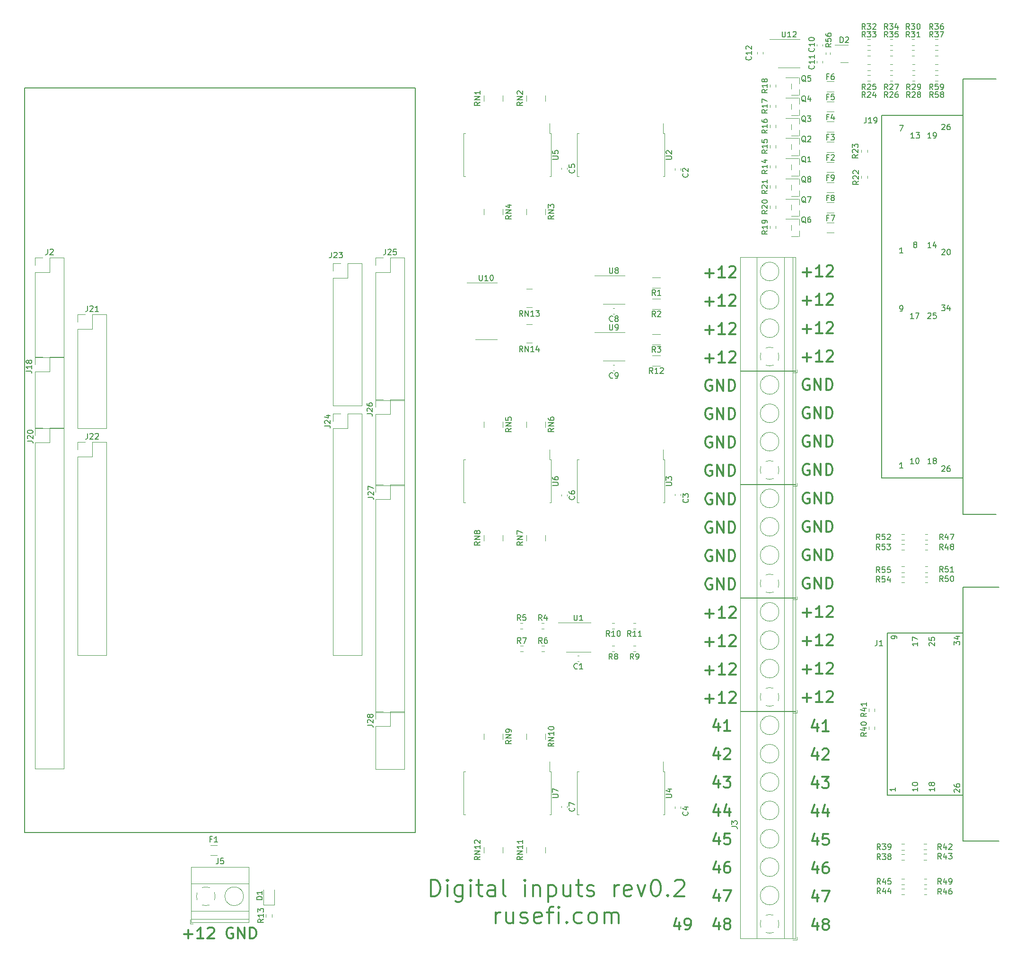
<source format=gto>
G04 #@! TF.GenerationSoftware,KiCad,Pcbnew,7.0.6-7.0.6~ubuntu22.04.1*
G04 #@! TF.CreationDate,2023-08-09T21:32:47+00:00*
G04 #@! TF.ProjectId,digital_inputs,64696769-7461-46c5-9f69-6e707574732e,rev?*
G04 #@! TF.SameCoordinates,PX791ddc0PYca2dd00*
G04 #@! TF.FileFunction,Legend,Top*
G04 #@! TF.FilePolarity,Positive*
%FSLAX46Y46*%
G04 Gerber Fmt 4.6, Leading zero omitted, Abs format (unit mm)*
G04 Created by KiCad (PCBNEW 7.0.6-7.0.6~ubuntu22.04.1) date 2023-08-09 21:32:47*
%MOMM*%
%LPD*%
G01*
G04 APERTURE LIST*
%ADD10C,0.150000*%
%ADD11C,0.300000*%
%ADD12C,0.120000*%
%ADD13C,0.127000*%
%ADD14C,0.200000*%
G04 APERTURE END LIST*
D10*
X7600000Y152900000D02*
X77500000Y152900000D01*
X77500000Y19600000D01*
X7600000Y19600000D01*
X7600000Y152900000D01*
D11*
X147986190Y100735124D02*
X147795714Y100830362D01*
X147795714Y100830362D02*
X147510000Y100830362D01*
X147510000Y100830362D02*
X147224285Y100735124D01*
X147224285Y100735124D02*
X147033809Y100544648D01*
X147033809Y100544648D02*
X146938571Y100354172D01*
X146938571Y100354172D02*
X146843333Y99973220D01*
X146843333Y99973220D02*
X146843333Y99687505D01*
X146843333Y99687505D02*
X146938571Y99306553D01*
X146938571Y99306553D02*
X147033809Y99116077D01*
X147033809Y99116077D02*
X147224285Y98925600D01*
X147224285Y98925600D02*
X147510000Y98830362D01*
X147510000Y98830362D02*
X147700476Y98830362D01*
X147700476Y98830362D02*
X147986190Y98925600D01*
X147986190Y98925600D02*
X148081428Y99020839D01*
X148081428Y99020839D02*
X148081428Y99687505D01*
X148081428Y99687505D02*
X147700476Y99687505D01*
X148938571Y98830362D02*
X148938571Y100830362D01*
X148938571Y100830362D02*
X150081428Y98830362D01*
X150081428Y98830362D02*
X150081428Y100830362D01*
X151033809Y98830362D02*
X151033809Y100830362D01*
X151033809Y100830362D02*
X151509999Y100830362D01*
X151509999Y100830362D02*
X151795714Y100735124D01*
X151795714Y100735124D02*
X151986190Y100544648D01*
X151986190Y100544648D02*
X152081428Y100354172D01*
X152081428Y100354172D02*
X152176666Y99973220D01*
X152176666Y99973220D02*
X152176666Y99687505D01*
X152176666Y99687505D02*
X152081428Y99306553D01*
X152081428Y99306553D02*
X151986190Y99116077D01*
X151986190Y99116077D02*
X151795714Y98925600D01*
X151795714Y98925600D02*
X151509999Y98830362D01*
X151509999Y98830362D02*
X151033809Y98830362D01*
X146868333Y48772267D02*
X148392143Y48772267D01*
X147630238Y48010362D02*
X147630238Y49534172D01*
X150392142Y48010362D02*
X149249285Y48010362D01*
X149820713Y48010362D02*
X149820713Y50010362D01*
X149820713Y50010362D02*
X149630237Y49724648D01*
X149630237Y49724648D02*
X149439761Y49534172D01*
X149439761Y49534172D02*
X149249285Y49438934D01*
X151154047Y49819886D02*
X151249285Y49915124D01*
X151249285Y49915124D02*
X151439761Y50010362D01*
X151439761Y50010362D02*
X151915952Y50010362D01*
X151915952Y50010362D02*
X152106428Y49915124D01*
X152106428Y49915124D02*
X152201666Y49819886D01*
X152201666Y49819886D02*
X152296904Y49629410D01*
X152296904Y49629410D02*
X152296904Y49438934D01*
X152296904Y49438934D02*
X152201666Y49153220D01*
X152201666Y49153220D02*
X151058809Y48010362D01*
X151058809Y48010362D02*
X152296904Y48010362D01*
X36073333Y1337267D02*
X37597143Y1337267D01*
X36835238Y575362D02*
X36835238Y2099172D01*
X39597142Y575362D02*
X38454285Y575362D01*
X39025713Y575362D02*
X39025713Y2575362D01*
X39025713Y2575362D02*
X38835237Y2289648D01*
X38835237Y2289648D02*
X38644761Y2099172D01*
X38644761Y2099172D02*
X38454285Y2003934D01*
X40359047Y2384886D02*
X40454285Y2480124D01*
X40454285Y2480124D02*
X40644761Y2575362D01*
X40644761Y2575362D02*
X41120952Y2575362D01*
X41120952Y2575362D02*
X41311428Y2480124D01*
X41311428Y2480124D02*
X41406666Y2384886D01*
X41406666Y2384886D02*
X41501904Y2194410D01*
X41501904Y2194410D02*
X41501904Y2003934D01*
X41501904Y2003934D02*
X41406666Y1718220D01*
X41406666Y1718220D02*
X40263809Y575362D01*
X40263809Y575362D02*
X41501904Y575362D01*
X149428571Y39023696D02*
X149428571Y37690362D01*
X148952380Y39785600D02*
X148476190Y38357029D01*
X148476190Y38357029D02*
X149714285Y38357029D01*
X151523809Y37690362D02*
X150380952Y37690362D01*
X150952380Y37690362D02*
X150952380Y39690362D01*
X150952380Y39690362D02*
X150761904Y39404648D01*
X150761904Y39404648D02*
X150571428Y39214172D01*
X150571428Y39214172D02*
X150380952Y39118934D01*
X130581190Y65020124D02*
X130390714Y65115362D01*
X130390714Y65115362D02*
X130105000Y65115362D01*
X130105000Y65115362D02*
X129819285Y65020124D01*
X129819285Y65020124D02*
X129628809Y64829648D01*
X129628809Y64829648D02*
X129533571Y64639172D01*
X129533571Y64639172D02*
X129438333Y64258220D01*
X129438333Y64258220D02*
X129438333Y63972505D01*
X129438333Y63972505D02*
X129533571Y63591553D01*
X129533571Y63591553D02*
X129628809Y63401077D01*
X129628809Y63401077D02*
X129819285Y63210600D01*
X129819285Y63210600D02*
X130105000Y63115362D01*
X130105000Y63115362D02*
X130295476Y63115362D01*
X130295476Y63115362D02*
X130581190Y63210600D01*
X130581190Y63210600D02*
X130676428Y63305839D01*
X130676428Y63305839D02*
X130676428Y63972505D01*
X130676428Y63972505D02*
X130295476Y63972505D01*
X131533571Y63115362D02*
X131533571Y65115362D01*
X131533571Y65115362D02*
X132676428Y63115362D01*
X132676428Y63115362D02*
X132676428Y65115362D01*
X133628809Y63115362D02*
X133628809Y65115362D01*
X133628809Y65115362D02*
X134104999Y65115362D01*
X134104999Y65115362D02*
X134390714Y65020124D01*
X134390714Y65020124D02*
X134581190Y64829648D01*
X134581190Y64829648D02*
X134676428Y64639172D01*
X134676428Y64639172D02*
X134771666Y64258220D01*
X134771666Y64258220D02*
X134771666Y63972505D01*
X134771666Y63972505D02*
X134676428Y63591553D01*
X134676428Y63591553D02*
X134581190Y63401077D01*
X134581190Y63401077D02*
X134390714Y63210600D01*
X134390714Y63210600D02*
X134104999Y63115362D01*
X134104999Y63115362D02*
X133628809Y63115362D01*
X149453571Y13603696D02*
X149453571Y12270362D01*
X148977380Y14365600D02*
X148501190Y12937029D01*
X148501190Y12937029D02*
X149739285Y12937029D01*
X151358333Y14270362D02*
X150977380Y14270362D01*
X150977380Y14270362D02*
X150786904Y14175124D01*
X150786904Y14175124D02*
X150691666Y14079886D01*
X150691666Y14079886D02*
X150501190Y13794172D01*
X150501190Y13794172D02*
X150405952Y13413220D01*
X150405952Y13413220D02*
X150405952Y12651315D01*
X150405952Y12651315D02*
X150501190Y12460839D01*
X150501190Y12460839D02*
X150596428Y12365600D01*
X150596428Y12365600D02*
X150786904Y12270362D01*
X150786904Y12270362D02*
X151167857Y12270362D01*
X151167857Y12270362D02*
X151358333Y12365600D01*
X151358333Y12365600D02*
X151453571Y12460839D01*
X151453571Y12460839D02*
X151548809Y12651315D01*
X151548809Y12651315D02*
X151548809Y13127505D01*
X151548809Y13127505D02*
X151453571Y13317981D01*
X151453571Y13317981D02*
X151358333Y13413220D01*
X151358333Y13413220D02*
X151167857Y13508458D01*
X151167857Y13508458D02*
X150786904Y13508458D01*
X150786904Y13508458D02*
X150596428Y13413220D01*
X150596428Y13413220D02*
X150501190Y13317981D01*
X150501190Y13317981D02*
X150405952Y13127505D01*
X130581190Y80260124D02*
X130390714Y80355362D01*
X130390714Y80355362D02*
X130105000Y80355362D01*
X130105000Y80355362D02*
X129819285Y80260124D01*
X129819285Y80260124D02*
X129628809Y80069648D01*
X129628809Y80069648D02*
X129533571Y79879172D01*
X129533571Y79879172D02*
X129438333Y79498220D01*
X129438333Y79498220D02*
X129438333Y79212505D01*
X129438333Y79212505D02*
X129533571Y78831553D01*
X129533571Y78831553D02*
X129628809Y78641077D01*
X129628809Y78641077D02*
X129819285Y78450600D01*
X129819285Y78450600D02*
X130105000Y78355362D01*
X130105000Y78355362D02*
X130295476Y78355362D01*
X130295476Y78355362D02*
X130581190Y78450600D01*
X130581190Y78450600D02*
X130676428Y78545839D01*
X130676428Y78545839D02*
X130676428Y79212505D01*
X130676428Y79212505D02*
X130295476Y79212505D01*
X131533571Y78355362D02*
X131533571Y80355362D01*
X131533571Y80355362D02*
X132676428Y78355362D01*
X132676428Y78355362D02*
X132676428Y80355362D01*
X133628809Y78355362D02*
X133628809Y80355362D01*
X133628809Y80355362D02*
X134104999Y80355362D01*
X134104999Y80355362D02*
X134390714Y80260124D01*
X134390714Y80260124D02*
X134581190Y80069648D01*
X134581190Y80069648D02*
X134676428Y79879172D01*
X134676428Y79879172D02*
X134771666Y79498220D01*
X134771666Y79498220D02*
X134771666Y79212505D01*
X134771666Y79212505D02*
X134676428Y78831553D01*
X134676428Y78831553D02*
X134581190Y78641077D01*
X134581190Y78641077D02*
X134390714Y78450600D01*
X134390714Y78450600D02*
X134104999Y78355362D01*
X134104999Y78355362D02*
X133628809Y78355362D01*
X146868333Y43692267D02*
X148392143Y43692267D01*
X147630238Y42930362D02*
X147630238Y44454172D01*
X150392142Y42930362D02*
X149249285Y42930362D01*
X149820713Y42930362D02*
X149820713Y44930362D01*
X149820713Y44930362D02*
X149630237Y44644648D01*
X149630237Y44644648D02*
X149439761Y44454172D01*
X149439761Y44454172D02*
X149249285Y44358934D01*
X151154047Y44739886D02*
X151249285Y44835124D01*
X151249285Y44835124D02*
X151439761Y44930362D01*
X151439761Y44930362D02*
X151915952Y44930362D01*
X151915952Y44930362D02*
X152106428Y44835124D01*
X152106428Y44835124D02*
X152201666Y44739886D01*
X152201666Y44739886D02*
X152296904Y44549410D01*
X152296904Y44549410D02*
X152296904Y44358934D01*
X152296904Y44358934D02*
X152201666Y44073220D01*
X152201666Y44073220D02*
X151058809Y42930362D01*
X151058809Y42930362D02*
X152296904Y42930362D01*
X147986190Y95655124D02*
X147795714Y95750362D01*
X147795714Y95750362D02*
X147510000Y95750362D01*
X147510000Y95750362D02*
X147224285Y95655124D01*
X147224285Y95655124D02*
X147033809Y95464648D01*
X147033809Y95464648D02*
X146938571Y95274172D01*
X146938571Y95274172D02*
X146843333Y94893220D01*
X146843333Y94893220D02*
X146843333Y94607505D01*
X146843333Y94607505D02*
X146938571Y94226553D01*
X146938571Y94226553D02*
X147033809Y94036077D01*
X147033809Y94036077D02*
X147224285Y93845600D01*
X147224285Y93845600D02*
X147510000Y93750362D01*
X147510000Y93750362D02*
X147700476Y93750362D01*
X147700476Y93750362D02*
X147986190Y93845600D01*
X147986190Y93845600D02*
X148081428Y93940839D01*
X148081428Y93940839D02*
X148081428Y94607505D01*
X148081428Y94607505D02*
X147700476Y94607505D01*
X148938571Y93750362D02*
X148938571Y95750362D01*
X148938571Y95750362D02*
X150081428Y93750362D01*
X150081428Y93750362D02*
X150081428Y95750362D01*
X151033809Y93750362D02*
X151033809Y95750362D01*
X151033809Y95750362D02*
X151509999Y95750362D01*
X151509999Y95750362D02*
X151795714Y95655124D01*
X151795714Y95655124D02*
X151986190Y95464648D01*
X151986190Y95464648D02*
X152081428Y95274172D01*
X152081428Y95274172D02*
X152176666Y94893220D01*
X152176666Y94893220D02*
X152176666Y94607505D01*
X152176666Y94607505D02*
X152081428Y94226553D01*
X152081428Y94226553D02*
X151986190Y94036077D01*
X151986190Y94036077D02*
X151795714Y93845600D01*
X151795714Y93845600D02*
X151509999Y93750362D01*
X151509999Y93750362D02*
X151033809Y93750362D01*
X129413333Y119777267D02*
X130937143Y119777267D01*
X130175238Y119015362D02*
X130175238Y120539172D01*
X132937142Y119015362D02*
X131794285Y119015362D01*
X132365713Y119015362D02*
X132365713Y121015362D01*
X132365713Y121015362D02*
X132175237Y120729648D01*
X132175237Y120729648D02*
X131984761Y120539172D01*
X131984761Y120539172D02*
X131794285Y120443934D01*
X133699047Y120824886D02*
X133794285Y120920124D01*
X133794285Y120920124D02*
X133984761Y121015362D01*
X133984761Y121015362D02*
X134460952Y121015362D01*
X134460952Y121015362D02*
X134651428Y120920124D01*
X134651428Y120920124D02*
X134746666Y120824886D01*
X134746666Y120824886D02*
X134841904Y120634410D01*
X134841904Y120634410D02*
X134841904Y120443934D01*
X134841904Y120443934D02*
X134746666Y120158220D01*
X134746666Y120158220D02*
X133603809Y119015362D01*
X133603809Y119015362D02*
X134841904Y119015362D01*
X148011190Y65155124D02*
X147820714Y65250362D01*
X147820714Y65250362D02*
X147535000Y65250362D01*
X147535000Y65250362D02*
X147249285Y65155124D01*
X147249285Y65155124D02*
X147058809Y64964648D01*
X147058809Y64964648D02*
X146963571Y64774172D01*
X146963571Y64774172D02*
X146868333Y64393220D01*
X146868333Y64393220D02*
X146868333Y64107505D01*
X146868333Y64107505D02*
X146963571Y63726553D01*
X146963571Y63726553D02*
X147058809Y63536077D01*
X147058809Y63536077D02*
X147249285Y63345600D01*
X147249285Y63345600D02*
X147535000Y63250362D01*
X147535000Y63250362D02*
X147725476Y63250362D01*
X147725476Y63250362D02*
X148011190Y63345600D01*
X148011190Y63345600D02*
X148106428Y63440839D01*
X148106428Y63440839D02*
X148106428Y64107505D01*
X148106428Y64107505D02*
X147725476Y64107505D01*
X148963571Y63250362D02*
X148963571Y65250362D01*
X148963571Y65250362D02*
X150106428Y63250362D01*
X150106428Y63250362D02*
X150106428Y65250362D01*
X151058809Y63250362D02*
X151058809Y65250362D01*
X151058809Y65250362D02*
X151534999Y65250362D01*
X151534999Y65250362D02*
X151820714Y65155124D01*
X151820714Y65155124D02*
X152011190Y64964648D01*
X152011190Y64964648D02*
X152106428Y64774172D01*
X152106428Y64774172D02*
X152201666Y64393220D01*
X152201666Y64393220D02*
X152201666Y64107505D01*
X152201666Y64107505D02*
X152106428Y63726553D01*
X152106428Y63726553D02*
X152011190Y63536077D01*
X152011190Y63536077D02*
X151820714Y63345600D01*
X151820714Y63345600D02*
X151534999Y63250362D01*
X151534999Y63250362D02*
X151058809Y63250362D01*
X149428571Y28863696D02*
X149428571Y27530362D01*
X148952380Y29625600D02*
X148476190Y28197029D01*
X148476190Y28197029D02*
X149714285Y28197029D01*
X150285714Y29530362D02*
X151523809Y29530362D01*
X151523809Y29530362D02*
X150857142Y28768458D01*
X150857142Y28768458D02*
X151142857Y28768458D01*
X151142857Y28768458D02*
X151333333Y28673220D01*
X151333333Y28673220D02*
X151428571Y28577981D01*
X151428571Y28577981D02*
X151523809Y28387505D01*
X151523809Y28387505D02*
X151523809Y27911315D01*
X151523809Y27911315D02*
X151428571Y27720839D01*
X151428571Y27720839D02*
X151333333Y27625600D01*
X151333333Y27625600D02*
X151142857Y27530362D01*
X151142857Y27530362D02*
X150571428Y27530362D01*
X150571428Y27530362D02*
X150380952Y27625600D01*
X150380952Y27625600D02*
X150285714Y27720839D01*
X130556190Y95520124D02*
X130365714Y95615362D01*
X130365714Y95615362D02*
X130080000Y95615362D01*
X130080000Y95615362D02*
X129794285Y95520124D01*
X129794285Y95520124D02*
X129603809Y95329648D01*
X129603809Y95329648D02*
X129508571Y95139172D01*
X129508571Y95139172D02*
X129413333Y94758220D01*
X129413333Y94758220D02*
X129413333Y94472505D01*
X129413333Y94472505D02*
X129508571Y94091553D01*
X129508571Y94091553D02*
X129603809Y93901077D01*
X129603809Y93901077D02*
X129794285Y93710600D01*
X129794285Y93710600D02*
X130080000Y93615362D01*
X130080000Y93615362D02*
X130270476Y93615362D01*
X130270476Y93615362D02*
X130556190Y93710600D01*
X130556190Y93710600D02*
X130651428Y93805839D01*
X130651428Y93805839D02*
X130651428Y94472505D01*
X130651428Y94472505D02*
X130270476Y94472505D01*
X131508571Y93615362D02*
X131508571Y95615362D01*
X131508571Y95615362D02*
X132651428Y93615362D01*
X132651428Y93615362D02*
X132651428Y95615362D01*
X133603809Y93615362D02*
X133603809Y95615362D01*
X133603809Y95615362D02*
X134079999Y95615362D01*
X134079999Y95615362D02*
X134365714Y95520124D01*
X134365714Y95520124D02*
X134556190Y95329648D01*
X134556190Y95329648D02*
X134651428Y95139172D01*
X134651428Y95139172D02*
X134746666Y94758220D01*
X134746666Y94758220D02*
X134746666Y94472505D01*
X134746666Y94472505D02*
X134651428Y94091553D01*
X134651428Y94091553D02*
X134556190Y93901077D01*
X134556190Y93901077D02*
X134365714Y93710600D01*
X134365714Y93710600D02*
X134079999Y93615362D01*
X134079999Y93615362D02*
X133603809Y93615362D01*
X131803571Y39103696D02*
X131803571Y37770362D01*
X131327380Y39865600D02*
X130851190Y38437029D01*
X130851190Y38437029D02*
X132089285Y38437029D01*
X133898809Y37770362D02*
X132755952Y37770362D01*
X133327380Y37770362D02*
X133327380Y39770362D01*
X133327380Y39770362D02*
X133136904Y39484648D01*
X133136904Y39484648D02*
X132946428Y39294172D01*
X132946428Y39294172D02*
X132755952Y39198934D01*
X148011190Y75315124D02*
X147820714Y75410362D01*
X147820714Y75410362D02*
X147535000Y75410362D01*
X147535000Y75410362D02*
X147249285Y75315124D01*
X147249285Y75315124D02*
X147058809Y75124648D01*
X147058809Y75124648D02*
X146963571Y74934172D01*
X146963571Y74934172D02*
X146868333Y74553220D01*
X146868333Y74553220D02*
X146868333Y74267505D01*
X146868333Y74267505D02*
X146963571Y73886553D01*
X146963571Y73886553D02*
X147058809Y73696077D01*
X147058809Y73696077D02*
X147249285Y73505600D01*
X147249285Y73505600D02*
X147535000Y73410362D01*
X147535000Y73410362D02*
X147725476Y73410362D01*
X147725476Y73410362D02*
X148011190Y73505600D01*
X148011190Y73505600D02*
X148106428Y73600839D01*
X148106428Y73600839D02*
X148106428Y74267505D01*
X148106428Y74267505D02*
X147725476Y74267505D01*
X148963571Y73410362D02*
X148963571Y75410362D01*
X148963571Y75410362D02*
X150106428Y73410362D01*
X150106428Y73410362D02*
X150106428Y75410362D01*
X151058809Y73410362D02*
X151058809Y75410362D01*
X151058809Y75410362D02*
X151534999Y75410362D01*
X151534999Y75410362D02*
X151820714Y75315124D01*
X151820714Y75315124D02*
X152011190Y75124648D01*
X152011190Y75124648D02*
X152106428Y74934172D01*
X152106428Y74934172D02*
X152201666Y74553220D01*
X152201666Y74553220D02*
X152201666Y74267505D01*
X152201666Y74267505D02*
X152106428Y73886553D01*
X152106428Y73886553D02*
X152011190Y73696077D01*
X152011190Y73696077D02*
X151820714Y73505600D01*
X151820714Y73505600D02*
X151534999Y73410362D01*
X151534999Y73410362D02*
X151058809Y73410362D01*
X44836190Y2480124D02*
X44645714Y2575362D01*
X44645714Y2575362D02*
X44360000Y2575362D01*
X44360000Y2575362D02*
X44074285Y2480124D01*
X44074285Y2480124D02*
X43883809Y2289648D01*
X43883809Y2289648D02*
X43788571Y2099172D01*
X43788571Y2099172D02*
X43693333Y1718220D01*
X43693333Y1718220D02*
X43693333Y1432505D01*
X43693333Y1432505D02*
X43788571Y1051553D01*
X43788571Y1051553D02*
X43883809Y861077D01*
X43883809Y861077D02*
X44074285Y670600D01*
X44074285Y670600D02*
X44360000Y575362D01*
X44360000Y575362D02*
X44550476Y575362D01*
X44550476Y575362D02*
X44836190Y670600D01*
X44836190Y670600D02*
X44931428Y765839D01*
X44931428Y765839D02*
X44931428Y1432505D01*
X44931428Y1432505D02*
X44550476Y1432505D01*
X45788571Y575362D02*
X45788571Y2575362D01*
X45788571Y2575362D02*
X46931428Y575362D01*
X46931428Y575362D02*
X46931428Y2575362D01*
X47883809Y575362D02*
X47883809Y2575362D01*
X47883809Y2575362D02*
X48359999Y2575362D01*
X48359999Y2575362D02*
X48645714Y2480124D01*
X48645714Y2480124D02*
X48836190Y2289648D01*
X48836190Y2289648D02*
X48931428Y2099172D01*
X48931428Y2099172D02*
X49026666Y1718220D01*
X49026666Y1718220D02*
X49026666Y1432505D01*
X49026666Y1432505D02*
X48931428Y1051553D01*
X48931428Y1051553D02*
X48836190Y861077D01*
X48836190Y861077D02*
X48645714Y670600D01*
X48645714Y670600D02*
X48359999Y575362D01*
X48359999Y575362D02*
X47883809Y575362D01*
X146868333Y53852267D02*
X148392143Y53852267D01*
X147630238Y53090362D02*
X147630238Y54614172D01*
X150392142Y53090362D02*
X149249285Y53090362D01*
X149820713Y53090362D02*
X149820713Y55090362D01*
X149820713Y55090362D02*
X149630237Y54804648D01*
X149630237Y54804648D02*
X149439761Y54614172D01*
X149439761Y54614172D02*
X149249285Y54518934D01*
X151154047Y54899886D02*
X151249285Y54995124D01*
X151249285Y54995124D02*
X151439761Y55090362D01*
X151439761Y55090362D02*
X151915952Y55090362D01*
X151915952Y55090362D02*
X152106428Y54995124D01*
X152106428Y54995124D02*
X152201666Y54899886D01*
X152201666Y54899886D02*
X152296904Y54709410D01*
X152296904Y54709410D02*
X152296904Y54518934D01*
X152296904Y54518934D02*
X152201666Y54233220D01*
X152201666Y54233220D02*
X151058809Y53090362D01*
X151058809Y53090362D02*
X152296904Y53090362D01*
X131803571Y23863696D02*
X131803571Y22530362D01*
X131327380Y24625600D02*
X130851190Y23197029D01*
X130851190Y23197029D02*
X132089285Y23197029D01*
X133708333Y23863696D02*
X133708333Y22530362D01*
X133232142Y24625600D02*
X132755952Y23197029D01*
X132755952Y23197029D02*
X133994047Y23197029D01*
X149453571Y8523696D02*
X149453571Y7190362D01*
X148977380Y9285600D02*
X148501190Y7857029D01*
X148501190Y7857029D02*
X149739285Y7857029D01*
X150310714Y9190362D02*
X151644047Y9190362D01*
X151644047Y9190362D02*
X150786904Y7190362D01*
X148011190Y80395124D02*
X147820714Y80490362D01*
X147820714Y80490362D02*
X147535000Y80490362D01*
X147535000Y80490362D02*
X147249285Y80395124D01*
X147249285Y80395124D02*
X147058809Y80204648D01*
X147058809Y80204648D02*
X146963571Y80014172D01*
X146963571Y80014172D02*
X146868333Y79633220D01*
X146868333Y79633220D02*
X146868333Y79347505D01*
X146868333Y79347505D02*
X146963571Y78966553D01*
X146963571Y78966553D02*
X147058809Y78776077D01*
X147058809Y78776077D02*
X147249285Y78585600D01*
X147249285Y78585600D02*
X147535000Y78490362D01*
X147535000Y78490362D02*
X147725476Y78490362D01*
X147725476Y78490362D02*
X148011190Y78585600D01*
X148011190Y78585600D02*
X148106428Y78680839D01*
X148106428Y78680839D02*
X148106428Y79347505D01*
X148106428Y79347505D02*
X147725476Y79347505D01*
X148963571Y78490362D02*
X148963571Y80490362D01*
X148963571Y80490362D02*
X150106428Y78490362D01*
X150106428Y78490362D02*
X150106428Y80490362D01*
X151058809Y78490362D02*
X151058809Y80490362D01*
X151058809Y80490362D02*
X151534999Y80490362D01*
X151534999Y80490362D02*
X151820714Y80395124D01*
X151820714Y80395124D02*
X152011190Y80204648D01*
X152011190Y80204648D02*
X152106428Y80014172D01*
X152106428Y80014172D02*
X152201666Y79633220D01*
X152201666Y79633220D02*
X152201666Y79347505D01*
X152201666Y79347505D02*
X152106428Y78966553D01*
X152106428Y78966553D02*
X152011190Y78776077D01*
X152011190Y78776077D02*
X151820714Y78585600D01*
X151820714Y78585600D02*
X151534999Y78490362D01*
X151534999Y78490362D02*
X151058809Y78490362D01*
X130556190Y100600124D02*
X130365714Y100695362D01*
X130365714Y100695362D02*
X130080000Y100695362D01*
X130080000Y100695362D02*
X129794285Y100600124D01*
X129794285Y100600124D02*
X129603809Y100409648D01*
X129603809Y100409648D02*
X129508571Y100219172D01*
X129508571Y100219172D02*
X129413333Y99838220D01*
X129413333Y99838220D02*
X129413333Y99552505D01*
X129413333Y99552505D02*
X129508571Y99171553D01*
X129508571Y99171553D02*
X129603809Y98981077D01*
X129603809Y98981077D02*
X129794285Y98790600D01*
X129794285Y98790600D02*
X130080000Y98695362D01*
X130080000Y98695362D02*
X130270476Y98695362D01*
X130270476Y98695362D02*
X130556190Y98790600D01*
X130556190Y98790600D02*
X130651428Y98885839D01*
X130651428Y98885839D02*
X130651428Y99552505D01*
X130651428Y99552505D02*
X130270476Y99552505D01*
X131508571Y98695362D02*
X131508571Y100695362D01*
X131508571Y100695362D02*
X132651428Y98695362D01*
X132651428Y98695362D02*
X132651428Y100695362D01*
X133603809Y98695362D02*
X133603809Y100695362D01*
X133603809Y100695362D02*
X134079999Y100695362D01*
X134079999Y100695362D02*
X134365714Y100600124D01*
X134365714Y100600124D02*
X134556190Y100409648D01*
X134556190Y100409648D02*
X134651428Y100219172D01*
X134651428Y100219172D02*
X134746666Y99838220D01*
X134746666Y99838220D02*
X134746666Y99552505D01*
X134746666Y99552505D02*
X134651428Y99171553D01*
X134651428Y99171553D02*
X134556190Y98981077D01*
X134556190Y98981077D02*
X134365714Y98790600D01*
X134365714Y98790600D02*
X134079999Y98695362D01*
X134079999Y98695362D02*
X133603809Y98695362D01*
X130556190Y90440124D02*
X130365714Y90535362D01*
X130365714Y90535362D02*
X130080000Y90535362D01*
X130080000Y90535362D02*
X129794285Y90440124D01*
X129794285Y90440124D02*
X129603809Y90249648D01*
X129603809Y90249648D02*
X129508571Y90059172D01*
X129508571Y90059172D02*
X129413333Y89678220D01*
X129413333Y89678220D02*
X129413333Y89392505D01*
X129413333Y89392505D02*
X129508571Y89011553D01*
X129508571Y89011553D02*
X129603809Y88821077D01*
X129603809Y88821077D02*
X129794285Y88630600D01*
X129794285Y88630600D02*
X130080000Y88535362D01*
X130080000Y88535362D02*
X130270476Y88535362D01*
X130270476Y88535362D02*
X130556190Y88630600D01*
X130556190Y88630600D02*
X130651428Y88725839D01*
X130651428Y88725839D02*
X130651428Y89392505D01*
X130651428Y89392505D02*
X130270476Y89392505D01*
X131508571Y88535362D02*
X131508571Y90535362D01*
X131508571Y90535362D02*
X132651428Y88535362D01*
X132651428Y88535362D02*
X132651428Y90535362D01*
X133603809Y88535362D02*
X133603809Y90535362D01*
X133603809Y90535362D02*
X134079999Y90535362D01*
X134079999Y90535362D02*
X134365714Y90440124D01*
X134365714Y90440124D02*
X134556190Y90249648D01*
X134556190Y90249648D02*
X134651428Y90059172D01*
X134651428Y90059172D02*
X134746666Y89678220D01*
X134746666Y89678220D02*
X134746666Y89392505D01*
X134746666Y89392505D02*
X134651428Y89011553D01*
X134651428Y89011553D02*
X134556190Y88821077D01*
X134556190Y88821077D02*
X134365714Y88630600D01*
X134365714Y88630600D02*
X134079999Y88535362D01*
X134079999Y88535362D02*
X133603809Y88535362D01*
X131803571Y28943696D02*
X131803571Y27610362D01*
X131327380Y29705600D02*
X130851190Y28277029D01*
X130851190Y28277029D02*
X132089285Y28277029D01*
X132660714Y29610362D02*
X133898809Y29610362D01*
X133898809Y29610362D02*
X133232142Y28848458D01*
X133232142Y28848458D02*
X133517857Y28848458D01*
X133517857Y28848458D02*
X133708333Y28753220D01*
X133708333Y28753220D02*
X133803571Y28657981D01*
X133803571Y28657981D02*
X133898809Y28467505D01*
X133898809Y28467505D02*
X133898809Y27991315D01*
X133898809Y27991315D02*
X133803571Y27800839D01*
X133803571Y27800839D02*
X133708333Y27705600D01*
X133708333Y27705600D02*
X133517857Y27610362D01*
X133517857Y27610362D02*
X132946428Y27610362D01*
X132946428Y27610362D02*
X132755952Y27705600D01*
X132755952Y27705600D02*
X132660714Y27800839D01*
X146843333Y114832267D02*
X148367143Y114832267D01*
X147605238Y114070362D02*
X147605238Y115594172D01*
X150367142Y114070362D02*
X149224285Y114070362D01*
X149795713Y114070362D02*
X149795713Y116070362D01*
X149795713Y116070362D02*
X149605237Y115784648D01*
X149605237Y115784648D02*
X149414761Y115594172D01*
X149414761Y115594172D02*
X149224285Y115498934D01*
X151129047Y115879886D02*
X151224285Y115975124D01*
X151224285Y115975124D02*
X151414761Y116070362D01*
X151414761Y116070362D02*
X151890952Y116070362D01*
X151890952Y116070362D02*
X152081428Y115975124D01*
X152081428Y115975124D02*
X152176666Y115879886D01*
X152176666Y115879886D02*
X152271904Y115689410D01*
X152271904Y115689410D02*
X152271904Y115498934D01*
X152271904Y115498934D02*
X152176666Y115213220D01*
X152176666Y115213220D02*
X151033809Y114070362D01*
X151033809Y114070362D02*
X152271904Y114070362D01*
X147986190Y90575124D02*
X147795714Y90670362D01*
X147795714Y90670362D02*
X147510000Y90670362D01*
X147510000Y90670362D02*
X147224285Y90575124D01*
X147224285Y90575124D02*
X147033809Y90384648D01*
X147033809Y90384648D02*
X146938571Y90194172D01*
X146938571Y90194172D02*
X146843333Y89813220D01*
X146843333Y89813220D02*
X146843333Y89527505D01*
X146843333Y89527505D02*
X146938571Y89146553D01*
X146938571Y89146553D02*
X147033809Y88956077D01*
X147033809Y88956077D02*
X147224285Y88765600D01*
X147224285Y88765600D02*
X147510000Y88670362D01*
X147510000Y88670362D02*
X147700476Y88670362D01*
X147700476Y88670362D02*
X147986190Y88765600D01*
X147986190Y88765600D02*
X148081428Y88860839D01*
X148081428Y88860839D02*
X148081428Y89527505D01*
X148081428Y89527505D02*
X147700476Y89527505D01*
X148938571Y88670362D02*
X148938571Y90670362D01*
X148938571Y90670362D02*
X150081428Y88670362D01*
X150081428Y88670362D02*
X150081428Y90670362D01*
X151033809Y88670362D02*
X151033809Y90670362D01*
X151033809Y90670362D02*
X151509999Y90670362D01*
X151509999Y90670362D02*
X151795714Y90575124D01*
X151795714Y90575124D02*
X151986190Y90384648D01*
X151986190Y90384648D02*
X152081428Y90194172D01*
X152081428Y90194172D02*
X152176666Y89813220D01*
X152176666Y89813220D02*
X152176666Y89527505D01*
X152176666Y89527505D02*
X152081428Y89146553D01*
X152081428Y89146553D02*
X151986190Y88956077D01*
X151986190Y88956077D02*
X151795714Y88765600D01*
X151795714Y88765600D02*
X151509999Y88670362D01*
X151509999Y88670362D02*
X151033809Y88670362D01*
X129438333Y58797267D02*
X130962143Y58797267D01*
X130200238Y58035362D02*
X130200238Y59559172D01*
X132962142Y58035362D02*
X131819285Y58035362D01*
X132390713Y58035362D02*
X132390713Y60035362D01*
X132390713Y60035362D02*
X132200237Y59749648D01*
X132200237Y59749648D02*
X132009761Y59559172D01*
X132009761Y59559172D02*
X131819285Y59463934D01*
X133724047Y59844886D02*
X133819285Y59940124D01*
X133819285Y59940124D02*
X134009761Y60035362D01*
X134009761Y60035362D02*
X134485952Y60035362D01*
X134485952Y60035362D02*
X134676428Y59940124D01*
X134676428Y59940124D02*
X134771666Y59844886D01*
X134771666Y59844886D02*
X134866904Y59654410D01*
X134866904Y59654410D02*
X134866904Y59463934D01*
X134866904Y59463934D02*
X134771666Y59178220D01*
X134771666Y59178220D02*
X133628809Y58035362D01*
X133628809Y58035362D02*
X134866904Y58035362D01*
X149453571Y3443696D02*
X149453571Y2110362D01*
X148977380Y4205600D02*
X148501190Y2777029D01*
X148501190Y2777029D02*
X149739285Y2777029D01*
X150786904Y3253220D02*
X150596428Y3348458D01*
X150596428Y3348458D02*
X150501190Y3443696D01*
X150501190Y3443696D02*
X150405952Y3634172D01*
X150405952Y3634172D02*
X150405952Y3729410D01*
X150405952Y3729410D02*
X150501190Y3919886D01*
X150501190Y3919886D02*
X150596428Y4015124D01*
X150596428Y4015124D02*
X150786904Y4110362D01*
X150786904Y4110362D02*
X151167857Y4110362D01*
X151167857Y4110362D02*
X151358333Y4015124D01*
X151358333Y4015124D02*
X151453571Y3919886D01*
X151453571Y3919886D02*
X151548809Y3729410D01*
X151548809Y3729410D02*
X151548809Y3634172D01*
X151548809Y3634172D02*
X151453571Y3443696D01*
X151453571Y3443696D02*
X151358333Y3348458D01*
X151358333Y3348458D02*
X151167857Y3253220D01*
X151167857Y3253220D02*
X150786904Y3253220D01*
X150786904Y3253220D02*
X150596428Y3157981D01*
X150596428Y3157981D02*
X150501190Y3062743D01*
X150501190Y3062743D02*
X150405952Y2872267D01*
X150405952Y2872267D02*
X150405952Y2491315D01*
X150405952Y2491315D02*
X150501190Y2300839D01*
X150501190Y2300839D02*
X150596428Y2205600D01*
X150596428Y2205600D02*
X150786904Y2110362D01*
X150786904Y2110362D02*
X151167857Y2110362D01*
X151167857Y2110362D02*
X151358333Y2205600D01*
X151358333Y2205600D02*
X151453571Y2300839D01*
X151453571Y2300839D02*
X151548809Y2491315D01*
X151548809Y2491315D02*
X151548809Y2872267D01*
X151548809Y2872267D02*
X151453571Y3062743D01*
X151453571Y3062743D02*
X151358333Y3157981D01*
X151358333Y3157981D02*
X151167857Y3253220D01*
X131828571Y8603696D02*
X131828571Y7270362D01*
X131352380Y9365600D02*
X130876190Y7937029D01*
X130876190Y7937029D02*
X132114285Y7937029D01*
X132685714Y9270362D02*
X134019047Y9270362D01*
X134019047Y9270362D02*
X133161904Y7270362D01*
X80257142Y8142743D02*
X80257142Y11142743D01*
X80257142Y11142743D02*
X80971428Y11142743D01*
X80971428Y11142743D02*
X81399999Y10999886D01*
X81399999Y10999886D02*
X81685714Y10714172D01*
X81685714Y10714172D02*
X81828571Y10428458D01*
X81828571Y10428458D02*
X81971428Y9857029D01*
X81971428Y9857029D02*
X81971428Y9428458D01*
X81971428Y9428458D02*
X81828571Y8857029D01*
X81828571Y8857029D02*
X81685714Y8571315D01*
X81685714Y8571315D02*
X81399999Y8285600D01*
X81399999Y8285600D02*
X80971428Y8142743D01*
X80971428Y8142743D02*
X80257142Y8142743D01*
X83257142Y8142743D02*
X83257142Y10142743D01*
X83257142Y11142743D02*
X83114285Y10999886D01*
X83114285Y10999886D02*
X83257142Y10857029D01*
X83257142Y10857029D02*
X83399999Y10999886D01*
X83399999Y10999886D02*
X83257142Y11142743D01*
X83257142Y11142743D02*
X83257142Y10857029D01*
X85971428Y10142743D02*
X85971428Y7714172D01*
X85971428Y7714172D02*
X85828570Y7428458D01*
X85828570Y7428458D02*
X85685713Y7285600D01*
X85685713Y7285600D02*
X85399999Y7142743D01*
X85399999Y7142743D02*
X84971428Y7142743D01*
X84971428Y7142743D02*
X84685713Y7285600D01*
X85971428Y8285600D02*
X85685713Y8142743D01*
X85685713Y8142743D02*
X85114285Y8142743D01*
X85114285Y8142743D02*
X84828570Y8285600D01*
X84828570Y8285600D02*
X84685713Y8428458D01*
X84685713Y8428458D02*
X84542856Y8714172D01*
X84542856Y8714172D02*
X84542856Y9571315D01*
X84542856Y9571315D02*
X84685713Y9857029D01*
X84685713Y9857029D02*
X84828570Y9999886D01*
X84828570Y9999886D02*
X85114285Y10142743D01*
X85114285Y10142743D02*
X85685713Y10142743D01*
X85685713Y10142743D02*
X85971428Y9999886D01*
X87399999Y8142743D02*
X87399999Y10142743D01*
X87399999Y11142743D02*
X87257142Y10999886D01*
X87257142Y10999886D02*
X87399999Y10857029D01*
X87399999Y10857029D02*
X87542856Y10999886D01*
X87542856Y10999886D02*
X87399999Y11142743D01*
X87399999Y11142743D02*
X87399999Y10857029D01*
X88399999Y10142743D02*
X89542856Y10142743D01*
X88828570Y11142743D02*
X88828570Y8571315D01*
X88828570Y8571315D02*
X88971427Y8285600D01*
X88971427Y8285600D02*
X89257142Y8142743D01*
X89257142Y8142743D02*
X89542856Y8142743D01*
X91828571Y8142743D02*
X91828571Y9714172D01*
X91828571Y9714172D02*
X91685713Y9999886D01*
X91685713Y9999886D02*
X91399999Y10142743D01*
X91399999Y10142743D02*
X90828571Y10142743D01*
X90828571Y10142743D02*
X90542856Y9999886D01*
X91828571Y8285600D02*
X91542856Y8142743D01*
X91542856Y8142743D02*
X90828571Y8142743D01*
X90828571Y8142743D02*
X90542856Y8285600D01*
X90542856Y8285600D02*
X90399999Y8571315D01*
X90399999Y8571315D02*
X90399999Y8857029D01*
X90399999Y8857029D02*
X90542856Y9142743D01*
X90542856Y9142743D02*
X90828571Y9285600D01*
X90828571Y9285600D02*
X91542856Y9285600D01*
X91542856Y9285600D02*
X91828571Y9428458D01*
X93685714Y8142743D02*
X93399999Y8285600D01*
X93399999Y8285600D02*
X93257142Y8571315D01*
X93257142Y8571315D02*
X93257142Y11142743D01*
X97114285Y8142743D02*
X97114285Y10142743D01*
X97114285Y11142743D02*
X96971428Y10999886D01*
X96971428Y10999886D02*
X97114285Y10857029D01*
X97114285Y10857029D02*
X97257142Y10999886D01*
X97257142Y10999886D02*
X97114285Y11142743D01*
X97114285Y11142743D02*
X97114285Y10857029D01*
X98542856Y10142743D02*
X98542856Y8142743D01*
X98542856Y9857029D02*
X98685713Y9999886D01*
X98685713Y9999886D02*
X98971428Y10142743D01*
X98971428Y10142743D02*
X99399999Y10142743D01*
X99399999Y10142743D02*
X99685713Y9999886D01*
X99685713Y9999886D02*
X99828571Y9714172D01*
X99828571Y9714172D02*
X99828571Y8142743D01*
X101257142Y10142743D02*
X101257142Y7142743D01*
X101257142Y9999886D02*
X101542857Y10142743D01*
X101542857Y10142743D02*
X102114285Y10142743D01*
X102114285Y10142743D02*
X102399999Y9999886D01*
X102399999Y9999886D02*
X102542857Y9857029D01*
X102542857Y9857029D02*
X102685714Y9571315D01*
X102685714Y9571315D02*
X102685714Y8714172D01*
X102685714Y8714172D02*
X102542857Y8428458D01*
X102542857Y8428458D02*
X102399999Y8285600D01*
X102399999Y8285600D02*
X102114285Y8142743D01*
X102114285Y8142743D02*
X101542857Y8142743D01*
X101542857Y8142743D02*
X101257142Y8285600D01*
X105257143Y10142743D02*
X105257143Y8142743D01*
X103971428Y10142743D02*
X103971428Y8571315D01*
X103971428Y8571315D02*
X104114285Y8285600D01*
X104114285Y8285600D02*
X104400000Y8142743D01*
X104400000Y8142743D02*
X104828571Y8142743D01*
X104828571Y8142743D02*
X105114285Y8285600D01*
X105114285Y8285600D02*
X105257143Y8428458D01*
X106257143Y10142743D02*
X107400000Y10142743D01*
X106685714Y11142743D02*
X106685714Y8571315D01*
X106685714Y8571315D02*
X106828571Y8285600D01*
X106828571Y8285600D02*
X107114286Y8142743D01*
X107114286Y8142743D02*
X107400000Y8142743D01*
X108257143Y8285600D02*
X108542857Y8142743D01*
X108542857Y8142743D02*
X109114286Y8142743D01*
X109114286Y8142743D02*
X109400000Y8285600D01*
X109400000Y8285600D02*
X109542857Y8571315D01*
X109542857Y8571315D02*
X109542857Y8714172D01*
X109542857Y8714172D02*
X109400000Y8999886D01*
X109400000Y8999886D02*
X109114286Y9142743D01*
X109114286Y9142743D02*
X108685715Y9142743D01*
X108685715Y9142743D02*
X108400000Y9285600D01*
X108400000Y9285600D02*
X108257143Y9571315D01*
X108257143Y9571315D02*
X108257143Y9714172D01*
X108257143Y9714172D02*
X108400000Y9999886D01*
X108400000Y9999886D02*
X108685715Y10142743D01*
X108685715Y10142743D02*
X109114286Y10142743D01*
X109114286Y10142743D02*
X109400000Y9999886D01*
X113114285Y8142743D02*
X113114285Y10142743D01*
X113114285Y9571315D02*
X113257142Y9857029D01*
X113257142Y9857029D02*
X113400000Y9999886D01*
X113400000Y9999886D02*
X113685714Y10142743D01*
X113685714Y10142743D02*
X113971428Y10142743D01*
X116114285Y8285600D02*
X115828571Y8142743D01*
X115828571Y8142743D02*
X115257143Y8142743D01*
X115257143Y8142743D02*
X114971428Y8285600D01*
X114971428Y8285600D02*
X114828571Y8571315D01*
X114828571Y8571315D02*
X114828571Y9714172D01*
X114828571Y9714172D02*
X114971428Y9999886D01*
X114971428Y9999886D02*
X115257143Y10142743D01*
X115257143Y10142743D02*
X115828571Y10142743D01*
X115828571Y10142743D02*
X116114285Y9999886D01*
X116114285Y9999886D02*
X116257143Y9714172D01*
X116257143Y9714172D02*
X116257143Y9428458D01*
X116257143Y9428458D02*
X114828571Y9142743D01*
X117257143Y10142743D02*
X117971429Y8142743D01*
X117971429Y8142743D02*
X118685714Y10142743D01*
X120400000Y11142743D02*
X120685714Y11142743D01*
X120685714Y11142743D02*
X120971428Y10999886D01*
X120971428Y10999886D02*
X121114286Y10857029D01*
X121114286Y10857029D02*
X121257143Y10571315D01*
X121257143Y10571315D02*
X121400000Y9999886D01*
X121400000Y9999886D02*
X121400000Y9285600D01*
X121400000Y9285600D02*
X121257143Y8714172D01*
X121257143Y8714172D02*
X121114286Y8428458D01*
X121114286Y8428458D02*
X120971428Y8285600D01*
X120971428Y8285600D02*
X120685714Y8142743D01*
X120685714Y8142743D02*
X120400000Y8142743D01*
X120400000Y8142743D02*
X120114286Y8285600D01*
X120114286Y8285600D02*
X119971428Y8428458D01*
X119971428Y8428458D02*
X119828571Y8714172D01*
X119828571Y8714172D02*
X119685714Y9285600D01*
X119685714Y9285600D02*
X119685714Y9999886D01*
X119685714Y9999886D02*
X119828571Y10571315D01*
X119828571Y10571315D02*
X119971428Y10857029D01*
X119971428Y10857029D02*
X120114286Y10999886D01*
X120114286Y10999886D02*
X120400000Y11142743D01*
X122685714Y8428458D02*
X122828571Y8285600D01*
X122828571Y8285600D02*
X122685714Y8142743D01*
X122685714Y8142743D02*
X122542857Y8285600D01*
X122542857Y8285600D02*
X122685714Y8428458D01*
X122685714Y8428458D02*
X122685714Y8142743D01*
X123971428Y10857029D02*
X124114285Y10999886D01*
X124114285Y10999886D02*
X124400000Y11142743D01*
X124400000Y11142743D02*
X125114285Y11142743D01*
X125114285Y11142743D02*
X125400000Y10999886D01*
X125400000Y10999886D02*
X125542857Y10857029D01*
X125542857Y10857029D02*
X125685714Y10571315D01*
X125685714Y10571315D02*
X125685714Y10285600D01*
X125685714Y10285600D02*
X125542857Y9857029D01*
X125542857Y9857029D02*
X123828571Y8142743D01*
X123828571Y8142743D02*
X125685714Y8142743D01*
X91899999Y3312743D02*
X91899999Y5312743D01*
X91899999Y4741315D02*
X92042856Y5027029D01*
X92042856Y5027029D02*
X92185714Y5169886D01*
X92185714Y5169886D02*
X92471428Y5312743D01*
X92471428Y5312743D02*
X92757142Y5312743D01*
X95042857Y5312743D02*
X95042857Y3312743D01*
X93757142Y5312743D02*
X93757142Y3741315D01*
X93757142Y3741315D02*
X93899999Y3455600D01*
X93899999Y3455600D02*
X94185714Y3312743D01*
X94185714Y3312743D02*
X94614285Y3312743D01*
X94614285Y3312743D02*
X94899999Y3455600D01*
X94899999Y3455600D02*
X95042857Y3598458D01*
X96328571Y3455600D02*
X96614285Y3312743D01*
X96614285Y3312743D02*
X97185714Y3312743D01*
X97185714Y3312743D02*
X97471428Y3455600D01*
X97471428Y3455600D02*
X97614285Y3741315D01*
X97614285Y3741315D02*
X97614285Y3884172D01*
X97614285Y3884172D02*
X97471428Y4169886D01*
X97471428Y4169886D02*
X97185714Y4312743D01*
X97185714Y4312743D02*
X96757143Y4312743D01*
X96757143Y4312743D02*
X96471428Y4455600D01*
X96471428Y4455600D02*
X96328571Y4741315D01*
X96328571Y4741315D02*
X96328571Y4884172D01*
X96328571Y4884172D02*
X96471428Y5169886D01*
X96471428Y5169886D02*
X96757143Y5312743D01*
X96757143Y5312743D02*
X97185714Y5312743D01*
X97185714Y5312743D02*
X97471428Y5169886D01*
X100042856Y3455600D02*
X99757142Y3312743D01*
X99757142Y3312743D02*
X99185714Y3312743D01*
X99185714Y3312743D02*
X98899999Y3455600D01*
X98899999Y3455600D02*
X98757142Y3741315D01*
X98757142Y3741315D02*
X98757142Y4884172D01*
X98757142Y4884172D02*
X98899999Y5169886D01*
X98899999Y5169886D02*
X99185714Y5312743D01*
X99185714Y5312743D02*
X99757142Y5312743D01*
X99757142Y5312743D02*
X100042856Y5169886D01*
X100042856Y5169886D02*
X100185714Y4884172D01*
X100185714Y4884172D02*
X100185714Y4598458D01*
X100185714Y4598458D02*
X98757142Y4312743D01*
X101042857Y5312743D02*
X102185714Y5312743D01*
X101471428Y3312743D02*
X101471428Y5884172D01*
X101471428Y5884172D02*
X101614285Y6169886D01*
X101614285Y6169886D02*
X101900000Y6312743D01*
X101900000Y6312743D02*
X102185714Y6312743D01*
X103185714Y3312743D02*
X103185714Y5312743D01*
X103185714Y6312743D02*
X103042857Y6169886D01*
X103042857Y6169886D02*
X103185714Y6027029D01*
X103185714Y6027029D02*
X103328571Y6169886D01*
X103328571Y6169886D02*
X103185714Y6312743D01*
X103185714Y6312743D02*
X103185714Y6027029D01*
X104614285Y3598458D02*
X104757142Y3455600D01*
X104757142Y3455600D02*
X104614285Y3312743D01*
X104614285Y3312743D02*
X104471428Y3455600D01*
X104471428Y3455600D02*
X104614285Y3598458D01*
X104614285Y3598458D02*
X104614285Y3312743D01*
X107328571Y3455600D02*
X107042856Y3312743D01*
X107042856Y3312743D02*
X106471428Y3312743D01*
X106471428Y3312743D02*
X106185713Y3455600D01*
X106185713Y3455600D02*
X106042856Y3598458D01*
X106042856Y3598458D02*
X105899999Y3884172D01*
X105899999Y3884172D02*
X105899999Y4741315D01*
X105899999Y4741315D02*
X106042856Y5027029D01*
X106042856Y5027029D02*
X106185713Y5169886D01*
X106185713Y5169886D02*
X106471428Y5312743D01*
X106471428Y5312743D02*
X107042856Y5312743D01*
X107042856Y5312743D02*
X107328571Y5169886D01*
X109042857Y3312743D02*
X108757142Y3455600D01*
X108757142Y3455600D02*
X108614285Y3598458D01*
X108614285Y3598458D02*
X108471428Y3884172D01*
X108471428Y3884172D02*
X108471428Y4741315D01*
X108471428Y4741315D02*
X108614285Y5027029D01*
X108614285Y5027029D02*
X108757142Y5169886D01*
X108757142Y5169886D02*
X109042857Y5312743D01*
X109042857Y5312743D02*
X109471428Y5312743D01*
X109471428Y5312743D02*
X109757142Y5169886D01*
X109757142Y5169886D02*
X109900000Y5027029D01*
X109900000Y5027029D02*
X110042857Y4741315D01*
X110042857Y4741315D02*
X110042857Y3884172D01*
X110042857Y3884172D02*
X109900000Y3598458D01*
X109900000Y3598458D02*
X109757142Y3455600D01*
X109757142Y3455600D02*
X109471428Y3312743D01*
X109471428Y3312743D02*
X109042857Y3312743D01*
X111328571Y3312743D02*
X111328571Y5312743D01*
X111328571Y5027029D02*
X111471428Y5169886D01*
X111471428Y5169886D02*
X111757143Y5312743D01*
X111757143Y5312743D02*
X112185714Y5312743D01*
X112185714Y5312743D02*
X112471428Y5169886D01*
X112471428Y5169886D02*
X112614286Y4884172D01*
X112614286Y4884172D02*
X112614286Y3312743D01*
X112614286Y4884172D02*
X112757143Y5169886D01*
X112757143Y5169886D02*
X113042857Y5312743D01*
X113042857Y5312743D02*
X113471428Y5312743D01*
X113471428Y5312743D02*
X113757143Y5169886D01*
X113757143Y5169886D02*
X113900000Y4884172D01*
X113900000Y4884172D02*
X113900000Y3312743D01*
X146843333Y104672267D02*
X148367143Y104672267D01*
X147605238Y103910362D02*
X147605238Y105434172D01*
X150367142Y103910362D02*
X149224285Y103910362D01*
X149795713Y103910362D02*
X149795713Y105910362D01*
X149795713Y105910362D02*
X149605237Y105624648D01*
X149605237Y105624648D02*
X149414761Y105434172D01*
X149414761Y105434172D02*
X149224285Y105338934D01*
X151129047Y105719886D02*
X151224285Y105815124D01*
X151224285Y105815124D02*
X151414761Y105910362D01*
X151414761Y105910362D02*
X151890952Y105910362D01*
X151890952Y105910362D02*
X152081428Y105815124D01*
X152081428Y105815124D02*
X152176666Y105719886D01*
X152176666Y105719886D02*
X152271904Y105529410D01*
X152271904Y105529410D02*
X152271904Y105338934D01*
X152271904Y105338934D02*
X152176666Y105053220D01*
X152176666Y105053220D02*
X151033809Y103910362D01*
X151033809Y103910362D02*
X152271904Y103910362D01*
X129438333Y43557267D02*
X130962143Y43557267D01*
X130200238Y42795362D02*
X130200238Y44319172D01*
X132962142Y42795362D02*
X131819285Y42795362D01*
X132390713Y42795362D02*
X132390713Y44795362D01*
X132390713Y44795362D02*
X132200237Y44509648D01*
X132200237Y44509648D02*
X132009761Y44319172D01*
X132009761Y44319172D02*
X131819285Y44223934D01*
X133724047Y44604886D02*
X133819285Y44700124D01*
X133819285Y44700124D02*
X134009761Y44795362D01*
X134009761Y44795362D02*
X134485952Y44795362D01*
X134485952Y44795362D02*
X134676428Y44700124D01*
X134676428Y44700124D02*
X134771666Y44604886D01*
X134771666Y44604886D02*
X134866904Y44414410D01*
X134866904Y44414410D02*
X134866904Y44223934D01*
X134866904Y44223934D02*
X134771666Y43938220D01*
X134771666Y43938220D02*
X133628809Y42795362D01*
X133628809Y42795362D02*
X134866904Y42795362D01*
X131828571Y13683696D02*
X131828571Y12350362D01*
X131352380Y14445600D02*
X130876190Y13017029D01*
X130876190Y13017029D02*
X132114285Y13017029D01*
X133733333Y14350362D02*
X133352380Y14350362D01*
X133352380Y14350362D02*
X133161904Y14255124D01*
X133161904Y14255124D02*
X133066666Y14159886D01*
X133066666Y14159886D02*
X132876190Y13874172D01*
X132876190Y13874172D02*
X132780952Y13493220D01*
X132780952Y13493220D02*
X132780952Y12731315D01*
X132780952Y12731315D02*
X132876190Y12540839D01*
X132876190Y12540839D02*
X132971428Y12445600D01*
X132971428Y12445600D02*
X133161904Y12350362D01*
X133161904Y12350362D02*
X133542857Y12350362D01*
X133542857Y12350362D02*
X133733333Y12445600D01*
X133733333Y12445600D02*
X133828571Y12540839D01*
X133828571Y12540839D02*
X133923809Y12731315D01*
X133923809Y12731315D02*
X133923809Y13207505D01*
X133923809Y13207505D02*
X133828571Y13397981D01*
X133828571Y13397981D02*
X133733333Y13493220D01*
X133733333Y13493220D02*
X133542857Y13588458D01*
X133542857Y13588458D02*
X133161904Y13588458D01*
X133161904Y13588458D02*
X132971428Y13493220D01*
X132971428Y13493220D02*
X132876190Y13397981D01*
X132876190Y13397981D02*
X132780952Y13207505D01*
X146843333Y109752267D02*
X148367143Y109752267D01*
X147605238Y108990362D02*
X147605238Y110514172D01*
X150367142Y108990362D02*
X149224285Y108990362D01*
X149795713Y108990362D02*
X149795713Y110990362D01*
X149795713Y110990362D02*
X149605237Y110704648D01*
X149605237Y110704648D02*
X149414761Y110514172D01*
X149414761Y110514172D02*
X149224285Y110418934D01*
X151129047Y110799886D02*
X151224285Y110895124D01*
X151224285Y110895124D02*
X151414761Y110990362D01*
X151414761Y110990362D02*
X151890952Y110990362D01*
X151890952Y110990362D02*
X152081428Y110895124D01*
X152081428Y110895124D02*
X152176666Y110799886D01*
X152176666Y110799886D02*
X152271904Y110609410D01*
X152271904Y110609410D02*
X152271904Y110418934D01*
X152271904Y110418934D02*
X152176666Y110133220D01*
X152176666Y110133220D02*
X151033809Y108990362D01*
X151033809Y108990362D02*
X152271904Y108990362D01*
X130581190Y75180124D02*
X130390714Y75275362D01*
X130390714Y75275362D02*
X130105000Y75275362D01*
X130105000Y75275362D02*
X129819285Y75180124D01*
X129819285Y75180124D02*
X129628809Y74989648D01*
X129628809Y74989648D02*
X129533571Y74799172D01*
X129533571Y74799172D02*
X129438333Y74418220D01*
X129438333Y74418220D02*
X129438333Y74132505D01*
X129438333Y74132505D02*
X129533571Y73751553D01*
X129533571Y73751553D02*
X129628809Y73561077D01*
X129628809Y73561077D02*
X129819285Y73370600D01*
X129819285Y73370600D02*
X130105000Y73275362D01*
X130105000Y73275362D02*
X130295476Y73275362D01*
X130295476Y73275362D02*
X130581190Y73370600D01*
X130581190Y73370600D02*
X130676428Y73465839D01*
X130676428Y73465839D02*
X130676428Y74132505D01*
X130676428Y74132505D02*
X130295476Y74132505D01*
X131533571Y73275362D02*
X131533571Y75275362D01*
X131533571Y75275362D02*
X132676428Y73275362D01*
X132676428Y73275362D02*
X132676428Y75275362D01*
X133628809Y73275362D02*
X133628809Y75275362D01*
X133628809Y75275362D02*
X134104999Y75275362D01*
X134104999Y75275362D02*
X134390714Y75180124D01*
X134390714Y75180124D02*
X134581190Y74989648D01*
X134581190Y74989648D02*
X134676428Y74799172D01*
X134676428Y74799172D02*
X134771666Y74418220D01*
X134771666Y74418220D02*
X134771666Y74132505D01*
X134771666Y74132505D02*
X134676428Y73751553D01*
X134676428Y73751553D02*
X134581190Y73561077D01*
X134581190Y73561077D02*
X134390714Y73370600D01*
X134390714Y73370600D02*
X134104999Y73275362D01*
X134104999Y73275362D02*
X133628809Y73275362D01*
X148011190Y70235124D02*
X147820714Y70330362D01*
X147820714Y70330362D02*
X147535000Y70330362D01*
X147535000Y70330362D02*
X147249285Y70235124D01*
X147249285Y70235124D02*
X147058809Y70044648D01*
X147058809Y70044648D02*
X146963571Y69854172D01*
X146963571Y69854172D02*
X146868333Y69473220D01*
X146868333Y69473220D02*
X146868333Y69187505D01*
X146868333Y69187505D02*
X146963571Y68806553D01*
X146963571Y68806553D02*
X147058809Y68616077D01*
X147058809Y68616077D02*
X147249285Y68425600D01*
X147249285Y68425600D02*
X147535000Y68330362D01*
X147535000Y68330362D02*
X147725476Y68330362D01*
X147725476Y68330362D02*
X148011190Y68425600D01*
X148011190Y68425600D02*
X148106428Y68520839D01*
X148106428Y68520839D02*
X148106428Y69187505D01*
X148106428Y69187505D02*
X147725476Y69187505D01*
X148963571Y68330362D02*
X148963571Y70330362D01*
X148963571Y70330362D02*
X150106428Y68330362D01*
X150106428Y68330362D02*
X150106428Y70330362D01*
X151058809Y68330362D02*
X151058809Y70330362D01*
X151058809Y70330362D02*
X151534999Y70330362D01*
X151534999Y70330362D02*
X151820714Y70235124D01*
X151820714Y70235124D02*
X152011190Y70044648D01*
X152011190Y70044648D02*
X152106428Y69854172D01*
X152106428Y69854172D02*
X152201666Y69473220D01*
X152201666Y69473220D02*
X152201666Y69187505D01*
X152201666Y69187505D02*
X152106428Y68806553D01*
X152106428Y68806553D02*
X152011190Y68616077D01*
X152011190Y68616077D02*
X151820714Y68425600D01*
X151820714Y68425600D02*
X151534999Y68330362D01*
X151534999Y68330362D02*
X151058809Y68330362D01*
X146843333Y119912267D02*
X148367143Y119912267D01*
X147605238Y119150362D02*
X147605238Y120674172D01*
X150367142Y119150362D02*
X149224285Y119150362D01*
X149795713Y119150362D02*
X149795713Y121150362D01*
X149795713Y121150362D02*
X149605237Y120864648D01*
X149605237Y120864648D02*
X149414761Y120674172D01*
X149414761Y120674172D02*
X149224285Y120578934D01*
X151129047Y120959886D02*
X151224285Y121055124D01*
X151224285Y121055124D02*
X151414761Y121150362D01*
X151414761Y121150362D02*
X151890952Y121150362D01*
X151890952Y121150362D02*
X152081428Y121055124D01*
X152081428Y121055124D02*
X152176666Y120959886D01*
X152176666Y120959886D02*
X152271904Y120769410D01*
X152271904Y120769410D02*
X152271904Y120578934D01*
X152271904Y120578934D02*
X152176666Y120293220D01*
X152176666Y120293220D02*
X151033809Y119150362D01*
X151033809Y119150362D02*
X152271904Y119150362D01*
X131803571Y34023696D02*
X131803571Y32690362D01*
X131327380Y34785600D02*
X130851190Y33357029D01*
X130851190Y33357029D02*
X132089285Y33357029D01*
X132755952Y34499886D02*
X132851190Y34595124D01*
X132851190Y34595124D02*
X133041666Y34690362D01*
X133041666Y34690362D02*
X133517857Y34690362D01*
X133517857Y34690362D02*
X133708333Y34595124D01*
X133708333Y34595124D02*
X133803571Y34499886D01*
X133803571Y34499886D02*
X133898809Y34309410D01*
X133898809Y34309410D02*
X133898809Y34118934D01*
X133898809Y34118934D02*
X133803571Y33833220D01*
X133803571Y33833220D02*
X132660714Y32690362D01*
X132660714Y32690362D02*
X133898809Y32690362D01*
X129438333Y53717267D02*
X130962143Y53717267D01*
X130200238Y52955362D02*
X130200238Y54479172D01*
X132962142Y52955362D02*
X131819285Y52955362D01*
X132390713Y52955362D02*
X132390713Y54955362D01*
X132390713Y54955362D02*
X132200237Y54669648D01*
X132200237Y54669648D02*
X132009761Y54479172D01*
X132009761Y54479172D02*
X131819285Y54383934D01*
X133724047Y54764886D02*
X133819285Y54860124D01*
X133819285Y54860124D02*
X134009761Y54955362D01*
X134009761Y54955362D02*
X134485952Y54955362D01*
X134485952Y54955362D02*
X134676428Y54860124D01*
X134676428Y54860124D02*
X134771666Y54764886D01*
X134771666Y54764886D02*
X134866904Y54574410D01*
X134866904Y54574410D02*
X134866904Y54383934D01*
X134866904Y54383934D02*
X134771666Y54098220D01*
X134771666Y54098220D02*
X133628809Y52955362D01*
X133628809Y52955362D02*
X134866904Y52955362D01*
X149453571Y18683696D02*
X149453571Y17350362D01*
X148977380Y19445600D02*
X148501190Y18017029D01*
X148501190Y18017029D02*
X149739285Y18017029D01*
X151453571Y19350362D02*
X150501190Y19350362D01*
X150501190Y19350362D02*
X150405952Y18397981D01*
X150405952Y18397981D02*
X150501190Y18493220D01*
X150501190Y18493220D02*
X150691666Y18588458D01*
X150691666Y18588458D02*
X151167857Y18588458D01*
X151167857Y18588458D02*
X151358333Y18493220D01*
X151358333Y18493220D02*
X151453571Y18397981D01*
X151453571Y18397981D02*
X151548809Y18207505D01*
X151548809Y18207505D02*
X151548809Y17731315D01*
X151548809Y17731315D02*
X151453571Y17540839D01*
X151453571Y17540839D02*
X151358333Y17445600D01*
X151358333Y17445600D02*
X151167857Y17350362D01*
X151167857Y17350362D02*
X150691666Y17350362D01*
X150691666Y17350362D02*
X150501190Y17445600D01*
X150501190Y17445600D02*
X150405952Y17540839D01*
X146868333Y58932267D02*
X148392143Y58932267D01*
X147630238Y58170362D02*
X147630238Y59694172D01*
X150392142Y58170362D02*
X149249285Y58170362D01*
X149820713Y58170362D02*
X149820713Y60170362D01*
X149820713Y60170362D02*
X149630237Y59884648D01*
X149630237Y59884648D02*
X149439761Y59694172D01*
X149439761Y59694172D02*
X149249285Y59598934D01*
X151154047Y59979886D02*
X151249285Y60075124D01*
X151249285Y60075124D02*
X151439761Y60170362D01*
X151439761Y60170362D02*
X151915952Y60170362D01*
X151915952Y60170362D02*
X152106428Y60075124D01*
X152106428Y60075124D02*
X152201666Y59979886D01*
X152201666Y59979886D02*
X152296904Y59789410D01*
X152296904Y59789410D02*
X152296904Y59598934D01*
X152296904Y59598934D02*
X152201666Y59313220D01*
X152201666Y59313220D02*
X151058809Y58170362D01*
X151058809Y58170362D02*
X152296904Y58170362D01*
X129413333Y114697267D02*
X130937143Y114697267D01*
X130175238Y113935362D02*
X130175238Y115459172D01*
X132937142Y113935362D02*
X131794285Y113935362D01*
X132365713Y113935362D02*
X132365713Y115935362D01*
X132365713Y115935362D02*
X132175237Y115649648D01*
X132175237Y115649648D02*
X131984761Y115459172D01*
X131984761Y115459172D02*
X131794285Y115363934D01*
X133699047Y115744886D02*
X133794285Y115840124D01*
X133794285Y115840124D02*
X133984761Y115935362D01*
X133984761Y115935362D02*
X134460952Y115935362D01*
X134460952Y115935362D02*
X134651428Y115840124D01*
X134651428Y115840124D02*
X134746666Y115744886D01*
X134746666Y115744886D02*
X134841904Y115554410D01*
X134841904Y115554410D02*
X134841904Y115363934D01*
X134841904Y115363934D02*
X134746666Y115078220D01*
X134746666Y115078220D02*
X133603809Y113935362D01*
X133603809Y113935362D02*
X134841904Y113935362D01*
X147986190Y85495124D02*
X147795714Y85590362D01*
X147795714Y85590362D02*
X147510000Y85590362D01*
X147510000Y85590362D02*
X147224285Y85495124D01*
X147224285Y85495124D02*
X147033809Y85304648D01*
X147033809Y85304648D02*
X146938571Y85114172D01*
X146938571Y85114172D02*
X146843333Y84733220D01*
X146843333Y84733220D02*
X146843333Y84447505D01*
X146843333Y84447505D02*
X146938571Y84066553D01*
X146938571Y84066553D02*
X147033809Y83876077D01*
X147033809Y83876077D02*
X147224285Y83685600D01*
X147224285Y83685600D02*
X147510000Y83590362D01*
X147510000Y83590362D02*
X147700476Y83590362D01*
X147700476Y83590362D02*
X147986190Y83685600D01*
X147986190Y83685600D02*
X148081428Y83780839D01*
X148081428Y83780839D02*
X148081428Y84447505D01*
X148081428Y84447505D02*
X147700476Y84447505D01*
X148938571Y83590362D02*
X148938571Y85590362D01*
X148938571Y85590362D02*
X150081428Y83590362D01*
X150081428Y83590362D02*
X150081428Y85590362D01*
X151033809Y83590362D02*
X151033809Y85590362D01*
X151033809Y85590362D02*
X151509999Y85590362D01*
X151509999Y85590362D02*
X151795714Y85495124D01*
X151795714Y85495124D02*
X151986190Y85304648D01*
X151986190Y85304648D02*
X152081428Y85114172D01*
X152081428Y85114172D02*
X152176666Y84733220D01*
X152176666Y84733220D02*
X152176666Y84447505D01*
X152176666Y84447505D02*
X152081428Y84066553D01*
X152081428Y84066553D02*
X151986190Y83876077D01*
X151986190Y83876077D02*
X151795714Y83685600D01*
X151795714Y83685600D02*
X151509999Y83590362D01*
X151509999Y83590362D02*
X151033809Y83590362D01*
X149428571Y33943696D02*
X149428571Y32610362D01*
X148952380Y34705600D02*
X148476190Y33277029D01*
X148476190Y33277029D02*
X149714285Y33277029D01*
X150380952Y34419886D02*
X150476190Y34515124D01*
X150476190Y34515124D02*
X150666666Y34610362D01*
X150666666Y34610362D02*
X151142857Y34610362D01*
X151142857Y34610362D02*
X151333333Y34515124D01*
X151333333Y34515124D02*
X151428571Y34419886D01*
X151428571Y34419886D02*
X151523809Y34229410D01*
X151523809Y34229410D02*
X151523809Y34038934D01*
X151523809Y34038934D02*
X151428571Y33753220D01*
X151428571Y33753220D02*
X150285714Y32610362D01*
X150285714Y32610362D02*
X151523809Y32610362D01*
X129438333Y48637267D02*
X130962143Y48637267D01*
X130200238Y47875362D02*
X130200238Y49399172D01*
X132962142Y47875362D02*
X131819285Y47875362D01*
X132390713Y47875362D02*
X132390713Y49875362D01*
X132390713Y49875362D02*
X132200237Y49589648D01*
X132200237Y49589648D02*
X132009761Y49399172D01*
X132009761Y49399172D02*
X131819285Y49303934D01*
X133724047Y49684886D02*
X133819285Y49780124D01*
X133819285Y49780124D02*
X134009761Y49875362D01*
X134009761Y49875362D02*
X134485952Y49875362D01*
X134485952Y49875362D02*
X134676428Y49780124D01*
X134676428Y49780124D02*
X134771666Y49684886D01*
X134771666Y49684886D02*
X134866904Y49494410D01*
X134866904Y49494410D02*
X134866904Y49303934D01*
X134866904Y49303934D02*
X134771666Y49018220D01*
X134771666Y49018220D02*
X133628809Y47875362D01*
X133628809Y47875362D02*
X134866904Y47875362D01*
X124728571Y3523696D02*
X124728571Y2190362D01*
X124252380Y4285600D02*
X123776190Y2857029D01*
X123776190Y2857029D02*
X125014285Y2857029D01*
X125871428Y2190362D02*
X126252380Y2190362D01*
X126252380Y2190362D02*
X126442857Y2285600D01*
X126442857Y2285600D02*
X126538095Y2380839D01*
X126538095Y2380839D02*
X126728571Y2666553D01*
X126728571Y2666553D02*
X126823809Y3047505D01*
X126823809Y3047505D02*
X126823809Y3809410D01*
X126823809Y3809410D02*
X126728571Y3999886D01*
X126728571Y3999886D02*
X126633333Y4095124D01*
X126633333Y4095124D02*
X126442857Y4190362D01*
X126442857Y4190362D02*
X126061904Y4190362D01*
X126061904Y4190362D02*
X125871428Y4095124D01*
X125871428Y4095124D02*
X125776190Y3999886D01*
X125776190Y3999886D02*
X125680952Y3809410D01*
X125680952Y3809410D02*
X125680952Y3333220D01*
X125680952Y3333220D02*
X125776190Y3142743D01*
X125776190Y3142743D02*
X125871428Y3047505D01*
X125871428Y3047505D02*
X126061904Y2952267D01*
X126061904Y2952267D02*
X126442857Y2952267D01*
X126442857Y2952267D02*
X126633333Y3047505D01*
X126633333Y3047505D02*
X126728571Y3142743D01*
X126728571Y3142743D02*
X126823809Y3333220D01*
X131828571Y18763696D02*
X131828571Y17430362D01*
X131352380Y19525600D02*
X130876190Y18097029D01*
X130876190Y18097029D02*
X132114285Y18097029D01*
X133828571Y19430362D02*
X132876190Y19430362D01*
X132876190Y19430362D02*
X132780952Y18477981D01*
X132780952Y18477981D02*
X132876190Y18573220D01*
X132876190Y18573220D02*
X133066666Y18668458D01*
X133066666Y18668458D02*
X133542857Y18668458D01*
X133542857Y18668458D02*
X133733333Y18573220D01*
X133733333Y18573220D02*
X133828571Y18477981D01*
X133828571Y18477981D02*
X133923809Y18287505D01*
X133923809Y18287505D02*
X133923809Y17811315D01*
X133923809Y17811315D02*
X133828571Y17620839D01*
X133828571Y17620839D02*
X133733333Y17525600D01*
X133733333Y17525600D02*
X133542857Y17430362D01*
X133542857Y17430362D02*
X133066666Y17430362D01*
X133066666Y17430362D02*
X132876190Y17525600D01*
X132876190Y17525600D02*
X132780952Y17620839D01*
X131828571Y3523696D02*
X131828571Y2190362D01*
X131352380Y4285600D02*
X130876190Y2857029D01*
X130876190Y2857029D02*
X132114285Y2857029D01*
X133161904Y3333220D02*
X132971428Y3428458D01*
X132971428Y3428458D02*
X132876190Y3523696D01*
X132876190Y3523696D02*
X132780952Y3714172D01*
X132780952Y3714172D02*
X132780952Y3809410D01*
X132780952Y3809410D02*
X132876190Y3999886D01*
X132876190Y3999886D02*
X132971428Y4095124D01*
X132971428Y4095124D02*
X133161904Y4190362D01*
X133161904Y4190362D02*
X133542857Y4190362D01*
X133542857Y4190362D02*
X133733333Y4095124D01*
X133733333Y4095124D02*
X133828571Y3999886D01*
X133828571Y3999886D02*
X133923809Y3809410D01*
X133923809Y3809410D02*
X133923809Y3714172D01*
X133923809Y3714172D02*
X133828571Y3523696D01*
X133828571Y3523696D02*
X133733333Y3428458D01*
X133733333Y3428458D02*
X133542857Y3333220D01*
X133542857Y3333220D02*
X133161904Y3333220D01*
X133161904Y3333220D02*
X132971428Y3237981D01*
X132971428Y3237981D02*
X132876190Y3142743D01*
X132876190Y3142743D02*
X132780952Y2952267D01*
X132780952Y2952267D02*
X132780952Y2571315D01*
X132780952Y2571315D02*
X132876190Y2380839D01*
X132876190Y2380839D02*
X132971428Y2285600D01*
X132971428Y2285600D02*
X133161904Y2190362D01*
X133161904Y2190362D02*
X133542857Y2190362D01*
X133542857Y2190362D02*
X133733333Y2285600D01*
X133733333Y2285600D02*
X133828571Y2380839D01*
X133828571Y2380839D02*
X133923809Y2571315D01*
X133923809Y2571315D02*
X133923809Y2952267D01*
X133923809Y2952267D02*
X133828571Y3142743D01*
X133828571Y3142743D02*
X133733333Y3237981D01*
X133733333Y3237981D02*
X133542857Y3333220D01*
X130581190Y70100124D02*
X130390714Y70195362D01*
X130390714Y70195362D02*
X130105000Y70195362D01*
X130105000Y70195362D02*
X129819285Y70100124D01*
X129819285Y70100124D02*
X129628809Y69909648D01*
X129628809Y69909648D02*
X129533571Y69719172D01*
X129533571Y69719172D02*
X129438333Y69338220D01*
X129438333Y69338220D02*
X129438333Y69052505D01*
X129438333Y69052505D02*
X129533571Y68671553D01*
X129533571Y68671553D02*
X129628809Y68481077D01*
X129628809Y68481077D02*
X129819285Y68290600D01*
X129819285Y68290600D02*
X130105000Y68195362D01*
X130105000Y68195362D02*
X130295476Y68195362D01*
X130295476Y68195362D02*
X130581190Y68290600D01*
X130581190Y68290600D02*
X130676428Y68385839D01*
X130676428Y68385839D02*
X130676428Y69052505D01*
X130676428Y69052505D02*
X130295476Y69052505D01*
X131533571Y68195362D02*
X131533571Y70195362D01*
X131533571Y70195362D02*
X132676428Y68195362D01*
X132676428Y68195362D02*
X132676428Y70195362D01*
X133628809Y68195362D02*
X133628809Y70195362D01*
X133628809Y70195362D02*
X134104999Y70195362D01*
X134104999Y70195362D02*
X134390714Y70100124D01*
X134390714Y70100124D02*
X134581190Y69909648D01*
X134581190Y69909648D02*
X134676428Y69719172D01*
X134676428Y69719172D02*
X134771666Y69338220D01*
X134771666Y69338220D02*
X134771666Y69052505D01*
X134771666Y69052505D02*
X134676428Y68671553D01*
X134676428Y68671553D02*
X134581190Y68481077D01*
X134581190Y68481077D02*
X134390714Y68290600D01*
X134390714Y68290600D02*
X134104999Y68195362D01*
X134104999Y68195362D02*
X133628809Y68195362D01*
X130556190Y85360124D02*
X130365714Y85455362D01*
X130365714Y85455362D02*
X130080000Y85455362D01*
X130080000Y85455362D02*
X129794285Y85360124D01*
X129794285Y85360124D02*
X129603809Y85169648D01*
X129603809Y85169648D02*
X129508571Y84979172D01*
X129508571Y84979172D02*
X129413333Y84598220D01*
X129413333Y84598220D02*
X129413333Y84312505D01*
X129413333Y84312505D02*
X129508571Y83931553D01*
X129508571Y83931553D02*
X129603809Y83741077D01*
X129603809Y83741077D02*
X129794285Y83550600D01*
X129794285Y83550600D02*
X130080000Y83455362D01*
X130080000Y83455362D02*
X130270476Y83455362D01*
X130270476Y83455362D02*
X130556190Y83550600D01*
X130556190Y83550600D02*
X130651428Y83645839D01*
X130651428Y83645839D02*
X130651428Y84312505D01*
X130651428Y84312505D02*
X130270476Y84312505D01*
X131508571Y83455362D02*
X131508571Y85455362D01*
X131508571Y85455362D02*
X132651428Y83455362D01*
X132651428Y83455362D02*
X132651428Y85455362D01*
X133603809Y83455362D02*
X133603809Y85455362D01*
X133603809Y85455362D02*
X134079999Y85455362D01*
X134079999Y85455362D02*
X134365714Y85360124D01*
X134365714Y85360124D02*
X134556190Y85169648D01*
X134556190Y85169648D02*
X134651428Y84979172D01*
X134651428Y84979172D02*
X134746666Y84598220D01*
X134746666Y84598220D02*
X134746666Y84312505D01*
X134746666Y84312505D02*
X134651428Y83931553D01*
X134651428Y83931553D02*
X134556190Y83741077D01*
X134556190Y83741077D02*
X134365714Y83550600D01*
X134365714Y83550600D02*
X134079999Y83455362D01*
X134079999Y83455362D02*
X133603809Y83455362D01*
X129413333Y104537267D02*
X130937143Y104537267D01*
X130175238Y103775362D02*
X130175238Y105299172D01*
X132937142Y103775362D02*
X131794285Y103775362D01*
X132365713Y103775362D02*
X132365713Y105775362D01*
X132365713Y105775362D02*
X132175237Y105489648D01*
X132175237Y105489648D02*
X131984761Y105299172D01*
X131984761Y105299172D02*
X131794285Y105203934D01*
X133699047Y105584886D02*
X133794285Y105680124D01*
X133794285Y105680124D02*
X133984761Y105775362D01*
X133984761Y105775362D02*
X134460952Y105775362D01*
X134460952Y105775362D02*
X134651428Y105680124D01*
X134651428Y105680124D02*
X134746666Y105584886D01*
X134746666Y105584886D02*
X134841904Y105394410D01*
X134841904Y105394410D02*
X134841904Y105203934D01*
X134841904Y105203934D02*
X134746666Y104918220D01*
X134746666Y104918220D02*
X133603809Y103775362D01*
X133603809Y103775362D02*
X134841904Y103775362D01*
X149428571Y23783696D02*
X149428571Y22450362D01*
X148952380Y24545600D02*
X148476190Y23117029D01*
X148476190Y23117029D02*
X149714285Y23117029D01*
X151333333Y23783696D02*
X151333333Y22450362D01*
X150857142Y24545600D02*
X150380952Y23117029D01*
X150380952Y23117029D02*
X151619047Y23117029D01*
X129413333Y109617267D02*
X130937143Y109617267D01*
X130175238Y108855362D02*
X130175238Y110379172D01*
X132937142Y108855362D02*
X131794285Y108855362D01*
X132365713Y108855362D02*
X132365713Y110855362D01*
X132365713Y110855362D02*
X132175237Y110569648D01*
X132175237Y110569648D02*
X131984761Y110379172D01*
X131984761Y110379172D02*
X131794285Y110283934D01*
X133699047Y110664886D02*
X133794285Y110760124D01*
X133794285Y110760124D02*
X133984761Y110855362D01*
X133984761Y110855362D02*
X134460952Y110855362D01*
X134460952Y110855362D02*
X134651428Y110760124D01*
X134651428Y110760124D02*
X134746666Y110664886D01*
X134746666Y110664886D02*
X134841904Y110474410D01*
X134841904Y110474410D02*
X134841904Y110283934D01*
X134841904Y110283934D02*
X134746666Y109998220D01*
X134746666Y109998220D02*
X133603809Y108855362D01*
X133603809Y108855362D02*
X134841904Y108855362D01*
D10*
X160757142Y14745181D02*
X160423809Y15221372D01*
X160185714Y14745181D02*
X160185714Y15745181D01*
X160185714Y15745181D02*
X160566666Y15745181D01*
X160566666Y15745181D02*
X160661904Y15697562D01*
X160661904Y15697562D02*
X160709523Y15649943D01*
X160709523Y15649943D02*
X160757142Y15554705D01*
X160757142Y15554705D02*
X160757142Y15411848D01*
X160757142Y15411848D02*
X160709523Y15316610D01*
X160709523Y15316610D02*
X160661904Y15268991D01*
X160661904Y15268991D02*
X160566666Y15221372D01*
X160566666Y15221372D02*
X160185714Y15221372D01*
X161090476Y15745181D02*
X161709523Y15745181D01*
X161709523Y15745181D02*
X161376190Y15364229D01*
X161376190Y15364229D02*
X161519047Y15364229D01*
X161519047Y15364229D02*
X161614285Y15316610D01*
X161614285Y15316610D02*
X161661904Y15268991D01*
X161661904Y15268991D02*
X161709523Y15173753D01*
X161709523Y15173753D02*
X161709523Y14935658D01*
X161709523Y14935658D02*
X161661904Y14840420D01*
X161661904Y14840420D02*
X161614285Y14792800D01*
X161614285Y14792800D02*
X161519047Y14745181D01*
X161519047Y14745181D02*
X161233333Y14745181D01*
X161233333Y14745181D02*
X161138095Y14792800D01*
X161138095Y14792800D02*
X161090476Y14840420D01*
X162280952Y15316610D02*
X162185714Y15364229D01*
X162185714Y15364229D02*
X162138095Y15411848D01*
X162138095Y15411848D02*
X162090476Y15507086D01*
X162090476Y15507086D02*
X162090476Y15554705D01*
X162090476Y15554705D02*
X162138095Y15649943D01*
X162138095Y15649943D02*
X162185714Y15697562D01*
X162185714Y15697562D02*
X162280952Y15745181D01*
X162280952Y15745181D02*
X162471428Y15745181D01*
X162471428Y15745181D02*
X162566666Y15697562D01*
X162566666Y15697562D02*
X162614285Y15649943D01*
X162614285Y15649943D02*
X162661904Y15554705D01*
X162661904Y15554705D02*
X162661904Y15507086D01*
X162661904Y15507086D02*
X162614285Y15411848D01*
X162614285Y15411848D02*
X162566666Y15364229D01*
X162566666Y15364229D02*
X162471428Y15316610D01*
X162471428Y15316610D02*
X162280952Y15316610D01*
X162280952Y15316610D02*
X162185714Y15268991D01*
X162185714Y15268991D02*
X162138095Y15221372D01*
X162138095Y15221372D02*
X162090476Y15126134D01*
X162090476Y15126134D02*
X162090476Y14935658D01*
X162090476Y14935658D02*
X162138095Y14840420D01*
X162138095Y14840420D02*
X162185714Y14792800D01*
X162185714Y14792800D02*
X162280952Y14745181D01*
X162280952Y14745181D02*
X162471428Y14745181D01*
X162471428Y14745181D02*
X162566666Y14792800D01*
X162566666Y14792800D02*
X162614285Y14840420D01*
X162614285Y14840420D02*
X162661904Y14935658D01*
X162661904Y14935658D02*
X162661904Y15126134D01*
X162661904Y15126134D02*
X162614285Y15221372D01*
X162614285Y15221372D02*
X162566666Y15268991D01*
X162566666Y15268991D02*
X162471428Y15316610D01*
X151466666Y154968991D02*
X151133333Y154968991D01*
X151133333Y154445181D02*
X151133333Y155445181D01*
X151133333Y155445181D02*
X151609523Y155445181D01*
X152419047Y155445181D02*
X152228571Y155445181D01*
X152228571Y155445181D02*
X152133333Y155397562D01*
X152133333Y155397562D02*
X152085714Y155349943D01*
X152085714Y155349943D02*
X151990476Y155207086D01*
X151990476Y155207086D02*
X151942857Y155016610D01*
X151942857Y155016610D02*
X151942857Y154635658D01*
X151942857Y154635658D02*
X151990476Y154540420D01*
X151990476Y154540420D02*
X152038095Y154492800D01*
X152038095Y154492800D02*
X152133333Y154445181D01*
X152133333Y154445181D02*
X152323809Y154445181D01*
X152323809Y154445181D02*
X152419047Y154492800D01*
X152419047Y154492800D02*
X152466666Y154540420D01*
X152466666Y154540420D02*
X152514285Y154635658D01*
X152514285Y154635658D02*
X152514285Y154873753D01*
X152514285Y154873753D02*
X152466666Y154968991D01*
X152466666Y154968991D02*
X152419047Y155016610D01*
X152419047Y155016610D02*
X152323809Y155064229D01*
X152323809Y155064229D02*
X152133333Y155064229D01*
X152133333Y155064229D02*
X152038095Y155016610D01*
X152038095Y155016610D02*
X151990476Y154968991D01*
X151990476Y154968991D02*
X151942857Y154873753D01*
X158190476Y147645181D02*
X158190476Y146930896D01*
X158190476Y146930896D02*
X158142857Y146788039D01*
X158142857Y146788039D02*
X158047619Y146692800D01*
X158047619Y146692800D02*
X157904762Y146645181D01*
X157904762Y146645181D02*
X157809524Y146645181D01*
X159190476Y146645181D02*
X158619048Y146645181D01*
X158904762Y146645181D02*
X158904762Y147645181D01*
X158904762Y147645181D02*
X158809524Y147502324D01*
X158809524Y147502324D02*
X158714286Y147407086D01*
X158714286Y147407086D02*
X158619048Y147359467D01*
X159666667Y146645181D02*
X159857143Y146645181D01*
X159857143Y146645181D02*
X159952381Y146692800D01*
X159952381Y146692800D02*
X160000000Y146740420D01*
X160000000Y146740420D02*
X160095238Y146883277D01*
X160095238Y146883277D02*
X160142857Y147073753D01*
X160142857Y147073753D02*
X160142857Y147454705D01*
X160142857Y147454705D02*
X160095238Y147549943D01*
X160095238Y147549943D02*
X160047619Y147597562D01*
X160047619Y147597562D02*
X159952381Y147645181D01*
X159952381Y147645181D02*
X159761905Y147645181D01*
X159761905Y147645181D02*
X159666667Y147597562D01*
X159666667Y147597562D02*
X159619048Y147549943D01*
X159619048Y147549943D02*
X159571429Y147454705D01*
X159571429Y147454705D02*
X159571429Y147216610D01*
X159571429Y147216610D02*
X159619048Y147121372D01*
X159619048Y147121372D02*
X159666667Y147073753D01*
X159666667Y147073753D02*
X159761905Y147026134D01*
X159761905Y147026134D02*
X159952381Y147026134D01*
X159952381Y147026134D02*
X160047619Y147073753D01*
X160047619Y147073753D02*
X160095238Y147121372D01*
X160095238Y147121372D02*
X160142857Y147216610D01*
X164166667Y146245181D02*
X164833333Y146245181D01*
X164833333Y146245181D02*
X164404762Y145245181D01*
X166709523Y85645181D02*
X166138095Y85645181D01*
X166423809Y85645181D02*
X166423809Y86645181D01*
X166423809Y86645181D02*
X166328571Y86502324D01*
X166328571Y86502324D02*
X166233333Y86407086D01*
X166233333Y86407086D02*
X166138095Y86359467D01*
X167328571Y86645181D02*
X167423809Y86645181D01*
X167423809Y86645181D02*
X167519047Y86597562D01*
X167519047Y86597562D02*
X167566666Y86549943D01*
X167566666Y86549943D02*
X167614285Y86454705D01*
X167614285Y86454705D02*
X167661904Y86264229D01*
X167661904Y86264229D02*
X167661904Y86026134D01*
X167661904Y86026134D02*
X167614285Y85835658D01*
X167614285Y85835658D02*
X167566666Y85740420D01*
X167566666Y85740420D02*
X167519047Y85692800D01*
X167519047Y85692800D02*
X167423809Y85645181D01*
X167423809Y85645181D02*
X167328571Y85645181D01*
X167328571Y85645181D02*
X167233333Y85692800D01*
X167233333Y85692800D02*
X167185714Y85740420D01*
X167185714Y85740420D02*
X167138095Y85835658D01*
X167138095Y85835658D02*
X167090476Y86026134D01*
X167090476Y86026134D02*
X167090476Y86264229D01*
X167090476Y86264229D02*
X167138095Y86454705D01*
X167138095Y86454705D02*
X167185714Y86549943D01*
X167185714Y86549943D02*
X167233333Y86597562D01*
X167233333Y86597562D02*
X167328571Y86645181D01*
X169809523Y143945181D02*
X169238095Y143945181D01*
X169523809Y143945181D02*
X169523809Y144945181D01*
X169523809Y144945181D02*
X169428571Y144802324D01*
X169428571Y144802324D02*
X169333333Y144707086D01*
X169333333Y144707086D02*
X169238095Y144659467D01*
X170285714Y143945181D02*
X170476190Y143945181D01*
X170476190Y143945181D02*
X170571428Y143992800D01*
X170571428Y143992800D02*
X170619047Y144040420D01*
X170619047Y144040420D02*
X170714285Y144183277D01*
X170714285Y144183277D02*
X170761904Y144373753D01*
X170761904Y144373753D02*
X170761904Y144754705D01*
X170761904Y144754705D02*
X170714285Y144849943D01*
X170714285Y144849943D02*
X170666666Y144897562D01*
X170666666Y144897562D02*
X170571428Y144945181D01*
X170571428Y144945181D02*
X170380952Y144945181D01*
X170380952Y144945181D02*
X170285714Y144897562D01*
X170285714Y144897562D02*
X170238095Y144849943D01*
X170238095Y144849943D02*
X170190476Y144754705D01*
X170190476Y144754705D02*
X170190476Y144516610D01*
X170190476Y144516610D02*
X170238095Y144421372D01*
X170238095Y144421372D02*
X170285714Y144373753D01*
X170285714Y144373753D02*
X170380952Y144326134D01*
X170380952Y144326134D02*
X170571428Y144326134D01*
X170571428Y144326134D02*
X170666666Y144373753D01*
X170666666Y144373753D02*
X170714285Y144421372D01*
X170714285Y144421372D02*
X170761904Y144516610D01*
X166809523Y143945181D02*
X166238095Y143945181D01*
X166523809Y143945181D02*
X166523809Y144945181D01*
X166523809Y144945181D02*
X166428571Y144802324D01*
X166428571Y144802324D02*
X166333333Y144707086D01*
X166333333Y144707086D02*
X166238095Y144659467D01*
X167142857Y144945181D02*
X167761904Y144945181D01*
X167761904Y144945181D02*
X167428571Y144564229D01*
X167428571Y144564229D02*
X167571428Y144564229D01*
X167571428Y144564229D02*
X167666666Y144516610D01*
X167666666Y144516610D02*
X167714285Y144468991D01*
X167714285Y144468991D02*
X167761904Y144373753D01*
X167761904Y144373753D02*
X167761904Y144135658D01*
X167761904Y144135658D02*
X167714285Y144040420D01*
X167714285Y144040420D02*
X167666666Y143992800D01*
X167666666Y143992800D02*
X167571428Y143945181D01*
X167571428Y143945181D02*
X167285714Y143945181D01*
X167285714Y143945181D02*
X167190476Y143992800D01*
X167190476Y143992800D02*
X167142857Y144040420D01*
X164785714Y84845181D02*
X164214286Y84845181D01*
X164500000Y84845181D02*
X164500000Y85845181D01*
X164500000Y85845181D02*
X164404762Y85702324D01*
X164404762Y85702324D02*
X164309524Y85607086D01*
X164309524Y85607086D02*
X164214286Y85559467D01*
X171690476Y114045181D02*
X172309523Y114045181D01*
X172309523Y114045181D02*
X171976190Y113664229D01*
X171976190Y113664229D02*
X172119047Y113664229D01*
X172119047Y113664229D02*
X172214285Y113616610D01*
X172214285Y113616610D02*
X172261904Y113568991D01*
X172261904Y113568991D02*
X172309523Y113473753D01*
X172309523Y113473753D02*
X172309523Y113235658D01*
X172309523Y113235658D02*
X172261904Y113140420D01*
X172261904Y113140420D02*
X172214285Y113092800D01*
X172214285Y113092800D02*
X172119047Y113045181D01*
X172119047Y113045181D02*
X171833333Y113045181D01*
X171833333Y113045181D02*
X171738095Y113092800D01*
X171738095Y113092800D02*
X171690476Y113140420D01*
X173166666Y113711848D02*
X173166666Y113045181D01*
X172928571Y114092800D02*
X172690476Y113378515D01*
X172690476Y113378515D02*
X173309523Y113378515D01*
X171738095Y85149943D02*
X171785714Y85197562D01*
X171785714Y85197562D02*
X171880952Y85245181D01*
X171880952Y85245181D02*
X172119047Y85245181D01*
X172119047Y85245181D02*
X172214285Y85197562D01*
X172214285Y85197562D02*
X172261904Y85149943D01*
X172261904Y85149943D02*
X172309523Y85054705D01*
X172309523Y85054705D02*
X172309523Y84959467D01*
X172309523Y84959467D02*
X172261904Y84816610D01*
X172261904Y84816610D02*
X171690476Y84245181D01*
X171690476Y84245181D02*
X172309523Y84245181D01*
X173166666Y85245181D02*
X172976190Y85245181D01*
X172976190Y85245181D02*
X172880952Y85197562D01*
X172880952Y85197562D02*
X172833333Y85149943D01*
X172833333Y85149943D02*
X172738095Y85007086D01*
X172738095Y85007086D02*
X172690476Y84816610D01*
X172690476Y84816610D02*
X172690476Y84435658D01*
X172690476Y84435658D02*
X172738095Y84340420D01*
X172738095Y84340420D02*
X172785714Y84292800D01*
X172785714Y84292800D02*
X172880952Y84245181D01*
X172880952Y84245181D02*
X173071428Y84245181D01*
X173071428Y84245181D02*
X173166666Y84292800D01*
X173166666Y84292800D02*
X173214285Y84340420D01*
X173214285Y84340420D02*
X173261904Y84435658D01*
X173261904Y84435658D02*
X173261904Y84673753D01*
X173261904Y84673753D02*
X173214285Y84768991D01*
X173214285Y84768991D02*
X173166666Y84816610D01*
X173166666Y84816610D02*
X173071428Y84864229D01*
X173071428Y84864229D02*
X172880952Y84864229D01*
X172880952Y84864229D02*
X172785714Y84816610D01*
X172785714Y84816610D02*
X172738095Y84768991D01*
X172738095Y84768991D02*
X172690476Y84673753D01*
X164785714Y123345181D02*
X164214286Y123345181D01*
X164500000Y123345181D02*
X164500000Y124345181D01*
X164500000Y124345181D02*
X164404762Y124202324D01*
X164404762Y124202324D02*
X164309524Y124107086D01*
X164309524Y124107086D02*
X164214286Y124059467D01*
X169809523Y124345181D02*
X169238095Y124345181D01*
X169523809Y124345181D02*
X169523809Y125345181D01*
X169523809Y125345181D02*
X169428571Y125202324D01*
X169428571Y125202324D02*
X169333333Y125107086D01*
X169333333Y125107086D02*
X169238095Y125059467D01*
X170666666Y125011848D02*
X170666666Y124345181D01*
X170428571Y125392800D02*
X170190476Y124678515D01*
X170190476Y124678515D02*
X170809523Y124678515D01*
X164309524Y112945181D02*
X164500000Y112945181D01*
X164500000Y112945181D02*
X164595238Y112992800D01*
X164595238Y112992800D02*
X164642857Y113040420D01*
X164642857Y113040420D02*
X164738095Y113183277D01*
X164738095Y113183277D02*
X164785714Y113373753D01*
X164785714Y113373753D02*
X164785714Y113754705D01*
X164785714Y113754705D02*
X164738095Y113849943D01*
X164738095Y113849943D02*
X164690476Y113897562D01*
X164690476Y113897562D02*
X164595238Y113945181D01*
X164595238Y113945181D02*
X164404762Y113945181D01*
X164404762Y113945181D02*
X164309524Y113897562D01*
X164309524Y113897562D02*
X164261905Y113849943D01*
X164261905Y113849943D02*
X164214286Y113754705D01*
X164214286Y113754705D02*
X164214286Y113516610D01*
X164214286Y113516610D02*
X164261905Y113421372D01*
X164261905Y113421372D02*
X164309524Y113373753D01*
X164309524Y113373753D02*
X164404762Y113326134D01*
X164404762Y113326134D02*
X164595238Y113326134D01*
X164595238Y113326134D02*
X164690476Y113373753D01*
X164690476Y113373753D02*
X164738095Y113421372D01*
X164738095Y113421372D02*
X164785714Y113516610D01*
X169809523Y85645181D02*
X169238095Y85645181D01*
X169523809Y85645181D02*
X169523809Y86645181D01*
X169523809Y86645181D02*
X169428571Y86502324D01*
X169428571Y86502324D02*
X169333333Y86407086D01*
X169333333Y86407086D02*
X169238095Y86359467D01*
X170380952Y86216610D02*
X170285714Y86264229D01*
X170285714Y86264229D02*
X170238095Y86311848D01*
X170238095Y86311848D02*
X170190476Y86407086D01*
X170190476Y86407086D02*
X170190476Y86454705D01*
X170190476Y86454705D02*
X170238095Y86549943D01*
X170238095Y86549943D02*
X170285714Y86597562D01*
X170285714Y86597562D02*
X170380952Y86645181D01*
X170380952Y86645181D02*
X170571428Y86645181D01*
X170571428Y86645181D02*
X170666666Y86597562D01*
X170666666Y86597562D02*
X170714285Y86549943D01*
X170714285Y86549943D02*
X170761904Y86454705D01*
X170761904Y86454705D02*
X170761904Y86407086D01*
X170761904Y86407086D02*
X170714285Y86311848D01*
X170714285Y86311848D02*
X170666666Y86264229D01*
X170666666Y86264229D02*
X170571428Y86216610D01*
X170571428Y86216610D02*
X170380952Y86216610D01*
X170380952Y86216610D02*
X170285714Y86168991D01*
X170285714Y86168991D02*
X170238095Y86121372D01*
X170238095Y86121372D02*
X170190476Y86026134D01*
X170190476Y86026134D02*
X170190476Y85835658D01*
X170190476Y85835658D02*
X170238095Y85740420D01*
X170238095Y85740420D02*
X170285714Y85692800D01*
X170285714Y85692800D02*
X170380952Y85645181D01*
X170380952Y85645181D02*
X170571428Y85645181D01*
X170571428Y85645181D02*
X170666666Y85692800D01*
X170666666Y85692800D02*
X170714285Y85740420D01*
X170714285Y85740420D02*
X170761904Y85835658D01*
X170761904Y85835658D02*
X170761904Y86026134D01*
X170761904Y86026134D02*
X170714285Y86121372D01*
X170714285Y86121372D02*
X170666666Y86168991D01*
X170666666Y86168991D02*
X170571428Y86216610D01*
X171738095Y146349943D02*
X171785714Y146397562D01*
X171785714Y146397562D02*
X171880952Y146445181D01*
X171880952Y146445181D02*
X172119047Y146445181D01*
X172119047Y146445181D02*
X172214285Y146397562D01*
X172214285Y146397562D02*
X172261904Y146349943D01*
X172261904Y146349943D02*
X172309523Y146254705D01*
X172309523Y146254705D02*
X172309523Y146159467D01*
X172309523Y146159467D02*
X172261904Y146016610D01*
X172261904Y146016610D02*
X171690476Y145445181D01*
X171690476Y145445181D02*
X172309523Y145445181D01*
X173166666Y146445181D02*
X172976190Y146445181D01*
X172976190Y146445181D02*
X172880952Y146397562D01*
X172880952Y146397562D02*
X172833333Y146349943D01*
X172833333Y146349943D02*
X172738095Y146207086D01*
X172738095Y146207086D02*
X172690476Y146016610D01*
X172690476Y146016610D02*
X172690476Y145635658D01*
X172690476Y145635658D02*
X172738095Y145540420D01*
X172738095Y145540420D02*
X172785714Y145492800D01*
X172785714Y145492800D02*
X172880952Y145445181D01*
X172880952Y145445181D02*
X173071428Y145445181D01*
X173071428Y145445181D02*
X173166666Y145492800D01*
X173166666Y145492800D02*
X173214285Y145540420D01*
X173214285Y145540420D02*
X173261904Y145635658D01*
X173261904Y145635658D02*
X173261904Y145873753D01*
X173261904Y145873753D02*
X173214285Y145968991D01*
X173214285Y145968991D02*
X173166666Y146016610D01*
X173166666Y146016610D02*
X173071428Y146064229D01*
X173071428Y146064229D02*
X172880952Y146064229D01*
X172880952Y146064229D02*
X172785714Y146016610D01*
X172785714Y146016610D02*
X172738095Y145968991D01*
X172738095Y145968991D02*
X172690476Y145873753D01*
X166709523Y111645181D02*
X166138095Y111645181D01*
X166423809Y111645181D02*
X166423809Y112645181D01*
X166423809Y112645181D02*
X166328571Y112502324D01*
X166328571Y112502324D02*
X166233333Y112407086D01*
X166233333Y112407086D02*
X166138095Y112359467D01*
X167042857Y112645181D02*
X167709523Y112645181D01*
X167709523Y112645181D02*
X167280952Y111645181D01*
X171738095Y123949943D02*
X171785714Y123997562D01*
X171785714Y123997562D02*
X171880952Y124045181D01*
X171880952Y124045181D02*
X172119047Y124045181D01*
X172119047Y124045181D02*
X172214285Y123997562D01*
X172214285Y123997562D02*
X172261904Y123949943D01*
X172261904Y123949943D02*
X172309523Y123854705D01*
X172309523Y123854705D02*
X172309523Y123759467D01*
X172309523Y123759467D02*
X172261904Y123616610D01*
X172261904Y123616610D02*
X171690476Y123045181D01*
X171690476Y123045181D02*
X172309523Y123045181D01*
X172928571Y124045181D02*
X173023809Y124045181D01*
X173023809Y124045181D02*
X173119047Y123997562D01*
X173119047Y123997562D02*
X173166666Y123949943D01*
X173166666Y123949943D02*
X173214285Y123854705D01*
X173214285Y123854705D02*
X173261904Y123664229D01*
X173261904Y123664229D02*
X173261904Y123426134D01*
X173261904Y123426134D02*
X173214285Y123235658D01*
X173214285Y123235658D02*
X173166666Y123140420D01*
X173166666Y123140420D02*
X173119047Y123092800D01*
X173119047Y123092800D02*
X173023809Y123045181D01*
X173023809Y123045181D02*
X172928571Y123045181D01*
X172928571Y123045181D02*
X172833333Y123092800D01*
X172833333Y123092800D02*
X172785714Y123140420D01*
X172785714Y123140420D02*
X172738095Y123235658D01*
X172738095Y123235658D02*
X172690476Y123426134D01*
X172690476Y123426134D02*
X172690476Y123664229D01*
X172690476Y123664229D02*
X172738095Y123854705D01*
X172738095Y123854705D02*
X172785714Y123949943D01*
X172785714Y123949943D02*
X172833333Y123997562D01*
X172833333Y123997562D02*
X172928571Y124045181D01*
X166904762Y124916610D02*
X166809524Y124964229D01*
X166809524Y124964229D02*
X166761905Y125011848D01*
X166761905Y125011848D02*
X166714286Y125107086D01*
X166714286Y125107086D02*
X166714286Y125154705D01*
X166714286Y125154705D02*
X166761905Y125249943D01*
X166761905Y125249943D02*
X166809524Y125297562D01*
X166809524Y125297562D02*
X166904762Y125345181D01*
X166904762Y125345181D02*
X167095238Y125345181D01*
X167095238Y125345181D02*
X167190476Y125297562D01*
X167190476Y125297562D02*
X167238095Y125249943D01*
X167238095Y125249943D02*
X167285714Y125154705D01*
X167285714Y125154705D02*
X167285714Y125107086D01*
X167285714Y125107086D02*
X167238095Y125011848D01*
X167238095Y125011848D02*
X167190476Y124964229D01*
X167190476Y124964229D02*
X167095238Y124916610D01*
X167095238Y124916610D02*
X166904762Y124916610D01*
X166904762Y124916610D02*
X166809524Y124868991D01*
X166809524Y124868991D02*
X166761905Y124821372D01*
X166761905Y124821372D02*
X166714286Y124726134D01*
X166714286Y124726134D02*
X166714286Y124535658D01*
X166714286Y124535658D02*
X166761905Y124440420D01*
X166761905Y124440420D02*
X166809524Y124392800D01*
X166809524Y124392800D02*
X166904762Y124345181D01*
X166904762Y124345181D02*
X167095238Y124345181D01*
X167095238Y124345181D02*
X167190476Y124392800D01*
X167190476Y124392800D02*
X167238095Y124440420D01*
X167238095Y124440420D02*
X167285714Y124535658D01*
X167285714Y124535658D02*
X167285714Y124726134D01*
X167285714Y124726134D02*
X167238095Y124821372D01*
X167238095Y124821372D02*
X167190476Y124868991D01*
X167190476Y124868991D02*
X167095238Y124916610D01*
X169238095Y112549943D02*
X169285714Y112597562D01*
X169285714Y112597562D02*
X169380952Y112645181D01*
X169380952Y112645181D02*
X169619047Y112645181D01*
X169619047Y112645181D02*
X169714285Y112597562D01*
X169714285Y112597562D02*
X169761904Y112549943D01*
X169761904Y112549943D02*
X169809523Y112454705D01*
X169809523Y112454705D02*
X169809523Y112359467D01*
X169809523Y112359467D02*
X169761904Y112216610D01*
X169761904Y112216610D02*
X169190476Y111645181D01*
X169190476Y111645181D02*
X169809523Y111645181D01*
X170714285Y112645181D02*
X170238095Y112645181D01*
X170238095Y112645181D02*
X170190476Y112168991D01*
X170190476Y112168991D02*
X170238095Y112216610D01*
X170238095Y112216610D02*
X170333333Y112264229D01*
X170333333Y112264229D02*
X170571428Y112264229D01*
X170571428Y112264229D02*
X170666666Y112216610D01*
X170666666Y112216610D02*
X170714285Y112168991D01*
X170714285Y112168991D02*
X170761904Y112073753D01*
X170761904Y112073753D02*
X170761904Y111835658D01*
X170761904Y111835658D02*
X170714285Y111740420D01*
X170714285Y111740420D02*
X170666666Y111692800D01*
X170666666Y111692800D02*
X170571428Y111645181D01*
X170571428Y111645181D02*
X170333333Y111645181D01*
X170333333Y111645181D02*
X170238095Y111692800D01*
X170238095Y111692800D02*
X170190476Y111740420D01*
X170157142Y152645181D02*
X169823809Y153121372D01*
X169585714Y152645181D02*
X169585714Y153645181D01*
X169585714Y153645181D02*
X169966666Y153645181D01*
X169966666Y153645181D02*
X170061904Y153597562D01*
X170061904Y153597562D02*
X170109523Y153549943D01*
X170109523Y153549943D02*
X170157142Y153454705D01*
X170157142Y153454705D02*
X170157142Y153311848D01*
X170157142Y153311848D02*
X170109523Y153216610D01*
X170109523Y153216610D02*
X170061904Y153168991D01*
X170061904Y153168991D02*
X169966666Y153121372D01*
X169966666Y153121372D02*
X169585714Y153121372D01*
X171061904Y153645181D02*
X170585714Y153645181D01*
X170585714Y153645181D02*
X170538095Y153168991D01*
X170538095Y153168991D02*
X170585714Y153216610D01*
X170585714Y153216610D02*
X170680952Y153264229D01*
X170680952Y153264229D02*
X170919047Y153264229D01*
X170919047Y153264229D02*
X171014285Y153216610D01*
X171014285Y153216610D02*
X171061904Y153168991D01*
X171061904Y153168991D02*
X171109523Y153073753D01*
X171109523Y153073753D02*
X171109523Y152835658D01*
X171109523Y152835658D02*
X171061904Y152740420D01*
X171061904Y152740420D02*
X171014285Y152692800D01*
X171014285Y152692800D02*
X170919047Y152645181D01*
X170919047Y152645181D02*
X170680952Y152645181D01*
X170680952Y152645181D02*
X170585714Y152692800D01*
X170585714Y152692800D02*
X170538095Y152740420D01*
X171585714Y152645181D02*
X171776190Y152645181D01*
X171776190Y152645181D02*
X171871428Y152692800D01*
X171871428Y152692800D02*
X171919047Y152740420D01*
X171919047Y152740420D02*
X172014285Y152883277D01*
X172014285Y152883277D02*
X172061904Y153073753D01*
X172061904Y153073753D02*
X172061904Y153454705D01*
X172061904Y153454705D02*
X172014285Y153549943D01*
X172014285Y153549943D02*
X171966666Y153597562D01*
X171966666Y153597562D02*
X171871428Y153645181D01*
X171871428Y153645181D02*
X171680952Y153645181D01*
X171680952Y153645181D02*
X171585714Y153597562D01*
X171585714Y153597562D02*
X171538095Y153549943D01*
X171538095Y153549943D02*
X171490476Y153454705D01*
X171490476Y153454705D02*
X171490476Y153216610D01*
X171490476Y153216610D02*
X171538095Y153121372D01*
X171538095Y153121372D02*
X171585714Y153073753D01*
X171585714Y153073753D02*
X171680952Y153026134D01*
X171680952Y153026134D02*
X171871428Y153026134D01*
X171871428Y153026134D02*
X171966666Y153073753D01*
X171966666Y153073753D02*
X172014285Y153121372D01*
X172014285Y153121372D02*
X172061904Y153216610D01*
X62490476Y123495181D02*
X62490476Y122780896D01*
X62490476Y122780896D02*
X62442857Y122638039D01*
X62442857Y122638039D02*
X62347619Y122542800D01*
X62347619Y122542800D02*
X62204762Y122495181D01*
X62204762Y122495181D02*
X62109524Y122495181D01*
X62919048Y123399943D02*
X62966667Y123447562D01*
X62966667Y123447562D02*
X63061905Y123495181D01*
X63061905Y123495181D02*
X63300000Y123495181D01*
X63300000Y123495181D02*
X63395238Y123447562D01*
X63395238Y123447562D02*
X63442857Y123399943D01*
X63442857Y123399943D02*
X63490476Y123304705D01*
X63490476Y123304705D02*
X63490476Y123209467D01*
X63490476Y123209467D02*
X63442857Y123066610D01*
X63442857Y123066610D02*
X62871429Y122495181D01*
X62871429Y122495181D02*
X63490476Y122495181D01*
X63823810Y123495181D02*
X64442857Y123495181D01*
X64442857Y123495181D02*
X64109524Y123114229D01*
X64109524Y123114229D02*
X64252381Y123114229D01*
X64252381Y123114229D02*
X64347619Y123066610D01*
X64347619Y123066610D02*
X64395238Y123018991D01*
X64395238Y123018991D02*
X64442857Y122923753D01*
X64442857Y122923753D02*
X64442857Y122685658D01*
X64442857Y122685658D02*
X64395238Y122590420D01*
X64395238Y122590420D02*
X64347619Y122542800D01*
X64347619Y122542800D02*
X64252381Y122495181D01*
X64252381Y122495181D02*
X63966667Y122495181D01*
X63966667Y122495181D02*
X63871429Y122542800D01*
X63871429Y122542800D02*
X63823810Y122590420D01*
X158249819Y40957143D02*
X157773628Y40623810D01*
X158249819Y40385715D02*
X157249819Y40385715D01*
X157249819Y40385715D02*
X157249819Y40766667D01*
X157249819Y40766667D02*
X157297438Y40861905D01*
X157297438Y40861905D02*
X157345057Y40909524D01*
X157345057Y40909524D02*
X157440295Y40957143D01*
X157440295Y40957143D02*
X157583152Y40957143D01*
X157583152Y40957143D02*
X157678390Y40909524D01*
X157678390Y40909524D02*
X157726009Y40861905D01*
X157726009Y40861905D02*
X157773628Y40766667D01*
X157773628Y40766667D02*
X157773628Y40385715D01*
X157583152Y41814286D02*
X158249819Y41814286D01*
X157202200Y41576191D02*
X157916485Y41338096D01*
X157916485Y41338096D02*
X157916485Y41957143D01*
X158249819Y42861905D02*
X158249819Y42290477D01*
X158249819Y42576191D02*
X157249819Y42576191D01*
X157249819Y42576191D02*
X157392676Y42480953D01*
X157392676Y42480953D02*
X157487914Y42385715D01*
X157487914Y42385715D02*
X157535533Y42290477D01*
X8054819Y89690477D02*
X8769104Y89690477D01*
X8769104Y89690477D02*
X8911961Y89642858D01*
X8911961Y89642858D02*
X9007200Y89547620D01*
X9007200Y89547620D02*
X9054819Y89404763D01*
X9054819Y89404763D02*
X9054819Y89309525D01*
X8150057Y90119049D02*
X8102438Y90166668D01*
X8102438Y90166668D02*
X8054819Y90261906D01*
X8054819Y90261906D02*
X8054819Y90500001D01*
X8054819Y90500001D02*
X8102438Y90595239D01*
X8102438Y90595239D02*
X8150057Y90642858D01*
X8150057Y90642858D02*
X8245295Y90690477D01*
X8245295Y90690477D02*
X8340533Y90690477D01*
X8340533Y90690477D02*
X8483390Y90642858D01*
X8483390Y90642858D02*
X9054819Y90071430D01*
X9054819Y90071430D02*
X9054819Y90690477D01*
X8054819Y91309525D02*
X8054819Y91404763D01*
X8054819Y91404763D02*
X8102438Y91500001D01*
X8102438Y91500001D02*
X8150057Y91547620D01*
X8150057Y91547620D02*
X8245295Y91595239D01*
X8245295Y91595239D02*
X8435771Y91642858D01*
X8435771Y91642858D02*
X8673866Y91642858D01*
X8673866Y91642858D02*
X8864342Y91595239D01*
X8864342Y91595239D02*
X8959580Y91547620D01*
X8959580Y91547620D02*
X9007200Y91500001D01*
X9007200Y91500001D02*
X9054819Y91404763D01*
X9054819Y91404763D02*
X9054819Y91309525D01*
X9054819Y91309525D02*
X9007200Y91214287D01*
X9007200Y91214287D02*
X8959580Y91166668D01*
X8959580Y91166668D02*
X8864342Y91119049D01*
X8864342Y91119049D02*
X8673866Y91071430D01*
X8673866Y91071430D02*
X8435771Y91071430D01*
X8435771Y91071430D02*
X8245295Y91119049D01*
X8245295Y91119049D02*
X8150057Y91166668D01*
X8150057Y91166668D02*
X8102438Y91214287D01*
X8102438Y91214287D02*
X8054819Y91309525D01*
X147404761Y146821373D02*
X147309523Y146868992D01*
X147309523Y146868992D02*
X147214285Y146964230D01*
X147214285Y146964230D02*
X147071428Y147107088D01*
X147071428Y147107088D02*
X146976190Y147154707D01*
X146976190Y147154707D02*
X146880952Y147154707D01*
X146928571Y146916611D02*
X146833333Y146964230D01*
X146833333Y146964230D02*
X146738095Y147059469D01*
X146738095Y147059469D02*
X146690476Y147249945D01*
X146690476Y147249945D02*
X146690476Y147583278D01*
X146690476Y147583278D02*
X146738095Y147773754D01*
X146738095Y147773754D02*
X146833333Y147868992D01*
X146833333Y147868992D02*
X146928571Y147916611D01*
X146928571Y147916611D02*
X147119047Y147916611D01*
X147119047Y147916611D02*
X147214285Y147868992D01*
X147214285Y147868992D02*
X147309523Y147773754D01*
X147309523Y147773754D02*
X147357142Y147583278D01*
X147357142Y147583278D02*
X147357142Y147249945D01*
X147357142Y147249945D02*
X147309523Y147059469D01*
X147309523Y147059469D02*
X147214285Y146964230D01*
X147214285Y146964230D02*
X147119047Y146916611D01*
X147119047Y146916611D02*
X146928571Y146916611D01*
X147690476Y147916611D02*
X148309523Y147916611D01*
X148309523Y147916611D02*
X147976190Y147535659D01*
X147976190Y147535659D02*
X148119047Y147535659D01*
X148119047Y147535659D02*
X148214285Y147488040D01*
X148214285Y147488040D02*
X148261904Y147440421D01*
X148261904Y147440421D02*
X148309523Y147345183D01*
X148309523Y147345183D02*
X148309523Y147107088D01*
X148309523Y147107088D02*
X148261904Y147011850D01*
X148261904Y147011850D02*
X148214285Y146964230D01*
X148214285Y146964230D02*
X148119047Y146916611D01*
X148119047Y146916611D02*
X147833333Y146916611D01*
X147833333Y146916611D02*
X147738095Y146964230D01*
X147738095Y146964230D02*
X147690476Y147011850D01*
X50104819Y7561906D02*
X49104819Y7561906D01*
X49104819Y7561906D02*
X49104819Y7800001D01*
X49104819Y7800001D02*
X49152438Y7942858D01*
X49152438Y7942858D02*
X49247676Y8038096D01*
X49247676Y8038096D02*
X49342914Y8085715D01*
X49342914Y8085715D02*
X49533390Y8133334D01*
X49533390Y8133334D02*
X49676247Y8133334D01*
X49676247Y8133334D02*
X49866723Y8085715D01*
X49866723Y8085715D02*
X49961961Y8038096D01*
X49961961Y8038096D02*
X50057200Y7942858D01*
X50057200Y7942858D02*
X50104819Y7800001D01*
X50104819Y7800001D02*
X50104819Y7561906D01*
X50104819Y9085715D02*
X50104819Y8514287D01*
X50104819Y8800001D02*
X49104819Y8800001D01*
X49104819Y8800001D02*
X49247676Y8704763D01*
X49247676Y8704763D02*
X49342914Y8609525D01*
X49342914Y8609525D02*
X49390533Y8514287D01*
X160757142Y8645181D02*
X160423809Y9121372D01*
X160185714Y8645181D02*
X160185714Y9645181D01*
X160185714Y9645181D02*
X160566666Y9645181D01*
X160566666Y9645181D02*
X160661904Y9597562D01*
X160661904Y9597562D02*
X160709523Y9549943D01*
X160709523Y9549943D02*
X160757142Y9454705D01*
X160757142Y9454705D02*
X160757142Y9311848D01*
X160757142Y9311848D02*
X160709523Y9216610D01*
X160709523Y9216610D02*
X160661904Y9168991D01*
X160661904Y9168991D02*
X160566666Y9121372D01*
X160566666Y9121372D02*
X160185714Y9121372D01*
X161614285Y9311848D02*
X161614285Y8645181D01*
X161376190Y9692800D02*
X161138095Y8978515D01*
X161138095Y8978515D02*
X161757142Y8978515D01*
X162566666Y9311848D02*
X162566666Y8645181D01*
X162328571Y9692800D02*
X162090476Y8978515D01*
X162090476Y8978515D02*
X162709523Y8978515D01*
X162057142Y163445181D02*
X161723809Y163921372D01*
X161485714Y163445181D02*
X161485714Y164445181D01*
X161485714Y164445181D02*
X161866666Y164445181D01*
X161866666Y164445181D02*
X161961904Y164397562D01*
X161961904Y164397562D02*
X162009523Y164349943D01*
X162009523Y164349943D02*
X162057142Y164254705D01*
X162057142Y164254705D02*
X162057142Y164111848D01*
X162057142Y164111848D02*
X162009523Y164016610D01*
X162009523Y164016610D02*
X161961904Y163968991D01*
X161961904Y163968991D02*
X161866666Y163921372D01*
X161866666Y163921372D02*
X161485714Y163921372D01*
X162390476Y164445181D02*
X163009523Y164445181D01*
X163009523Y164445181D02*
X162676190Y164064229D01*
X162676190Y164064229D02*
X162819047Y164064229D01*
X162819047Y164064229D02*
X162914285Y164016610D01*
X162914285Y164016610D02*
X162961904Y163968991D01*
X162961904Y163968991D02*
X163009523Y163873753D01*
X163009523Y163873753D02*
X163009523Y163635658D01*
X163009523Y163635658D02*
X162961904Y163540420D01*
X162961904Y163540420D02*
X162914285Y163492800D01*
X162914285Y163492800D02*
X162819047Y163445181D01*
X162819047Y163445181D02*
X162533333Y163445181D01*
X162533333Y163445181D02*
X162438095Y163492800D01*
X162438095Y163492800D02*
X162390476Y163540420D01*
X163866666Y164111848D02*
X163866666Y163445181D01*
X163628571Y164492800D02*
X163390476Y163778515D01*
X163390476Y163778515D02*
X164009523Y163778515D01*
X151466666Y140511851D02*
X151133333Y140511851D01*
X151133333Y139988041D02*
X151133333Y140988041D01*
X151133333Y140988041D02*
X151609523Y140988041D01*
X151942857Y140892803D02*
X151990476Y140940422D01*
X151990476Y140940422D02*
X152085714Y140988041D01*
X152085714Y140988041D02*
X152323809Y140988041D01*
X152323809Y140988041D02*
X152419047Y140940422D01*
X152419047Y140940422D02*
X152466666Y140892803D01*
X152466666Y140892803D02*
X152514285Y140797565D01*
X152514285Y140797565D02*
X152514285Y140702327D01*
X152514285Y140702327D02*
X152466666Y140559470D01*
X152466666Y140559470D02*
X151895238Y139988041D01*
X151895238Y139988041D02*
X152514285Y139988041D01*
X137559580Y158557143D02*
X137607200Y158509524D01*
X137607200Y158509524D02*
X137654819Y158366667D01*
X137654819Y158366667D02*
X137654819Y158271429D01*
X137654819Y158271429D02*
X137607200Y158128572D01*
X137607200Y158128572D02*
X137511961Y158033334D01*
X137511961Y158033334D02*
X137416723Y157985715D01*
X137416723Y157985715D02*
X137226247Y157938096D01*
X137226247Y157938096D02*
X137083390Y157938096D01*
X137083390Y157938096D02*
X136892914Y157985715D01*
X136892914Y157985715D02*
X136797676Y158033334D01*
X136797676Y158033334D02*
X136702438Y158128572D01*
X136702438Y158128572D02*
X136654819Y158271429D01*
X136654819Y158271429D02*
X136654819Y158366667D01*
X136654819Y158366667D02*
X136702438Y158509524D01*
X136702438Y158509524D02*
X136750057Y158557143D01*
X137654819Y159509524D02*
X137654819Y158938096D01*
X137654819Y159223810D02*
X136654819Y159223810D01*
X136654819Y159223810D02*
X136797676Y159128572D01*
X136797676Y159128572D02*
X136892914Y159033334D01*
X136892914Y159033334D02*
X136940533Y158938096D01*
X136750057Y159890477D02*
X136702438Y159938096D01*
X136702438Y159938096D02*
X136654819Y160033334D01*
X136654819Y160033334D02*
X136654819Y160271429D01*
X136654819Y160271429D02*
X136702438Y160366667D01*
X136702438Y160366667D02*
X136750057Y160414286D01*
X136750057Y160414286D02*
X136845295Y160461905D01*
X136845295Y160461905D02*
X136940533Y160461905D01*
X136940533Y160461905D02*
X137083390Y160414286D01*
X137083390Y160414286D02*
X137654819Y159842858D01*
X137654819Y159842858D02*
X137654819Y160461905D01*
X42211666Y14970181D02*
X42211666Y14255896D01*
X42211666Y14255896D02*
X42164047Y14113039D01*
X42164047Y14113039D02*
X42068809Y14017800D01*
X42068809Y14017800D02*
X41925952Y13970181D01*
X41925952Y13970181D02*
X41830714Y13970181D01*
X43164047Y14970181D02*
X42687857Y14970181D01*
X42687857Y14970181D02*
X42640238Y14493991D01*
X42640238Y14493991D02*
X42687857Y14541610D01*
X42687857Y14541610D02*
X42783095Y14589229D01*
X42783095Y14589229D02*
X43021190Y14589229D01*
X43021190Y14589229D02*
X43116428Y14541610D01*
X43116428Y14541610D02*
X43164047Y14493991D01*
X43164047Y14493991D02*
X43211666Y14398753D01*
X43211666Y14398753D02*
X43211666Y14160658D01*
X43211666Y14160658D02*
X43164047Y14065420D01*
X43164047Y14065420D02*
X43116428Y14017800D01*
X43116428Y14017800D02*
X43021190Y13970181D01*
X43021190Y13970181D02*
X42783095Y13970181D01*
X42783095Y13970181D02*
X42687857Y14017800D01*
X42687857Y14017800D02*
X42640238Y14065420D01*
X120483333Y115785181D02*
X120150000Y116261372D01*
X119911905Y115785181D02*
X119911905Y116785181D01*
X119911905Y116785181D02*
X120292857Y116785181D01*
X120292857Y116785181D02*
X120388095Y116737562D01*
X120388095Y116737562D02*
X120435714Y116689943D01*
X120435714Y116689943D02*
X120483333Y116594705D01*
X120483333Y116594705D02*
X120483333Y116451848D01*
X120483333Y116451848D02*
X120435714Y116356610D01*
X120435714Y116356610D02*
X120388095Y116308991D01*
X120388095Y116308991D02*
X120292857Y116261372D01*
X120292857Y116261372D02*
X119911905Y116261372D01*
X121435714Y115785181D02*
X120864286Y115785181D01*
X121150000Y115785181D02*
X121150000Y116785181D01*
X121150000Y116785181D02*
X121054762Y116642324D01*
X121054762Y116642324D02*
X120959524Y116547086D01*
X120959524Y116547086D02*
X120864286Y116499467D01*
X89094819Y15293334D02*
X88618628Y14960001D01*
X89094819Y14721906D02*
X88094819Y14721906D01*
X88094819Y14721906D02*
X88094819Y15102858D01*
X88094819Y15102858D02*
X88142438Y15198096D01*
X88142438Y15198096D02*
X88190057Y15245715D01*
X88190057Y15245715D02*
X88285295Y15293334D01*
X88285295Y15293334D02*
X88428152Y15293334D01*
X88428152Y15293334D02*
X88523390Y15245715D01*
X88523390Y15245715D02*
X88571009Y15198096D01*
X88571009Y15198096D02*
X88618628Y15102858D01*
X88618628Y15102858D02*
X88618628Y14721906D01*
X89094819Y15721906D02*
X88094819Y15721906D01*
X88094819Y15721906D02*
X89094819Y16293334D01*
X89094819Y16293334D02*
X88094819Y16293334D01*
X89094819Y17293334D02*
X89094819Y16721906D01*
X89094819Y17007620D02*
X88094819Y17007620D01*
X88094819Y17007620D02*
X88237676Y16912382D01*
X88237676Y16912382D02*
X88332914Y16817144D01*
X88332914Y16817144D02*
X88380533Y16721906D01*
X88190057Y17674287D02*
X88142438Y17721906D01*
X88142438Y17721906D02*
X88094819Y17817144D01*
X88094819Y17817144D02*
X88094819Y18055239D01*
X88094819Y18055239D02*
X88142438Y18150477D01*
X88142438Y18150477D02*
X88190057Y18198096D01*
X88190057Y18198096D02*
X88285295Y18245715D01*
X88285295Y18245715D02*
X88380533Y18245715D01*
X88380533Y18245715D02*
X88523390Y18198096D01*
X88523390Y18198096D02*
X89094819Y17626668D01*
X89094819Y17626668D02*
X89094819Y18245715D01*
X96398333Y53475181D02*
X96065000Y53951372D01*
X95826905Y53475181D02*
X95826905Y54475181D01*
X95826905Y54475181D02*
X96207857Y54475181D01*
X96207857Y54475181D02*
X96303095Y54427562D01*
X96303095Y54427562D02*
X96350714Y54379943D01*
X96350714Y54379943D02*
X96398333Y54284705D01*
X96398333Y54284705D02*
X96398333Y54141848D01*
X96398333Y54141848D02*
X96350714Y54046610D01*
X96350714Y54046610D02*
X96303095Y53998991D01*
X96303095Y53998991D02*
X96207857Y53951372D01*
X96207857Y53951372D02*
X95826905Y53951372D01*
X96731667Y54475181D02*
X97398333Y54475181D01*
X97398333Y54475181D02*
X96969762Y53475181D01*
X112863333Y111190420D02*
X112815714Y111142800D01*
X112815714Y111142800D02*
X112672857Y111095181D01*
X112672857Y111095181D02*
X112577619Y111095181D01*
X112577619Y111095181D02*
X112434762Y111142800D01*
X112434762Y111142800D02*
X112339524Y111238039D01*
X112339524Y111238039D02*
X112291905Y111333277D01*
X112291905Y111333277D02*
X112244286Y111523753D01*
X112244286Y111523753D02*
X112244286Y111666610D01*
X112244286Y111666610D02*
X112291905Y111857086D01*
X112291905Y111857086D02*
X112339524Y111952324D01*
X112339524Y111952324D02*
X112434762Y112047562D01*
X112434762Y112047562D02*
X112577619Y112095181D01*
X112577619Y112095181D02*
X112672857Y112095181D01*
X112672857Y112095181D02*
X112815714Y112047562D01*
X112815714Y112047562D02*
X112863333Y111999943D01*
X113434762Y111666610D02*
X113339524Y111714229D01*
X113339524Y111714229D02*
X113291905Y111761848D01*
X113291905Y111761848D02*
X113244286Y111857086D01*
X113244286Y111857086D02*
X113244286Y111904705D01*
X113244286Y111904705D02*
X113291905Y111999943D01*
X113291905Y111999943D02*
X113339524Y112047562D01*
X113339524Y112047562D02*
X113434762Y112095181D01*
X113434762Y112095181D02*
X113625238Y112095181D01*
X113625238Y112095181D02*
X113720476Y112047562D01*
X113720476Y112047562D02*
X113768095Y111999943D01*
X113768095Y111999943D02*
X113815714Y111904705D01*
X113815714Y111904705D02*
X113815714Y111857086D01*
X113815714Y111857086D02*
X113768095Y111761848D01*
X113768095Y111761848D02*
X113720476Y111714229D01*
X113720476Y111714229D02*
X113625238Y111666610D01*
X113625238Y111666610D02*
X113434762Y111666610D01*
X113434762Y111666610D02*
X113339524Y111618991D01*
X113339524Y111618991D02*
X113291905Y111571372D01*
X113291905Y111571372D02*
X113244286Y111476134D01*
X113244286Y111476134D02*
X113244286Y111285658D01*
X113244286Y111285658D02*
X113291905Y111190420D01*
X113291905Y111190420D02*
X113339524Y111142800D01*
X113339524Y111142800D02*
X113434762Y111095181D01*
X113434762Y111095181D02*
X113625238Y111095181D01*
X113625238Y111095181D02*
X113720476Y111142800D01*
X113720476Y111142800D02*
X113768095Y111190420D01*
X113768095Y111190420D02*
X113815714Y111285658D01*
X113815714Y111285658D02*
X113815714Y111476134D01*
X113815714Y111476134D02*
X113768095Y111571372D01*
X113768095Y111571372D02*
X113720476Y111618991D01*
X113720476Y111618991D02*
X113625238Y111666610D01*
X94694819Y36089524D02*
X94218628Y35756191D01*
X94694819Y35518096D02*
X93694819Y35518096D01*
X93694819Y35518096D02*
X93694819Y35899048D01*
X93694819Y35899048D02*
X93742438Y35994286D01*
X93742438Y35994286D02*
X93790057Y36041905D01*
X93790057Y36041905D02*
X93885295Y36089524D01*
X93885295Y36089524D02*
X94028152Y36089524D01*
X94028152Y36089524D02*
X94123390Y36041905D01*
X94123390Y36041905D02*
X94171009Y35994286D01*
X94171009Y35994286D02*
X94218628Y35899048D01*
X94218628Y35899048D02*
X94218628Y35518096D01*
X94694819Y36518096D02*
X93694819Y36518096D01*
X93694819Y36518096D02*
X94694819Y37089524D01*
X94694819Y37089524D02*
X93694819Y37089524D01*
X94694819Y37613334D02*
X94694819Y37803810D01*
X94694819Y37803810D02*
X94647200Y37899048D01*
X94647200Y37899048D02*
X94599580Y37946667D01*
X94599580Y37946667D02*
X94456723Y38041905D01*
X94456723Y38041905D02*
X94266247Y38089524D01*
X94266247Y38089524D02*
X93885295Y38089524D01*
X93885295Y38089524D02*
X93790057Y38041905D01*
X93790057Y38041905D02*
X93742438Y37994286D01*
X93742438Y37994286D02*
X93694819Y37899048D01*
X93694819Y37899048D02*
X93694819Y37708572D01*
X93694819Y37708572D02*
X93742438Y37613334D01*
X93742438Y37613334D02*
X93790057Y37565715D01*
X93790057Y37565715D02*
X93885295Y37518096D01*
X93885295Y37518096D02*
X94123390Y37518096D01*
X94123390Y37518096D02*
X94218628Y37565715D01*
X94218628Y37565715D02*
X94266247Y37613334D01*
X94266247Y37613334D02*
X94313866Y37708572D01*
X94313866Y37708572D02*
X94313866Y37899048D01*
X94313866Y37899048D02*
X94266247Y37994286D01*
X94266247Y37994286D02*
X94218628Y38041905D01*
X94218628Y38041905D02*
X94123390Y38089524D01*
X120007142Y101815181D02*
X119673809Y102291372D01*
X119435714Y101815181D02*
X119435714Y102815181D01*
X119435714Y102815181D02*
X119816666Y102815181D01*
X119816666Y102815181D02*
X119911904Y102767562D01*
X119911904Y102767562D02*
X119959523Y102719943D01*
X119959523Y102719943D02*
X120007142Y102624705D01*
X120007142Y102624705D02*
X120007142Y102481848D01*
X120007142Y102481848D02*
X119959523Y102386610D01*
X119959523Y102386610D02*
X119911904Y102338991D01*
X119911904Y102338991D02*
X119816666Y102291372D01*
X119816666Y102291372D02*
X119435714Y102291372D01*
X120959523Y101815181D02*
X120388095Y101815181D01*
X120673809Y101815181D02*
X120673809Y102815181D01*
X120673809Y102815181D02*
X120578571Y102672324D01*
X120578571Y102672324D02*
X120483333Y102577086D01*
X120483333Y102577086D02*
X120388095Y102529467D01*
X121340476Y102719943D02*
X121388095Y102767562D01*
X121388095Y102767562D02*
X121483333Y102815181D01*
X121483333Y102815181D02*
X121721428Y102815181D01*
X121721428Y102815181D02*
X121816666Y102767562D01*
X121816666Y102767562D02*
X121864285Y102719943D01*
X121864285Y102719943D02*
X121911904Y102624705D01*
X121911904Y102624705D02*
X121911904Y102529467D01*
X121911904Y102529467D02*
X121864285Y102386610D01*
X121864285Y102386610D02*
X121292857Y101815181D01*
X121292857Y101815181D02*
X121911904Y101815181D01*
X171957142Y70245181D02*
X171623809Y70721372D01*
X171385714Y70245181D02*
X171385714Y71245181D01*
X171385714Y71245181D02*
X171766666Y71245181D01*
X171766666Y71245181D02*
X171861904Y71197562D01*
X171861904Y71197562D02*
X171909523Y71149943D01*
X171909523Y71149943D02*
X171957142Y71054705D01*
X171957142Y71054705D02*
X171957142Y70911848D01*
X171957142Y70911848D02*
X171909523Y70816610D01*
X171909523Y70816610D02*
X171861904Y70768991D01*
X171861904Y70768991D02*
X171766666Y70721372D01*
X171766666Y70721372D02*
X171385714Y70721372D01*
X172814285Y70911848D02*
X172814285Y70245181D01*
X172576190Y71292800D02*
X172338095Y70578515D01*
X172338095Y70578515D02*
X172957142Y70578515D01*
X173480952Y70816610D02*
X173385714Y70864229D01*
X173385714Y70864229D02*
X173338095Y70911848D01*
X173338095Y70911848D02*
X173290476Y71007086D01*
X173290476Y71007086D02*
X173290476Y71054705D01*
X173290476Y71054705D02*
X173338095Y71149943D01*
X173338095Y71149943D02*
X173385714Y71197562D01*
X173385714Y71197562D02*
X173480952Y71245181D01*
X173480952Y71245181D02*
X173671428Y71245181D01*
X173671428Y71245181D02*
X173766666Y71197562D01*
X173766666Y71197562D02*
X173814285Y71149943D01*
X173814285Y71149943D02*
X173861904Y71054705D01*
X173861904Y71054705D02*
X173861904Y71007086D01*
X173861904Y71007086D02*
X173814285Y70911848D01*
X173814285Y70911848D02*
X173766666Y70864229D01*
X173766666Y70864229D02*
X173671428Y70816610D01*
X173671428Y70816610D02*
X173480952Y70816610D01*
X173480952Y70816610D02*
X173385714Y70768991D01*
X173385714Y70768991D02*
X173338095Y70721372D01*
X173338095Y70721372D02*
X173290476Y70626134D01*
X173290476Y70626134D02*
X173290476Y70435658D01*
X173290476Y70435658D02*
X173338095Y70340420D01*
X173338095Y70340420D02*
X173385714Y70292800D01*
X173385714Y70292800D02*
X173480952Y70245181D01*
X173480952Y70245181D02*
X173671428Y70245181D01*
X173671428Y70245181D02*
X173766666Y70292800D01*
X173766666Y70292800D02*
X173814285Y70340420D01*
X173814285Y70340420D02*
X173861904Y70435658D01*
X173861904Y70435658D02*
X173861904Y70626134D01*
X173861904Y70626134D02*
X173814285Y70721372D01*
X173814285Y70721372D02*
X173766666Y70768991D01*
X173766666Y70768991D02*
X173671428Y70816610D01*
X18830476Y91055181D02*
X18830476Y90340896D01*
X18830476Y90340896D02*
X18782857Y90198039D01*
X18782857Y90198039D02*
X18687619Y90102800D01*
X18687619Y90102800D02*
X18544762Y90055181D01*
X18544762Y90055181D02*
X18449524Y90055181D01*
X19259048Y90959943D02*
X19306667Y91007562D01*
X19306667Y91007562D02*
X19401905Y91055181D01*
X19401905Y91055181D02*
X19640000Y91055181D01*
X19640000Y91055181D02*
X19735238Y91007562D01*
X19735238Y91007562D02*
X19782857Y90959943D01*
X19782857Y90959943D02*
X19830476Y90864705D01*
X19830476Y90864705D02*
X19830476Y90769467D01*
X19830476Y90769467D02*
X19782857Y90626610D01*
X19782857Y90626610D02*
X19211429Y90055181D01*
X19211429Y90055181D02*
X19830476Y90055181D01*
X20211429Y90959943D02*
X20259048Y91007562D01*
X20259048Y91007562D02*
X20354286Y91055181D01*
X20354286Y91055181D02*
X20592381Y91055181D01*
X20592381Y91055181D02*
X20687619Y91007562D01*
X20687619Y91007562D02*
X20735238Y90959943D01*
X20735238Y90959943D02*
X20782857Y90864705D01*
X20782857Y90864705D02*
X20782857Y90769467D01*
X20782857Y90769467D02*
X20735238Y90626610D01*
X20735238Y90626610D02*
X20163810Y90055181D01*
X20163810Y90055181D02*
X20782857Y90055181D01*
X105918095Y58555181D02*
X105918095Y57745658D01*
X105918095Y57745658D02*
X105965714Y57650420D01*
X105965714Y57650420D02*
X106013333Y57602800D01*
X106013333Y57602800D02*
X106108571Y57555181D01*
X106108571Y57555181D02*
X106299047Y57555181D01*
X106299047Y57555181D02*
X106394285Y57602800D01*
X106394285Y57602800D02*
X106441904Y57650420D01*
X106441904Y57650420D02*
X106489523Y57745658D01*
X106489523Y57745658D02*
X106489523Y58555181D01*
X107489523Y57555181D02*
X106918095Y57555181D01*
X107203809Y57555181D02*
X107203809Y58555181D01*
X107203809Y58555181D02*
X107108571Y58412324D01*
X107108571Y58412324D02*
X107013333Y58317086D01*
X107013333Y58317086D02*
X106918095Y58269467D01*
X153561905Y161045181D02*
X153561905Y162045181D01*
X153561905Y162045181D02*
X153800000Y162045181D01*
X153800000Y162045181D02*
X153942857Y161997562D01*
X153942857Y161997562D02*
X154038095Y161902324D01*
X154038095Y161902324D02*
X154085714Y161807086D01*
X154085714Y161807086D02*
X154133333Y161616610D01*
X154133333Y161616610D02*
X154133333Y161473753D01*
X154133333Y161473753D02*
X154085714Y161283277D01*
X154085714Y161283277D02*
X154038095Y161188039D01*
X154038095Y161188039D02*
X153942857Y161092800D01*
X153942857Y161092800D02*
X153800000Y161045181D01*
X153800000Y161045181D02*
X153561905Y161045181D01*
X154514286Y161949943D02*
X154561905Y161997562D01*
X154561905Y161997562D02*
X154657143Y162045181D01*
X154657143Y162045181D02*
X154895238Y162045181D01*
X154895238Y162045181D02*
X154990476Y161997562D01*
X154990476Y161997562D02*
X155038095Y161949943D01*
X155038095Y161949943D02*
X155085714Y161854705D01*
X155085714Y161854705D02*
X155085714Y161759467D01*
X155085714Y161759467D02*
X155038095Y161616610D01*
X155038095Y161616610D02*
X154466667Y161045181D01*
X154466667Y161045181D02*
X155085714Y161045181D01*
X69004819Y79615477D02*
X69719104Y79615477D01*
X69719104Y79615477D02*
X69861961Y79567858D01*
X69861961Y79567858D02*
X69957200Y79472620D01*
X69957200Y79472620D02*
X70004819Y79329763D01*
X70004819Y79329763D02*
X70004819Y79234525D01*
X69100057Y80044049D02*
X69052438Y80091668D01*
X69052438Y80091668D02*
X69004819Y80186906D01*
X69004819Y80186906D02*
X69004819Y80425001D01*
X69004819Y80425001D02*
X69052438Y80520239D01*
X69052438Y80520239D02*
X69100057Y80567858D01*
X69100057Y80567858D02*
X69195295Y80615477D01*
X69195295Y80615477D02*
X69290533Y80615477D01*
X69290533Y80615477D02*
X69433390Y80567858D01*
X69433390Y80567858D02*
X70004819Y79996430D01*
X70004819Y79996430D02*
X70004819Y80615477D01*
X69004819Y80948811D02*
X69004819Y81615477D01*
X69004819Y81615477D02*
X70004819Y81186906D01*
X41066666Y18393991D02*
X40733333Y18393991D01*
X40733333Y17870181D02*
X40733333Y18870181D01*
X40733333Y18870181D02*
X41209523Y18870181D01*
X42114285Y17870181D02*
X41542857Y17870181D01*
X41828571Y17870181D02*
X41828571Y18870181D01*
X41828571Y18870181D02*
X41733333Y18727324D01*
X41733333Y18727324D02*
X41638095Y18632086D01*
X41638095Y18632086D02*
X41542857Y18584467D01*
X116092142Y54715181D02*
X115758809Y55191372D01*
X115520714Y54715181D02*
X115520714Y55715181D01*
X115520714Y55715181D02*
X115901666Y55715181D01*
X115901666Y55715181D02*
X115996904Y55667562D01*
X115996904Y55667562D02*
X116044523Y55619943D01*
X116044523Y55619943D02*
X116092142Y55524705D01*
X116092142Y55524705D02*
X116092142Y55381848D01*
X116092142Y55381848D02*
X116044523Y55286610D01*
X116044523Y55286610D02*
X115996904Y55238991D01*
X115996904Y55238991D02*
X115901666Y55191372D01*
X115901666Y55191372D02*
X115520714Y55191372D01*
X117044523Y54715181D02*
X116473095Y54715181D01*
X116758809Y54715181D02*
X116758809Y55715181D01*
X116758809Y55715181D02*
X116663571Y55572324D01*
X116663571Y55572324D02*
X116568333Y55477086D01*
X116568333Y55477086D02*
X116473095Y55429467D01*
X117996904Y54715181D02*
X117425476Y54715181D01*
X117711190Y54715181D02*
X117711190Y55715181D01*
X117711190Y55715181D02*
X117615952Y55572324D01*
X117615952Y55572324D02*
X117520714Y55477086D01*
X117520714Y55477086D02*
X117425476Y55429467D01*
X158057142Y162045181D02*
X157723809Y162521372D01*
X157485714Y162045181D02*
X157485714Y163045181D01*
X157485714Y163045181D02*
X157866666Y163045181D01*
X157866666Y163045181D02*
X157961904Y162997562D01*
X157961904Y162997562D02*
X158009523Y162949943D01*
X158009523Y162949943D02*
X158057142Y162854705D01*
X158057142Y162854705D02*
X158057142Y162711848D01*
X158057142Y162711848D02*
X158009523Y162616610D01*
X158009523Y162616610D02*
X157961904Y162568991D01*
X157961904Y162568991D02*
X157866666Y162521372D01*
X157866666Y162521372D02*
X157485714Y162521372D01*
X158390476Y163045181D02*
X159009523Y163045181D01*
X159009523Y163045181D02*
X158676190Y162664229D01*
X158676190Y162664229D02*
X158819047Y162664229D01*
X158819047Y162664229D02*
X158914285Y162616610D01*
X158914285Y162616610D02*
X158961904Y162568991D01*
X158961904Y162568991D02*
X159009523Y162473753D01*
X159009523Y162473753D02*
X159009523Y162235658D01*
X159009523Y162235658D02*
X158961904Y162140420D01*
X158961904Y162140420D02*
X158914285Y162092800D01*
X158914285Y162092800D02*
X158819047Y162045181D01*
X158819047Y162045181D02*
X158533333Y162045181D01*
X158533333Y162045181D02*
X158438095Y162092800D01*
X158438095Y162092800D02*
X158390476Y162140420D01*
X159342857Y163045181D02*
X159961904Y163045181D01*
X159961904Y163045181D02*
X159628571Y162664229D01*
X159628571Y162664229D02*
X159771428Y162664229D01*
X159771428Y162664229D02*
X159866666Y162616610D01*
X159866666Y162616610D02*
X159914285Y162568991D01*
X159914285Y162568991D02*
X159961904Y162473753D01*
X159961904Y162473753D02*
X159961904Y162235658D01*
X159961904Y162235658D02*
X159914285Y162140420D01*
X159914285Y162140420D02*
X159866666Y162092800D01*
X159866666Y162092800D02*
X159771428Y162045181D01*
X159771428Y162045181D02*
X159485714Y162045181D01*
X159485714Y162045181D02*
X159390476Y162092800D01*
X159390476Y162092800D02*
X159342857Y162140420D01*
X171957142Y64545181D02*
X171623809Y65021372D01*
X171385714Y64545181D02*
X171385714Y65545181D01*
X171385714Y65545181D02*
X171766666Y65545181D01*
X171766666Y65545181D02*
X171861904Y65497562D01*
X171861904Y65497562D02*
X171909523Y65449943D01*
X171909523Y65449943D02*
X171957142Y65354705D01*
X171957142Y65354705D02*
X171957142Y65211848D01*
X171957142Y65211848D02*
X171909523Y65116610D01*
X171909523Y65116610D02*
X171861904Y65068991D01*
X171861904Y65068991D02*
X171766666Y65021372D01*
X171766666Y65021372D02*
X171385714Y65021372D01*
X172861904Y65545181D02*
X172385714Y65545181D01*
X172385714Y65545181D02*
X172338095Y65068991D01*
X172338095Y65068991D02*
X172385714Y65116610D01*
X172385714Y65116610D02*
X172480952Y65164229D01*
X172480952Y65164229D02*
X172719047Y65164229D01*
X172719047Y65164229D02*
X172814285Y65116610D01*
X172814285Y65116610D02*
X172861904Y65068991D01*
X172861904Y65068991D02*
X172909523Y64973753D01*
X172909523Y64973753D02*
X172909523Y64735658D01*
X172909523Y64735658D02*
X172861904Y64640420D01*
X172861904Y64640420D02*
X172814285Y64592800D01*
X172814285Y64592800D02*
X172719047Y64545181D01*
X172719047Y64545181D02*
X172480952Y64545181D01*
X172480952Y64545181D02*
X172385714Y64592800D01*
X172385714Y64592800D02*
X172338095Y64640420D01*
X173528571Y65545181D02*
X173623809Y65545181D01*
X173623809Y65545181D02*
X173719047Y65497562D01*
X173719047Y65497562D02*
X173766666Y65449943D01*
X173766666Y65449943D02*
X173814285Y65354705D01*
X173814285Y65354705D02*
X173861904Y65164229D01*
X173861904Y65164229D02*
X173861904Y64926134D01*
X173861904Y64926134D02*
X173814285Y64735658D01*
X173814285Y64735658D02*
X173766666Y64640420D01*
X173766666Y64640420D02*
X173719047Y64592800D01*
X173719047Y64592800D02*
X173623809Y64545181D01*
X173623809Y64545181D02*
X173528571Y64545181D01*
X173528571Y64545181D02*
X173433333Y64592800D01*
X173433333Y64592800D02*
X173385714Y64640420D01*
X173385714Y64640420D02*
X173338095Y64735658D01*
X173338095Y64735658D02*
X173290476Y64926134D01*
X173290476Y64926134D02*
X173290476Y65164229D01*
X173290476Y65164229D02*
X173338095Y65354705D01*
X173338095Y65354705D02*
X173385714Y65449943D01*
X173385714Y65449943D02*
X173433333Y65497562D01*
X173433333Y65497562D02*
X173528571Y65545181D01*
X147404761Y143207088D02*
X147309523Y143254707D01*
X147309523Y143254707D02*
X147214285Y143349945D01*
X147214285Y143349945D02*
X147071428Y143492803D01*
X147071428Y143492803D02*
X146976190Y143540422D01*
X146976190Y143540422D02*
X146880952Y143540422D01*
X146928571Y143302326D02*
X146833333Y143349945D01*
X146833333Y143349945D02*
X146738095Y143445184D01*
X146738095Y143445184D02*
X146690476Y143635660D01*
X146690476Y143635660D02*
X146690476Y143968993D01*
X146690476Y143968993D02*
X146738095Y144159469D01*
X146738095Y144159469D02*
X146833333Y144254707D01*
X146833333Y144254707D02*
X146928571Y144302326D01*
X146928571Y144302326D02*
X147119047Y144302326D01*
X147119047Y144302326D02*
X147214285Y144254707D01*
X147214285Y144254707D02*
X147309523Y144159469D01*
X147309523Y144159469D02*
X147357142Y143968993D01*
X147357142Y143968993D02*
X147357142Y143635660D01*
X147357142Y143635660D02*
X147309523Y143445184D01*
X147309523Y143445184D02*
X147214285Y143349945D01*
X147214285Y143349945D02*
X147119047Y143302326D01*
X147119047Y143302326D02*
X146928571Y143302326D01*
X147738095Y144207088D02*
X147785714Y144254707D01*
X147785714Y144254707D02*
X147880952Y144302326D01*
X147880952Y144302326D02*
X148119047Y144302326D01*
X148119047Y144302326D02*
X148214285Y144254707D01*
X148214285Y144254707D02*
X148261904Y144207088D01*
X148261904Y144207088D02*
X148309523Y144111850D01*
X148309523Y144111850D02*
X148309523Y144016612D01*
X148309523Y144016612D02*
X148261904Y143873755D01*
X148261904Y143873755D02*
X147690476Y143302326D01*
X147690476Y143302326D02*
X148309523Y143302326D01*
X18830476Y113915181D02*
X18830476Y113200896D01*
X18830476Y113200896D02*
X18782857Y113058039D01*
X18782857Y113058039D02*
X18687619Y112962800D01*
X18687619Y112962800D02*
X18544762Y112915181D01*
X18544762Y112915181D02*
X18449524Y112915181D01*
X19259048Y113819943D02*
X19306667Y113867562D01*
X19306667Y113867562D02*
X19401905Y113915181D01*
X19401905Y113915181D02*
X19640000Y113915181D01*
X19640000Y113915181D02*
X19735238Y113867562D01*
X19735238Y113867562D02*
X19782857Y113819943D01*
X19782857Y113819943D02*
X19830476Y113724705D01*
X19830476Y113724705D02*
X19830476Y113629467D01*
X19830476Y113629467D02*
X19782857Y113486610D01*
X19782857Y113486610D02*
X19211429Y112915181D01*
X19211429Y112915181D02*
X19830476Y112915181D01*
X20782857Y112915181D02*
X20211429Y112915181D01*
X20497143Y112915181D02*
X20497143Y113915181D01*
X20497143Y113915181D02*
X20401905Y113772324D01*
X20401905Y113772324D02*
X20306667Y113677086D01*
X20306667Y113677086D02*
X20211429Y113629467D01*
X171657142Y16545181D02*
X171323809Y17021372D01*
X171085714Y16545181D02*
X171085714Y17545181D01*
X171085714Y17545181D02*
X171466666Y17545181D01*
X171466666Y17545181D02*
X171561904Y17497562D01*
X171561904Y17497562D02*
X171609523Y17449943D01*
X171609523Y17449943D02*
X171657142Y17354705D01*
X171657142Y17354705D02*
X171657142Y17211848D01*
X171657142Y17211848D02*
X171609523Y17116610D01*
X171609523Y17116610D02*
X171561904Y17068991D01*
X171561904Y17068991D02*
X171466666Y17021372D01*
X171466666Y17021372D02*
X171085714Y17021372D01*
X172514285Y17211848D02*
X172514285Y16545181D01*
X172276190Y17592800D02*
X172038095Y16878515D01*
X172038095Y16878515D02*
X172657142Y16878515D01*
X172990476Y17449943D02*
X173038095Y17497562D01*
X173038095Y17497562D02*
X173133333Y17545181D01*
X173133333Y17545181D02*
X173371428Y17545181D01*
X173371428Y17545181D02*
X173466666Y17497562D01*
X173466666Y17497562D02*
X173514285Y17449943D01*
X173514285Y17449943D02*
X173561904Y17354705D01*
X173561904Y17354705D02*
X173561904Y17259467D01*
X173561904Y17259467D02*
X173514285Y17116610D01*
X173514285Y17116610D02*
X172942857Y16545181D01*
X172942857Y16545181D02*
X173561904Y16545181D01*
X140524819Y138200003D02*
X140048628Y137866670D01*
X140524819Y137628575D02*
X139524819Y137628575D01*
X139524819Y137628575D02*
X139524819Y138009527D01*
X139524819Y138009527D02*
X139572438Y138104765D01*
X139572438Y138104765D02*
X139620057Y138152384D01*
X139620057Y138152384D02*
X139715295Y138200003D01*
X139715295Y138200003D02*
X139858152Y138200003D01*
X139858152Y138200003D02*
X139953390Y138152384D01*
X139953390Y138152384D02*
X140001009Y138104765D01*
X140001009Y138104765D02*
X140048628Y138009527D01*
X140048628Y138009527D02*
X140048628Y137628575D01*
X140524819Y139152384D02*
X140524819Y138580956D01*
X140524819Y138866670D02*
X139524819Y138866670D01*
X139524819Y138866670D02*
X139667676Y138771432D01*
X139667676Y138771432D02*
X139762914Y138676194D01*
X139762914Y138676194D02*
X139810533Y138580956D01*
X139858152Y140009527D02*
X140524819Y140009527D01*
X139477200Y139771432D02*
X140191485Y139533337D01*
X140191485Y139533337D02*
X140191485Y140152384D01*
X112863333Y101030420D02*
X112815714Y100982800D01*
X112815714Y100982800D02*
X112672857Y100935181D01*
X112672857Y100935181D02*
X112577619Y100935181D01*
X112577619Y100935181D02*
X112434762Y100982800D01*
X112434762Y100982800D02*
X112339524Y101078039D01*
X112339524Y101078039D02*
X112291905Y101173277D01*
X112291905Y101173277D02*
X112244286Y101363753D01*
X112244286Y101363753D02*
X112244286Y101506610D01*
X112244286Y101506610D02*
X112291905Y101697086D01*
X112291905Y101697086D02*
X112339524Y101792324D01*
X112339524Y101792324D02*
X112434762Y101887562D01*
X112434762Y101887562D02*
X112577619Y101935181D01*
X112577619Y101935181D02*
X112672857Y101935181D01*
X112672857Y101935181D02*
X112815714Y101887562D01*
X112815714Y101887562D02*
X112863333Y101839943D01*
X113339524Y100935181D02*
X113530000Y100935181D01*
X113530000Y100935181D02*
X113625238Y100982800D01*
X113625238Y100982800D02*
X113672857Y101030420D01*
X113672857Y101030420D02*
X113768095Y101173277D01*
X113768095Y101173277D02*
X113815714Y101363753D01*
X113815714Y101363753D02*
X113815714Y101744705D01*
X113815714Y101744705D02*
X113768095Y101839943D01*
X113768095Y101839943D02*
X113720476Y101887562D01*
X113720476Y101887562D02*
X113625238Y101935181D01*
X113625238Y101935181D02*
X113434762Y101935181D01*
X113434762Y101935181D02*
X113339524Y101887562D01*
X113339524Y101887562D02*
X113291905Y101839943D01*
X113291905Y101839943D02*
X113244286Y101744705D01*
X113244286Y101744705D02*
X113244286Y101506610D01*
X113244286Y101506610D02*
X113291905Y101411372D01*
X113291905Y101411372D02*
X113339524Y101363753D01*
X113339524Y101363753D02*
X113434762Y101316134D01*
X113434762Y101316134D02*
X113625238Y101316134D01*
X113625238Y101316134D02*
X113720476Y101363753D01*
X113720476Y101363753D02*
X113768095Y101411372D01*
X113768095Y101411372D02*
X113815714Y101506610D01*
X158057142Y152645181D02*
X157723809Y153121372D01*
X157485714Y152645181D02*
X157485714Y153645181D01*
X157485714Y153645181D02*
X157866666Y153645181D01*
X157866666Y153645181D02*
X157961904Y153597562D01*
X157961904Y153597562D02*
X158009523Y153549943D01*
X158009523Y153549943D02*
X158057142Y153454705D01*
X158057142Y153454705D02*
X158057142Y153311848D01*
X158057142Y153311848D02*
X158009523Y153216610D01*
X158009523Y153216610D02*
X157961904Y153168991D01*
X157961904Y153168991D02*
X157866666Y153121372D01*
X157866666Y153121372D02*
X157485714Y153121372D01*
X158438095Y153549943D02*
X158485714Y153597562D01*
X158485714Y153597562D02*
X158580952Y153645181D01*
X158580952Y153645181D02*
X158819047Y153645181D01*
X158819047Y153645181D02*
X158914285Y153597562D01*
X158914285Y153597562D02*
X158961904Y153549943D01*
X158961904Y153549943D02*
X159009523Y153454705D01*
X159009523Y153454705D02*
X159009523Y153359467D01*
X159009523Y153359467D02*
X158961904Y153216610D01*
X158961904Y153216610D02*
X158390476Y152645181D01*
X158390476Y152645181D02*
X159009523Y152645181D01*
X159914285Y153645181D02*
X159438095Y153645181D01*
X159438095Y153645181D02*
X159390476Y153168991D01*
X159390476Y153168991D02*
X159438095Y153216610D01*
X159438095Y153216610D02*
X159533333Y153264229D01*
X159533333Y153264229D02*
X159771428Y153264229D01*
X159771428Y153264229D02*
X159866666Y153216610D01*
X159866666Y153216610D02*
X159914285Y153168991D01*
X159914285Y153168991D02*
X159961904Y153073753D01*
X159961904Y153073753D02*
X159961904Y152835658D01*
X159961904Y152835658D02*
X159914285Y152740420D01*
X159914285Y152740420D02*
X159866666Y152692800D01*
X159866666Y152692800D02*
X159771428Y152645181D01*
X159771428Y152645181D02*
X159533333Y152645181D01*
X159533333Y152645181D02*
X159438095Y152692800D01*
X159438095Y152692800D02*
X159390476Y152740420D01*
X126249580Y137578334D02*
X126297200Y137530715D01*
X126297200Y137530715D02*
X126344819Y137387858D01*
X126344819Y137387858D02*
X126344819Y137292620D01*
X126344819Y137292620D02*
X126297200Y137149763D01*
X126297200Y137149763D02*
X126201961Y137054525D01*
X126201961Y137054525D02*
X126106723Y137006906D01*
X126106723Y137006906D02*
X125916247Y136959287D01*
X125916247Y136959287D02*
X125773390Y136959287D01*
X125773390Y136959287D02*
X125582914Y137006906D01*
X125582914Y137006906D02*
X125487676Y137054525D01*
X125487676Y137054525D02*
X125392438Y137149763D01*
X125392438Y137149763D02*
X125344819Y137292620D01*
X125344819Y137292620D02*
X125344819Y137387858D01*
X125344819Y137387858D02*
X125392438Y137530715D01*
X125392438Y137530715D02*
X125440057Y137578334D01*
X125440057Y137959287D02*
X125392438Y138006906D01*
X125392438Y138006906D02*
X125344819Y138102144D01*
X125344819Y138102144D02*
X125344819Y138340239D01*
X125344819Y138340239D02*
X125392438Y138435477D01*
X125392438Y138435477D02*
X125440057Y138483096D01*
X125440057Y138483096D02*
X125535295Y138530715D01*
X125535295Y138530715D02*
X125630533Y138530715D01*
X125630533Y138530715D02*
X125773390Y138483096D01*
X125773390Y138483096D02*
X126344819Y137911668D01*
X126344819Y137911668D02*
X126344819Y138530715D01*
X143161905Y163045181D02*
X143161905Y162235658D01*
X143161905Y162235658D02*
X143209524Y162140420D01*
X143209524Y162140420D02*
X143257143Y162092800D01*
X143257143Y162092800D02*
X143352381Y162045181D01*
X143352381Y162045181D02*
X143542857Y162045181D01*
X143542857Y162045181D02*
X143638095Y162092800D01*
X143638095Y162092800D02*
X143685714Y162140420D01*
X143685714Y162140420D02*
X143733333Y162235658D01*
X143733333Y162235658D02*
X143733333Y163045181D01*
X144733333Y162045181D02*
X144161905Y162045181D01*
X144447619Y162045181D02*
X144447619Y163045181D01*
X144447619Y163045181D02*
X144352381Y162902324D01*
X144352381Y162902324D02*
X144257143Y162807086D01*
X144257143Y162807086D02*
X144161905Y162759467D01*
X145114286Y162949943D02*
X145161905Y162997562D01*
X145161905Y162997562D02*
X145257143Y163045181D01*
X145257143Y163045181D02*
X145495238Y163045181D01*
X145495238Y163045181D02*
X145590476Y162997562D01*
X145590476Y162997562D02*
X145638095Y162949943D01*
X145638095Y162949943D02*
X145685714Y162854705D01*
X145685714Y162854705D02*
X145685714Y162759467D01*
X145685714Y162759467D02*
X145638095Y162616610D01*
X145638095Y162616610D02*
X145066667Y162045181D01*
X145066667Y162045181D02*
X145685714Y162045181D01*
X134119819Y20666667D02*
X134834104Y20666667D01*
X134834104Y20666667D02*
X134976961Y20619048D01*
X134976961Y20619048D02*
X135072200Y20523810D01*
X135072200Y20523810D02*
X135119819Y20380953D01*
X135119819Y20380953D02*
X135119819Y20285715D01*
X134119819Y21047620D02*
X134119819Y21666667D01*
X134119819Y21666667D02*
X134500771Y21333334D01*
X134500771Y21333334D02*
X134500771Y21476191D01*
X134500771Y21476191D02*
X134548390Y21571429D01*
X134548390Y21571429D02*
X134596009Y21619048D01*
X134596009Y21619048D02*
X134691247Y21666667D01*
X134691247Y21666667D02*
X134929342Y21666667D01*
X134929342Y21666667D02*
X135024580Y21619048D01*
X135024580Y21619048D02*
X135072200Y21571429D01*
X135072200Y21571429D02*
X135119819Y21476191D01*
X135119819Y21476191D02*
X135119819Y21190477D01*
X135119819Y21190477D02*
X135072200Y21095239D01*
X135072200Y21095239D02*
X135024580Y21047620D01*
X96353333Y57575181D02*
X96020000Y58051372D01*
X95781905Y57575181D02*
X95781905Y58575181D01*
X95781905Y58575181D02*
X96162857Y58575181D01*
X96162857Y58575181D02*
X96258095Y58527562D01*
X96258095Y58527562D02*
X96305714Y58479943D01*
X96305714Y58479943D02*
X96353333Y58384705D01*
X96353333Y58384705D02*
X96353333Y58241848D01*
X96353333Y58241848D02*
X96305714Y58146610D01*
X96305714Y58146610D02*
X96258095Y58098991D01*
X96258095Y58098991D02*
X96162857Y58051372D01*
X96162857Y58051372D02*
X95781905Y58051372D01*
X97258095Y58575181D02*
X96781905Y58575181D01*
X96781905Y58575181D02*
X96734286Y58098991D01*
X96734286Y58098991D02*
X96781905Y58146610D01*
X96781905Y58146610D02*
X96877143Y58194229D01*
X96877143Y58194229D02*
X97115238Y58194229D01*
X97115238Y58194229D02*
X97210476Y58146610D01*
X97210476Y58146610D02*
X97258095Y58098991D01*
X97258095Y58098991D02*
X97305714Y58003753D01*
X97305714Y58003753D02*
X97305714Y57765658D01*
X97305714Y57765658D02*
X97258095Y57670420D01*
X97258095Y57670420D02*
X97210476Y57622800D01*
X97210476Y57622800D02*
X97115238Y57575181D01*
X97115238Y57575181D02*
X96877143Y57575181D01*
X96877143Y57575181D02*
X96781905Y57622800D01*
X96781905Y57622800D02*
X96734286Y57670420D01*
X158249819Y37457143D02*
X157773628Y37123810D01*
X158249819Y36885715D02*
X157249819Y36885715D01*
X157249819Y36885715D02*
X157249819Y37266667D01*
X157249819Y37266667D02*
X157297438Y37361905D01*
X157297438Y37361905D02*
X157345057Y37409524D01*
X157345057Y37409524D02*
X157440295Y37457143D01*
X157440295Y37457143D02*
X157583152Y37457143D01*
X157583152Y37457143D02*
X157678390Y37409524D01*
X157678390Y37409524D02*
X157726009Y37361905D01*
X157726009Y37361905D02*
X157773628Y37266667D01*
X157773628Y37266667D02*
X157773628Y36885715D01*
X157583152Y38314286D02*
X158249819Y38314286D01*
X157202200Y38076191D02*
X157916485Y37838096D01*
X157916485Y37838096D02*
X157916485Y38457143D01*
X157249819Y39028572D02*
X157249819Y39123810D01*
X157249819Y39123810D02*
X157297438Y39219048D01*
X157297438Y39219048D02*
X157345057Y39266667D01*
X157345057Y39266667D02*
X157440295Y39314286D01*
X157440295Y39314286D02*
X157630771Y39361905D01*
X157630771Y39361905D02*
X157868866Y39361905D01*
X157868866Y39361905D02*
X158059342Y39314286D01*
X158059342Y39314286D02*
X158154580Y39266667D01*
X158154580Y39266667D02*
X158202200Y39219048D01*
X158202200Y39219048D02*
X158249819Y39123810D01*
X158249819Y39123810D02*
X158249819Y39028572D01*
X158249819Y39028572D02*
X158202200Y38933334D01*
X158202200Y38933334D02*
X158154580Y38885715D01*
X158154580Y38885715D02*
X158059342Y38838096D01*
X158059342Y38838096D02*
X157868866Y38790477D01*
X157868866Y38790477D02*
X157630771Y38790477D01*
X157630771Y38790477D02*
X157440295Y38838096D01*
X157440295Y38838096D02*
X157345057Y38885715D01*
X157345057Y38885715D02*
X157297438Y38933334D01*
X157297438Y38933334D02*
X157249819Y39028572D01*
X122404819Y140158096D02*
X123214342Y140158096D01*
X123214342Y140158096D02*
X123309580Y140205715D01*
X123309580Y140205715D02*
X123357200Y140253334D01*
X123357200Y140253334D02*
X123404819Y140348572D01*
X123404819Y140348572D02*
X123404819Y140539048D01*
X123404819Y140539048D02*
X123357200Y140634286D01*
X123357200Y140634286D02*
X123309580Y140681905D01*
X123309580Y140681905D02*
X123214342Y140729524D01*
X123214342Y140729524D02*
X122404819Y140729524D01*
X122500057Y141158096D02*
X122452438Y141205715D01*
X122452438Y141205715D02*
X122404819Y141300953D01*
X122404819Y141300953D02*
X122404819Y141539048D01*
X122404819Y141539048D02*
X122452438Y141634286D01*
X122452438Y141634286D02*
X122500057Y141681905D01*
X122500057Y141681905D02*
X122595295Y141729524D01*
X122595295Y141729524D02*
X122690533Y141729524D01*
X122690533Y141729524D02*
X122833390Y141681905D01*
X122833390Y141681905D02*
X123404819Y141110477D01*
X123404819Y141110477D02*
X123404819Y141729524D01*
X165957142Y163445181D02*
X165623809Y163921372D01*
X165385714Y163445181D02*
X165385714Y164445181D01*
X165385714Y164445181D02*
X165766666Y164445181D01*
X165766666Y164445181D02*
X165861904Y164397562D01*
X165861904Y164397562D02*
X165909523Y164349943D01*
X165909523Y164349943D02*
X165957142Y164254705D01*
X165957142Y164254705D02*
X165957142Y164111848D01*
X165957142Y164111848D02*
X165909523Y164016610D01*
X165909523Y164016610D02*
X165861904Y163968991D01*
X165861904Y163968991D02*
X165766666Y163921372D01*
X165766666Y163921372D02*
X165385714Y163921372D01*
X166290476Y164445181D02*
X166909523Y164445181D01*
X166909523Y164445181D02*
X166576190Y164064229D01*
X166576190Y164064229D02*
X166719047Y164064229D01*
X166719047Y164064229D02*
X166814285Y164016610D01*
X166814285Y164016610D02*
X166861904Y163968991D01*
X166861904Y163968991D02*
X166909523Y163873753D01*
X166909523Y163873753D02*
X166909523Y163635658D01*
X166909523Y163635658D02*
X166861904Y163540420D01*
X166861904Y163540420D02*
X166814285Y163492800D01*
X166814285Y163492800D02*
X166719047Y163445181D01*
X166719047Y163445181D02*
X166433333Y163445181D01*
X166433333Y163445181D02*
X166338095Y163492800D01*
X166338095Y163492800D02*
X166290476Y163540420D01*
X167528571Y164445181D02*
X167623809Y164445181D01*
X167623809Y164445181D02*
X167719047Y164397562D01*
X167719047Y164397562D02*
X167766666Y164349943D01*
X167766666Y164349943D02*
X167814285Y164254705D01*
X167814285Y164254705D02*
X167861904Y164064229D01*
X167861904Y164064229D02*
X167861904Y163826134D01*
X167861904Y163826134D02*
X167814285Y163635658D01*
X167814285Y163635658D02*
X167766666Y163540420D01*
X167766666Y163540420D02*
X167719047Y163492800D01*
X167719047Y163492800D02*
X167623809Y163445181D01*
X167623809Y163445181D02*
X167528571Y163445181D01*
X167528571Y163445181D02*
X167433333Y163492800D01*
X167433333Y163492800D02*
X167385714Y163540420D01*
X167385714Y163540420D02*
X167338095Y163635658D01*
X167338095Y163635658D02*
X167290476Y163826134D01*
X167290476Y163826134D02*
X167290476Y164064229D01*
X167290476Y164064229D02*
X167338095Y164254705D01*
X167338095Y164254705D02*
X167385714Y164349943D01*
X167385714Y164349943D02*
X167433333Y164397562D01*
X167433333Y164397562D02*
X167528571Y164445181D01*
X166057142Y151245181D02*
X165723809Y151721372D01*
X165485714Y151245181D02*
X165485714Y152245181D01*
X165485714Y152245181D02*
X165866666Y152245181D01*
X165866666Y152245181D02*
X165961904Y152197562D01*
X165961904Y152197562D02*
X166009523Y152149943D01*
X166009523Y152149943D02*
X166057142Y152054705D01*
X166057142Y152054705D02*
X166057142Y151911848D01*
X166057142Y151911848D02*
X166009523Y151816610D01*
X166009523Y151816610D02*
X165961904Y151768991D01*
X165961904Y151768991D02*
X165866666Y151721372D01*
X165866666Y151721372D02*
X165485714Y151721372D01*
X166438095Y152149943D02*
X166485714Y152197562D01*
X166485714Y152197562D02*
X166580952Y152245181D01*
X166580952Y152245181D02*
X166819047Y152245181D01*
X166819047Y152245181D02*
X166914285Y152197562D01*
X166914285Y152197562D02*
X166961904Y152149943D01*
X166961904Y152149943D02*
X167009523Y152054705D01*
X167009523Y152054705D02*
X167009523Y151959467D01*
X167009523Y151959467D02*
X166961904Y151816610D01*
X166961904Y151816610D02*
X166390476Y151245181D01*
X166390476Y151245181D02*
X167009523Y151245181D01*
X167580952Y151816610D02*
X167485714Y151864229D01*
X167485714Y151864229D02*
X167438095Y151911848D01*
X167438095Y151911848D02*
X167390476Y152007086D01*
X167390476Y152007086D02*
X167390476Y152054705D01*
X167390476Y152054705D02*
X167438095Y152149943D01*
X167438095Y152149943D02*
X167485714Y152197562D01*
X167485714Y152197562D02*
X167580952Y152245181D01*
X167580952Y152245181D02*
X167771428Y152245181D01*
X167771428Y152245181D02*
X167866666Y152197562D01*
X167866666Y152197562D02*
X167914285Y152149943D01*
X167914285Y152149943D02*
X167961904Y152054705D01*
X167961904Y152054705D02*
X167961904Y152007086D01*
X167961904Y152007086D02*
X167914285Y151911848D01*
X167914285Y151911848D02*
X167866666Y151864229D01*
X167866666Y151864229D02*
X167771428Y151816610D01*
X167771428Y151816610D02*
X167580952Y151816610D01*
X167580952Y151816610D02*
X167485714Y151768991D01*
X167485714Y151768991D02*
X167438095Y151721372D01*
X167438095Y151721372D02*
X167390476Y151626134D01*
X167390476Y151626134D02*
X167390476Y151435658D01*
X167390476Y151435658D02*
X167438095Y151340420D01*
X167438095Y151340420D02*
X167485714Y151292800D01*
X167485714Y151292800D02*
X167580952Y151245181D01*
X167580952Y151245181D02*
X167771428Y151245181D01*
X167771428Y151245181D02*
X167866666Y151292800D01*
X167866666Y151292800D02*
X167914285Y151340420D01*
X167914285Y151340420D02*
X167961904Y151435658D01*
X167961904Y151435658D02*
X167961904Y151626134D01*
X167961904Y151626134D02*
X167914285Y151721372D01*
X167914285Y151721372D02*
X167866666Y151768991D01*
X167866666Y151768991D02*
X167771428Y151816610D01*
X160757142Y16545181D02*
X160423809Y17021372D01*
X160185714Y16545181D02*
X160185714Y17545181D01*
X160185714Y17545181D02*
X160566666Y17545181D01*
X160566666Y17545181D02*
X160661904Y17497562D01*
X160661904Y17497562D02*
X160709523Y17449943D01*
X160709523Y17449943D02*
X160757142Y17354705D01*
X160757142Y17354705D02*
X160757142Y17211848D01*
X160757142Y17211848D02*
X160709523Y17116610D01*
X160709523Y17116610D02*
X160661904Y17068991D01*
X160661904Y17068991D02*
X160566666Y17021372D01*
X160566666Y17021372D02*
X160185714Y17021372D01*
X161090476Y17545181D02*
X161709523Y17545181D01*
X161709523Y17545181D02*
X161376190Y17164229D01*
X161376190Y17164229D02*
X161519047Y17164229D01*
X161519047Y17164229D02*
X161614285Y17116610D01*
X161614285Y17116610D02*
X161661904Y17068991D01*
X161661904Y17068991D02*
X161709523Y16973753D01*
X161709523Y16973753D02*
X161709523Y16735658D01*
X161709523Y16735658D02*
X161661904Y16640420D01*
X161661904Y16640420D02*
X161614285Y16592800D01*
X161614285Y16592800D02*
X161519047Y16545181D01*
X161519047Y16545181D02*
X161233333Y16545181D01*
X161233333Y16545181D02*
X161138095Y16592800D01*
X161138095Y16592800D02*
X161090476Y16640420D01*
X162185714Y16545181D02*
X162376190Y16545181D01*
X162376190Y16545181D02*
X162471428Y16592800D01*
X162471428Y16592800D02*
X162519047Y16640420D01*
X162519047Y16640420D02*
X162614285Y16783277D01*
X162614285Y16783277D02*
X162661904Y16973753D01*
X162661904Y16973753D02*
X162661904Y17354705D01*
X162661904Y17354705D02*
X162614285Y17449943D01*
X162614285Y17449943D02*
X162566666Y17497562D01*
X162566666Y17497562D02*
X162471428Y17545181D01*
X162471428Y17545181D02*
X162280952Y17545181D01*
X162280952Y17545181D02*
X162185714Y17497562D01*
X162185714Y17497562D02*
X162138095Y17449943D01*
X162138095Y17449943D02*
X162090476Y17354705D01*
X162090476Y17354705D02*
X162090476Y17116610D01*
X162090476Y17116610D02*
X162138095Y17021372D01*
X162138095Y17021372D02*
X162185714Y16973753D01*
X162185714Y16973753D02*
X162280952Y16926134D01*
X162280952Y16926134D02*
X162471428Y16926134D01*
X162471428Y16926134D02*
X162566666Y16973753D01*
X162566666Y16973753D02*
X162614285Y17021372D01*
X162614285Y17021372D02*
X162661904Y17116610D01*
X102314819Y130069524D02*
X101838628Y129736191D01*
X102314819Y129498096D02*
X101314819Y129498096D01*
X101314819Y129498096D02*
X101314819Y129879048D01*
X101314819Y129879048D02*
X101362438Y129974286D01*
X101362438Y129974286D02*
X101410057Y130021905D01*
X101410057Y130021905D02*
X101505295Y130069524D01*
X101505295Y130069524D02*
X101648152Y130069524D01*
X101648152Y130069524D02*
X101743390Y130021905D01*
X101743390Y130021905D02*
X101791009Y129974286D01*
X101791009Y129974286D02*
X101838628Y129879048D01*
X101838628Y129879048D02*
X101838628Y129498096D01*
X102314819Y130498096D02*
X101314819Y130498096D01*
X101314819Y130498096D02*
X102314819Y131069524D01*
X102314819Y131069524D02*
X101314819Y131069524D01*
X101314819Y131450477D02*
X101314819Y132069524D01*
X101314819Y132069524D02*
X101695771Y131736191D01*
X101695771Y131736191D02*
X101695771Y131879048D01*
X101695771Y131879048D02*
X101743390Y131974286D01*
X101743390Y131974286D02*
X101791009Y132021905D01*
X101791009Y132021905D02*
X101886247Y132069524D01*
X101886247Y132069524D02*
X102124342Y132069524D01*
X102124342Y132069524D02*
X102219580Y132021905D01*
X102219580Y132021905D02*
X102267200Y131974286D01*
X102267200Y131974286D02*
X102314819Y131879048D01*
X102314819Y131879048D02*
X102314819Y131593334D01*
X102314819Y131593334D02*
X102267200Y131498096D01*
X102267200Y131498096D02*
X102219580Y131450477D01*
X170157142Y163445181D02*
X169823809Y163921372D01*
X169585714Y163445181D02*
X169585714Y164445181D01*
X169585714Y164445181D02*
X169966666Y164445181D01*
X169966666Y164445181D02*
X170061904Y164397562D01*
X170061904Y164397562D02*
X170109523Y164349943D01*
X170109523Y164349943D02*
X170157142Y164254705D01*
X170157142Y164254705D02*
X170157142Y164111848D01*
X170157142Y164111848D02*
X170109523Y164016610D01*
X170109523Y164016610D02*
X170061904Y163968991D01*
X170061904Y163968991D02*
X169966666Y163921372D01*
X169966666Y163921372D02*
X169585714Y163921372D01*
X170490476Y164445181D02*
X171109523Y164445181D01*
X171109523Y164445181D02*
X170776190Y164064229D01*
X170776190Y164064229D02*
X170919047Y164064229D01*
X170919047Y164064229D02*
X171014285Y164016610D01*
X171014285Y164016610D02*
X171061904Y163968991D01*
X171061904Y163968991D02*
X171109523Y163873753D01*
X171109523Y163873753D02*
X171109523Y163635658D01*
X171109523Y163635658D02*
X171061904Y163540420D01*
X171061904Y163540420D02*
X171014285Y163492800D01*
X171014285Y163492800D02*
X170919047Y163445181D01*
X170919047Y163445181D02*
X170633333Y163445181D01*
X170633333Y163445181D02*
X170538095Y163492800D01*
X170538095Y163492800D02*
X170490476Y163540420D01*
X171966666Y164445181D02*
X171776190Y164445181D01*
X171776190Y164445181D02*
X171680952Y164397562D01*
X171680952Y164397562D02*
X171633333Y164349943D01*
X171633333Y164349943D02*
X171538095Y164207086D01*
X171538095Y164207086D02*
X171490476Y164016610D01*
X171490476Y164016610D02*
X171490476Y163635658D01*
X171490476Y163635658D02*
X171538095Y163540420D01*
X171538095Y163540420D02*
X171585714Y163492800D01*
X171585714Y163492800D02*
X171680952Y163445181D01*
X171680952Y163445181D02*
X171871428Y163445181D01*
X171871428Y163445181D02*
X171966666Y163492800D01*
X171966666Y163492800D02*
X172014285Y163540420D01*
X172014285Y163540420D02*
X172061904Y163635658D01*
X172061904Y163635658D02*
X172061904Y163873753D01*
X172061904Y163873753D02*
X172014285Y163968991D01*
X172014285Y163968991D02*
X171966666Y164016610D01*
X171966666Y164016610D02*
X171871428Y164064229D01*
X171871428Y164064229D02*
X171680952Y164064229D01*
X171680952Y164064229D02*
X171585714Y164016610D01*
X171585714Y164016610D02*
X171538095Y163968991D01*
X171538095Y163968991D02*
X171490476Y163873753D01*
X122404819Y25858096D02*
X123214342Y25858096D01*
X123214342Y25858096D02*
X123309580Y25905715D01*
X123309580Y25905715D02*
X123357200Y25953334D01*
X123357200Y25953334D02*
X123404819Y26048572D01*
X123404819Y26048572D02*
X123404819Y26239048D01*
X123404819Y26239048D02*
X123357200Y26334286D01*
X123357200Y26334286D02*
X123309580Y26381905D01*
X123309580Y26381905D02*
X123214342Y26429524D01*
X123214342Y26429524D02*
X122404819Y26429524D01*
X122738152Y27334286D02*
X123404819Y27334286D01*
X122357200Y27096191D02*
X123071485Y26858096D01*
X123071485Y26858096D02*
X123071485Y27477143D01*
X102314819Y35613334D02*
X101838628Y35280001D01*
X102314819Y35041906D02*
X101314819Y35041906D01*
X101314819Y35041906D02*
X101314819Y35422858D01*
X101314819Y35422858D02*
X101362438Y35518096D01*
X101362438Y35518096D02*
X101410057Y35565715D01*
X101410057Y35565715D02*
X101505295Y35613334D01*
X101505295Y35613334D02*
X101648152Y35613334D01*
X101648152Y35613334D02*
X101743390Y35565715D01*
X101743390Y35565715D02*
X101791009Y35518096D01*
X101791009Y35518096D02*
X101838628Y35422858D01*
X101838628Y35422858D02*
X101838628Y35041906D01*
X102314819Y36041906D02*
X101314819Y36041906D01*
X101314819Y36041906D02*
X102314819Y36613334D01*
X102314819Y36613334D02*
X101314819Y36613334D01*
X102314819Y37613334D02*
X102314819Y37041906D01*
X102314819Y37327620D02*
X101314819Y37327620D01*
X101314819Y37327620D02*
X101457676Y37232382D01*
X101457676Y37232382D02*
X101552914Y37137144D01*
X101552914Y37137144D02*
X101600533Y37041906D01*
X101314819Y38232382D02*
X101314819Y38327620D01*
X101314819Y38327620D02*
X101362438Y38422858D01*
X101362438Y38422858D02*
X101410057Y38470477D01*
X101410057Y38470477D02*
X101505295Y38518096D01*
X101505295Y38518096D02*
X101695771Y38565715D01*
X101695771Y38565715D02*
X101933866Y38565715D01*
X101933866Y38565715D02*
X102124342Y38518096D01*
X102124342Y38518096D02*
X102219580Y38470477D01*
X102219580Y38470477D02*
X102267200Y38422858D01*
X102267200Y38422858D02*
X102314819Y38327620D01*
X102314819Y38327620D02*
X102314819Y38232382D01*
X102314819Y38232382D02*
X102267200Y38137144D01*
X102267200Y38137144D02*
X102219580Y38089525D01*
X102219580Y38089525D02*
X102124342Y38041906D01*
X102124342Y38041906D02*
X101933866Y37994287D01*
X101933866Y37994287D02*
X101695771Y37994287D01*
X101695771Y37994287D02*
X101505295Y38041906D01*
X101505295Y38041906D02*
X101410057Y38089525D01*
X101410057Y38089525D02*
X101362438Y38137144D01*
X101362438Y38137144D02*
X101314819Y38232382D01*
X140524819Y134585718D02*
X140048628Y134252385D01*
X140524819Y134014290D02*
X139524819Y134014290D01*
X139524819Y134014290D02*
X139524819Y134395242D01*
X139524819Y134395242D02*
X139572438Y134490480D01*
X139572438Y134490480D02*
X139620057Y134538099D01*
X139620057Y134538099D02*
X139715295Y134585718D01*
X139715295Y134585718D02*
X139858152Y134585718D01*
X139858152Y134585718D02*
X139953390Y134538099D01*
X139953390Y134538099D02*
X140001009Y134490480D01*
X140001009Y134490480D02*
X140048628Y134395242D01*
X140048628Y134395242D02*
X140048628Y134014290D01*
X139620057Y134966671D02*
X139572438Y135014290D01*
X139572438Y135014290D02*
X139524819Y135109528D01*
X139524819Y135109528D02*
X139524819Y135347623D01*
X139524819Y135347623D02*
X139572438Y135442861D01*
X139572438Y135442861D02*
X139620057Y135490480D01*
X139620057Y135490480D02*
X139715295Y135538099D01*
X139715295Y135538099D02*
X139810533Y135538099D01*
X139810533Y135538099D02*
X139953390Y135490480D01*
X139953390Y135490480D02*
X140524819Y134919052D01*
X140524819Y134919052D02*
X140524819Y135538099D01*
X140524819Y136490480D02*
X140524819Y135919052D01*
X140524819Y136204766D02*
X139524819Y136204766D01*
X139524819Y136204766D02*
X139667676Y136109528D01*
X139667676Y136109528D02*
X139762914Y136014290D01*
X139762914Y136014290D02*
X139810533Y135919052D01*
X105929580Y24008334D02*
X105977200Y23960715D01*
X105977200Y23960715D02*
X106024819Y23817858D01*
X106024819Y23817858D02*
X106024819Y23722620D01*
X106024819Y23722620D02*
X105977200Y23579763D01*
X105977200Y23579763D02*
X105881961Y23484525D01*
X105881961Y23484525D02*
X105786723Y23436906D01*
X105786723Y23436906D02*
X105596247Y23389287D01*
X105596247Y23389287D02*
X105453390Y23389287D01*
X105453390Y23389287D02*
X105262914Y23436906D01*
X105262914Y23436906D02*
X105167676Y23484525D01*
X105167676Y23484525D02*
X105072438Y23579763D01*
X105072438Y23579763D02*
X105024819Y23722620D01*
X105024819Y23722620D02*
X105024819Y23817858D01*
X105024819Y23817858D02*
X105072438Y23960715D01*
X105072438Y23960715D02*
X105120057Y24008334D01*
X105024819Y24341668D02*
X105024819Y25008334D01*
X105024819Y25008334D02*
X106024819Y24579763D01*
X147404761Y154049943D02*
X147309523Y154097562D01*
X147309523Y154097562D02*
X147214285Y154192800D01*
X147214285Y154192800D02*
X147071428Y154335658D01*
X147071428Y154335658D02*
X146976190Y154383277D01*
X146976190Y154383277D02*
X146880952Y154383277D01*
X146928571Y154145181D02*
X146833333Y154192800D01*
X146833333Y154192800D02*
X146738095Y154288039D01*
X146738095Y154288039D02*
X146690476Y154478515D01*
X146690476Y154478515D02*
X146690476Y154811848D01*
X146690476Y154811848D02*
X146738095Y155002324D01*
X146738095Y155002324D02*
X146833333Y155097562D01*
X146833333Y155097562D02*
X146928571Y155145181D01*
X146928571Y155145181D02*
X147119047Y155145181D01*
X147119047Y155145181D02*
X147214285Y155097562D01*
X147214285Y155097562D02*
X147309523Y155002324D01*
X147309523Y155002324D02*
X147357142Y154811848D01*
X147357142Y154811848D02*
X147357142Y154478515D01*
X147357142Y154478515D02*
X147309523Y154288039D01*
X147309523Y154288039D02*
X147214285Y154192800D01*
X147214285Y154192800D02*
X147119047Y154145181D01*
X147119047Y154145181D02*
X146928571Y154145181D01*
X148261904Y155145181D02*
X147785714Y155145181D01*
X147785714Y155145181D02*
X147738095Y154668991D01*
X147738095Y154668991D02*
X147785714Y154716610D01*
X147785714Y154716610D02*
X147880952Y154764229D01*
X147880952Y154764229D02*
X148119047Y154764229D01*
X148119047Y154764229D02*
X148214285Y154716610D01*
X148214285Y154716610D02*
X148261904Y154668991D01*
X148261904Y154668991D02*
X148309523Y154573753D01*
X148309523Y154573753D02*
X148309523Y154335658D01*
X148309523Y154335658D02*
X148261904Y154240420D01*
X148261904Y154240420D02*
X148214285Y154192800D01*
X148214285Y154192800D02*
X148119047Y154145181D01*
X148119047Y154145181D02*
X147880952Y154145181D01*
X147880952Y154145181D02*
X147785714Y154192800D01*
X147785714Y154192800D02*
X147738095Y154240420D01*
X170157142Y162045181D02*
X169823809Y162521372D01*
X169585714Y162045181D02*
X169585714Y163045181D01*
X169585714Y163045181D02*
X169966666Y163045181D01*
X169966666Y163045181D02*
X170061904Y162997562D01*
X170061904Y162997562D02*
X170109523Y162949943D01*
X170109523Y162949943D02*
X170157142Y162854705D01*
X170157142Y162854705D02*
X170157142Y162711848D01*
X170157142Y162711848D02*
X170109523Y162616610D01*
X170109523Y162616610D02*
X170061904Y162568991D01*
X170061904Y162568991D02*
X169966666Y162521372D01*
X169966666Y162521372D02*
X169585714Y162521372D01*
X170490476Y163045181D02*
X171109523Y163045181D01*
X171109523Y163045181D02*
X170776190Y162664229D01*
X170776190Y162664229D02*
X170919047Y162664229D01*
X170919047Y162664229D02*
X171014285Y162616610D01*
X171014285Y162616610D02*
X171061904Y162568991D01*
X171061904Y162568991D02*
X171109523Y162473753D01*
X171109523Y162473753D02*
X171109523Y162235658D01*
X171109523Y162235658D02*
X171061904Y162140420D01*
X171061904Y162140420D02*
X171014285Y162092800D01*
X171014285Y162092800D02*
X170919047Y162045181D01*
X170919047Y162045181D02*
X170633333Y162045181D01*
X170633333Y162045181D02*
X170538095Y162092800D01*
X170538095Y162092800D02*
X170490476Y162140420D01*
X171442857Y163045181D02*
X172109523Y163045181D01*
X172109523Y163045181D02*
X171680952Y162045181D01*
X151466666Y129668991D02*
X151133333Y129668991D01*
X151133333Y129145181D02*
X151133333Y130145181D01*
X151133333Y130145181D02*
X151609523Y130145181D01*
X151895238Y130145181D02*
X152561904Y130145181D01*
X152561904Y130145181D02*
X152133333Y129145181D01*
X148829580Y156932143D02*
X148877200Y156884524D01*
X148877200Y156884524D02*
X148924819Y156741667D01*
X148924819Y156741667D02*
X148924819Y156646429D01*
X148924819Y156646429D02*
X148877200Y156503572D01*
X148877200Y156503572D02*
X148781961Y156408334D01*
X148781961Y156408334D02*
X148686723Y156360715D01*
X148686723Y156360715D02*
X148496247Y156313096D01*
X148496247Y156313096D02*
X148353390Y156313096D01*
X148353390Y156313096D02*
X148162914Y156360715D01*
X148162914Y156360715D02*
X148067676Y156408334D01*
X148067676Y156408334D02*
X147972438Y156503572D01*
X147972438Y156503572D02*
X147924819Y156646429D01*
X147924819Y156646429D02*
X147924819Y156741667D01*
X147924819Y156741667D02*
X147972438Y156884524D01*
X147972438Y156884524D02*
X148020057Y156932143D01*
X148924819Y157884524D02*
X148924819Y157313096D01*
X148924819Y157598810D02*
X147924819Y157598810D01*
X147924819Y157598810D02*
X148067676Y157503572D01*
X148067676Y157503572D02*
X148162914Y157408334D01*
X148162914Y157408334D02*
X148210533Y157313096D01*
X148924819Y158836905D02*
X148924819Y158265477D01*
X148924819Y158551191D02*
X147924819Y158551191D01*
X147924819Y158551191D02*
X148067676Y158455953D01*
X148067676Y158455953D02*
X148162914Y158360715D01*
X148162914Y158360715D02*
X148210533Y158265477D01*
X140524819Y141814288D02*
X140048628Y141480955D01*
X140524819Y141242860D02*
X139524819Y141242860D01*
X139524819Y141242860D02*
X139524819Y141623812D01*
X139524819Y141623812D02*
X139572438Y141719050D01*
X139572438Y141719050D02*
X139620057Y141766669D01*
X139620057Y141766669D02*
X139715295Y141814288D01*
X139715295Y141814288D02*
X139858152Y141814288D01*
X139858152Y141814288D02*
X139953390Y141766669D01*
X139953390Y141766669D02*
X140001009Y141719050D01*
X140001009Y141719050D02*
X140048628Y141623812D01*
X140048628Y141623812D02*
X140048628Y141242860D01*
X140524819Y142766669D02*
X140524819Y142195241D01*
X140524819Y142480955D02*
X139524819Y142480955D01*
X139524819Y142480955D02*
X139667676Y142385717D01*
X139667676Y142385717D02*
X139762914Y142290479D01*
X139762914Y142290479D02*
X139810533Y142195241D01*
X139524819Y143671431D02*
X139524819Y143195241D01*
X139524819Y143195241D02*
X140001009Y143147622D01*
X140001009Y143147622D02*
X139953390Y143195241D01*
X139953390Y143195241D02*
X139905771Y143290479D01*
X139905771Y143290479D02*
X139905771Y143528574D01*
X139905771Y143528574D02*
X139953390Y143623812D01*
X139953390Y143623812D02*
X140001009Y143671431D01*
X140001009Y143671431D02*
X140096247Y143719050D01*
X140096247Y143719050D02*
X140334342Y143719050D01*
X140334342Y143719050D02*
X140429580Y143671431D01*
X140429580Y143671431D02*
X140477200Y143623812D01*
X140477200Y143623812D02*
X140524819Y143528574D01*
X140524819Y143528574D02*
X140524819Y143290479D01*
X140524819Y143290479D02*
X140477200Y143195241D01*
X140477200Y143195241D02*
X140429580Y143147622D01*
X50324819Y4057143D02*
X49848628Y3723810D01*
X50324819Y3485715D02*
X49324819Y3485715D01*
X49324819Y3485715D02*
X49324819Y3866667D01*
X49324819Y3866667D02*
X49372438Y3961905D01*
X49372438Y3961905D02*
X49420057Y4009524D01*
X49420057Y4009524D02*
X49515295Y4057143D01*
X49515295Y4057143D02*
X49658152Y4057143D01*
X49658152Y4057143D02*
X49753390Y4009524D01*
X49753390Y4009524D02*
X49801009Y3961905D01*
X49801009Y3961905D02*
X49848628Y3866667D01*
X49848628Y3866667D02*
X49848628Y3485715D01*
X50324819Y5009524D02*
X50324819Y4438096D01*
X50324819Y4723810D02*
X49324819Y4723810D01*
X49324819Y4723810D02*
X49467676Y4628572D01*
X49467676Y4628572D02*
X49562914Y4533334D01*
X49562914Y4533334D02*
X49610533Y4438096D01*
X49324819Y5342858D02*
X49324819Y5961905D01*
X49324819Y5961905D02*
X49705771Y5628572D01*
X49705771Y5628572D02*
X49705771Y5771429D01*
X49705771Y5771429D02*
X49753390Y5866667D01*
X49753390Y5866667D02*
X49801009Y5914286D01*
X49801009Y5914286D02*
X49896247Y5961905D01*
X49896247Y5961905D02*
X50134342Y5961905D01*
X50134342Y5961905D02*
X50229580Y5914286D01*
X50229580Y5914286D02*
X50277200Y5866667D01*
X50277200Y5866667D02*
X50324819Y5771429D01*
X50324819Y5771429D02*
X50324819Y5485715D01*
X50324819Y5485715D02*
X50277200Y5390477D01*
X50277200Y5390477D02*
X50229580Y5342858D01*
X151466666Y133268991D02*
X151133333Y133268991D01*
X151133333Y132745181D02*
X151133333Y133745181D01*
X151133333Y133745181D02*
X151609523Y133745181D01*
X152133333Y133316610D02*
X152038095Y133364229D01*
X152038095Y133364229D02*
X151990476Y133411848D01*
X151990476Y133411848D02*
X151942857Y133507086D01*
X151942857Y133507086D02*
X151942857Y133554705D01*
X151942857Y133554705D02*
X151990476Y133649943D01*
X151990476Y133649943D02*
X152038095Y133697562D01*
X152038095Y133697562D02*
X152133333Y133745181D01*
X152133333Y133745181D02*
X152323809Y133745181D01*
X152323809Y133745181D02*
X152419047Y133697562D01*
X152419047Y133697562D02*
X152466666Y133649943D01*
X152466666Y133649943D02*
X152514285Y133554705D01*
X152514285Y133554705D02*
X152514285Y133507086D01*
X152514285Y133507086D02*
X152466666Y133411848D01*
X152466666Y133411848D02*
X152419047Y133364229D01*
X152419047Y133364229D02*
X152323809Y133316610D01*
X152323809Y133316610D02*
X152133333Y133316610D01*
X152133333Y133316610D02*
X152038095Y133268991D01*
X152038095Y133268991D02*
X151990476Y133221372D01*
X151990476Y133221372D02*
X151942857Y133126134D01*
X151942857Y133126134D02*
X151942857Y132935658D01*
X151942857Y132935658D02*
X151990476Y132840420D01*
X151990476Y132840420D02*
X152038095Y132792800D01*
X152038095Y132792800D02*
X152133333Y132745181D01*
X152133333Y132745181D02*
X152323809Y132745181D01*
X152323809Y132745181D02*
X152419047Y132792800D01*
X152419047Y132792800D02*
X152466666Y132840420D01*
X152466666Y132840420D02*
X152514285Y132935658D01*
X152514285Y132935658D02*
X152514285Y133126134D01*
X152514285Y133126134D02*
X152466666Y133221372D01*
X152466666Y133221372D02*
X152419047Y133268991D01*
X152419047Y133268991D02*
X152323809Y133316610D01*
X96743333Y112055181D02*
X96410000Y112531372D01*
X96171905Y112055181D02*
X96171905Y113055181D01*
X96171905Y113055181D02*
X96552857Y113055181D01*
X96552857Y113055181D02*
X96648095Y113007562D01*
X96648095Y113007562D02*
X96695714Y112959943D01*
X96695714Y112959943D02*
X96743333Y112864705D01*
X96743333Y112864705D02*
X96743333Y112721848D01*
X96743333Y112721848D02*
X96695714Y112626610D01*
X96695714Y112626610D02*
X96648095Y112578991D01*
X96648095Y112578991D02*
X96552857Y112531372D01*
X96552857Y112531372D02*
X96171905Y112531372D01*
X97171905Y112055181D02*
X97171905Y113055181D01*
X97171905Y113055181D02*
X97743333Y112055181D01*
X97743333Y112055181D02*
X97743333Y113055181D01*
X98743333Y112055181D02*
X98171905Y112055181D01*
X98457619Y112055181D02*
X98457619Y113055181D01*
X98457619Y113055181D02*
X98362381Y112912324D01*
X98362381Y112912324D02*
X98267143Y112817086D01*
X98267143Y112817086D02*
X98171905Y112769467D01*
X99076667Y113055181D02*
X99695714Y113055181D01*
X99695714Y113055181D02*
X99362381Y112674229D01*
X99362381Y112674229D02*
X99505238Y112674229D01*
X99505238Y112674229D02*
X99600476Y112626610D01*
X99600476Y112626610D02*
X99648095Y112578991D01*
X99648095Y112578991D02*
X99695714Y112483753D01*
X99695714Y112483753D02*
X99695714Y112245658D01*
X99695714Y112245658D02*
X99648095Y112150420D01*
X99648095Y112150420D02*
X99600476Y112102800D01*
X99600476Y112102800D02*
X99505238Y112055181D01*
X99505238Y112055181D02*
X99219524Y112055181D01*
X99219524Y112055181D02*
X99124286Y112102800D01*
X99124286Y112102800D02*
X99076667Y112150420D01*
X151466666Y151354706D02*
X151133333Y151354706D01*
X151133333Y150830896D02*
X151133333Y151830896D01*
X151133333Y151830896D02*
X151609523Y151830896D01*
X152466666Y151830896D02*
X151990476Y151830896D01*
X151990476Y151830896D02*
X151942857Y151354706D01*
X151942857Y151354706D02*
X151990476Y151402325D01*
X151990476Y151402325D02*
X152085714Y151449944D01*
X152085714Y151449944D02*
X152323809Y151449944D01*
X152323809Y151449944D02*
X152419047Y151402325D01*
X152419047Y151402325D02*
X152466666Y151354706D01*
X152466666Y151354706D02*
X152514285Y151259468D01*
X152514285Y151259468D02*
X152514285Y151021373D01*
X152514285Y151021373D02*
X152466666Y150926135D01*
X152466666Y150926135D02*
X152419047Y150878515D01*
X152419047Y150878515D02*
X152323809Y150830896D01*
X152323809Y150830896D02*
X152085714Y150830896D01*
X152085714Y150830896D02*
X151990476Y150878515D01*
X151990476Y150878515D02*
X151942857Y150926135D01*
X147404761Y139592803D02*
X147309523Y139640422D01*
X147309523Y139640422D02*
X147214285Y139735660D01*
X147214285Y139735660D02*
X147071428Y139878518D01*
X147071428Y139878518D02*
X146976190Y139926137D01*
X146976190Y139926137D02*
X146880952Y139926137D01*
X146928571Y139688041D02*
X146833333Y139735660D01*
X146833333Y139735660D02*
X146738095Y139830899D01*
X146738095Y139830899D02*
X146690476Y140021375D01*
X146690476Y140021375D02*
X146690476Y140354708D01*
X146690476Y140354708D02*
X146738095Y140545184D01*
X146738095Y140545184D02*
X146833333Y140640422D01*
X146833333Y140640422D02*
X146928571Y140688041D01*
X146928571Y140688041D02*
X147119047Y140688041D01*
X147119047Y140688041D02*
X147214285Y140640422D01*
X147214285Y140640422D02*
X147309523Y140545184D01*
X147309523Y140545184D02*
X147357142Y140354708D01*
X147357142Y140354708D02*
X147357142Y140021375D01*
X147357142Y140021375D02*
X147309523Y139830899D01*
X147309523Y139830899D02*
X147214285Y139735660D01*
X147214285Y139735660D02*
X147119047Y139688041D01*
X147119047Y139688041D02*
X146928571Y139688041D01*
X148309523Y139688041D02*
X147738095Y139688041D01*
X148023809Y139688041D02*
X148023809Y140688041D01*
X148023809Y140688041D02*
X147928571Y140545184D01*
X147928571Y140545184D02*
X147833333Y140449946D01*
X147833333Y140449946D02*
X147738095Y140402327D01*
X170182142Y151245181D02*
X169848809Y151721372D01*
X169610714Y151245181D02*
X169610714Y152245181D01*
X169610714Y152245181D02*
X169991666Y152245181D01*
X169991666Y152245181D02*
X170086904Y152197562D01*
X170086904Y152197562D02*
X170134523Y152149943D01*
X170134523Y152149943D02*
X170182142Y152054705D01*
X170182142Y152054705D02*
X170182142Y151911848D01*
X170182142Y151911848D02*
X170134523Y151816610D01*
X170134523Y151816610D02*
X170086904Y151768991D01*
X170086904Y151768991D02*
X169991666Y151721372D01*
X169991666Y151721372D02*
X169610714Y151721372D01*
X171086904Y152245181D02*
X170610714Y152245181D01*
X170610714Y152245181D02*
X170563095Y151768991D01*
X170563095Y151768991D02*
X170610714Y151816610D01*
X170610714Y151816610D02*
X170705952Y151864229D01*
X170705952Y151864229D02*
X170944047Y151864229D01*
X170944047Y151864229D02*
X171039285Y151816610D01*
X171039285Y151816610D02*
X171086904Y151768991D01*
X171086904Y151768991D02*
X171134523Y151673753D01*
X171134523Y151673753D02*
X171134523Y151435658D01*
X171134523Y151435658D02*
X171086904Y151340420D01*
X171086904Y151340420D02*
X171039285Y151292800D01*
X171039285Y151292800D02*
X170944047Y151245181D01*
X170944047Y151245181D02*
X170705952Y151245181D01*
X170705952Y151245181D02*
X170610714Y151292800D01*
X170610714Y151292800D02*
X170563095Y151340420D01*
X171705952Y151816610D02*
X171610714Y151864229D01*
X171610714Y151864229D02*
X171563095Y151911848D01*
X171563095Y151911848D02*
X171515476Y152007086D01*
X171515476Y152007086D02*
X171515476Y152054705D01*
X171515476Y152054705D02*
X171563095Y152149943D01*
X171563095Y152149943D02*
X171610714Y152197562D01*
X171610714Y152197562D02*
X171705952Y152245181D01*
X171705952Y152245181D02*
X171896428Y152245181D01*
X171896428Y152245181D02*
X171991666Y152197562D01*
X171991666Y152197562D02*
X172039285Y152149943D01*
X172039285Y152149943D02*
X172086904Y152054705D01*
X172086904Y152054705D02*
X172086904Y152007086D01*
X172086904Y152007086D02*
X172039285Y151911848D01*
X172039285Y151911848D02*
X171991666Y151864229D01*
X171991666Y151864229D02*
X171896428Y151816610D01*
X171896428Y151816610D02*
X171705952Y151816610D01*
X171705952Y151816610D02*
X171610714Y151768991D01*
X171610714Y151768991D02*
X171563095Y151721372D01*
X171563095Y151721372D02*
X171515476Y151626134D01*
X171515476Y151626134D02*
X171515476Y151435658D01*
X171515476Y151435658D02*
X171563095Y151340420D01*
X171563095Y151340420D02*
X171610714Y151292800D01*
X171610714Y151292800D02*
X171705952Y151245181D01*
X171705952Y151245181D02*
X171896428Y151245181D01*
X171896428Y151245181D02*
X171991666Y151292800D01*
X171991666Y151292800D02*
X172039285Y151340420D01*
X172039285Y151340420D02*
X172086904Y151435658D01*
X172086904Y151435658D02*
X172086904Y151626134D01*
X172086904Y151626134D02*
X172039285Y151721372D01*
X172039285Y151721372D02*
X171991666Y151768991D01*
X171991666Y151768991D02*
X171896428Y151816610D01*
X162057142Y162045181D02*
X161723809Y162521372D01*
X161485714Y162045181D02*
X161485714Y163045181D01*
X161485714Y163045181D02*
X161866666Y163045181D01*
X161866666Y163045181D02*
X161961904Y162997562D01*
X161961904Y162997562D02*
X162009523Y162949943D01*
X162009523Y162949943D02*
X162057142Y162854705D01*
X162057142Y162854705D02*
X162057142Y162711848D01*
X162057142Y162711848D02*
X162009523Y162616610D01*
X162009523Y162616610D02*
X161961904Y162568991D01*
X161961904Y162568991D02*
X161866666Y162521372D01*
X161866666Y162521372D02*
X161485714Y162521372D01*
X162390476Y163045181D02*
X163009523Y163045181D01*
X163009523Y163045181D02*
X162676190Y162664229D01*
X162676190Y162664229D02*
X162819047Y162664229D01*
X162819047Y162664229D02*
X162914285Y162616610D01*
X162914285Y162616610D02*
X162961904Y162568991D01*
X162961904Y162568991D02*
X163009523Y162473753D01*
X163009523Y162473753D02*
X163009523Y162235658D01*
X163009523Y162235658D02*
X162961904Y162140420D01*
X162961904Y162140420D02*
X162914285Y162092800D01*
X162914285Y162092800D02*
X162819047Y162045181D01*
X162819047Y162045181D02*
X162533333Y162045181D01*
X162533333Y162045181D02*
X162438095Y162092800D01*
X162438095Y162092800D02*
X162390476Y162140420D01*
X163914285Y163045181D02*
X163438095Y163045181D01*
X163438095Y163045181D02*
X163390476Y162568991D01*
X163390476Y162568991D02*
X163438095Y162616610D01*
X163438095Y162616610D02*
X163533333Y162664229D01*
X163533333Y162664229D02*
X163771428Y162664229D01*
X163771428Y162664229D02*
X163866666Y162616610D01*
X163866666Y162616610D02*
X163914285Y162568991D01*
X163914285Y162568991D02*
X163961904Y162473753D01*
X163961904Y162473753D02*
X163961904Y162235658D01*
X163961904Y162235658D02*
X163914285Y162140420D01*
X163914285Y162140420D02*
X163866666Y162092800D01*
X163866666Y162092800D02*
X163771428Y162045181D01*
X163771428Y162045181D02*
X163533333Y162045181D01*
X163533333Y162045181D02*
X163438095Y162092800D01*
X163438095Y162092800D02*
X163390476Y162140420D01*
X105929580Y79833334D02*
X105977200Y79785715D01*
X105977200Y79785715D02*
X106024819Y79642858D01*
X106024819Y79642858D02*
X106024819Y79547620D01*
X106024819Y79547620D02*
X105977200Y79404763D01*
X105977200Y79404763D02*
X105881961Y79309525D01*
X105881961Y79309525D02*
X105786723Y79261906D01*
X105786723Y79261906D02*
X105596247Y79214287D01*
X105596247Y79214287D02*
X105453390Y79214287D01*
X105453390Y79214287D02*
X105262914Y79261906D01*
X105262914Y79261906D02*
X105167676Y79309525D01*
X105167676Y79309525D02*
X105072438Y79404763D01*
X105072438Y79404763D02*
X105024819Y79547620D01*
X105024819Y79547620D02*
X105024819Y79642858D01*
X105024819Y79642858D02*
X105072438Y79785715D01*
X105072438Y79785715D02*
X105120057Y79833334D01*
X105024819Y80690477D02*
X105024819Y80500001D01*
X105024819Y80500001D02*
X105072438Y80404763D01*
X105072438Y80404763D02*
X105120057Y80357144D01*
X105120057Y80357144D02*
X105262914Y80261906D01*
X105262914Y80261906D02*
X105453390Y80214287D01*
X105453390Y80214287D02*
X105834342Y80214287D01*
X105834342Y80214287D02*
X105929580Y80261906D01*
X105929580Y80261906D02*
X105977200Y80309525D01*
X105977200Y80309525D02*
X106024819Y80404763D01*
X106024819Y80404763D02*
X106024819Y80595239D01*
X106024819Y80595239D02*
X105977200Y80690477D01*
X105977200Y80690477D02*
X105929580Y80738096D01*
X105929580Y80738096D02*
X105834342Y80785715D01*
X105834342Y80785715D02*
X105596247Y80785715D01*
X105596247Y80785715D02*
X105501009Y80738096D01*
X105501009Y80738096D02*
X105453390Y80690477D01*
X105453390Y80690477D02*
X105405771Y80595239D01*
X105405771Y80595239D02*
X105405771Y80404763D01*
X105405771Y80404763D02*
X105453390Y80309525D01*
X105453390Y80309525D02*
X105501009Y80261906D01*
X105501009Y80261906D02*
X105596247Y80214287D01*
X106513333Y48960420D02*
X106465714Y48912800D01*
X106465714Y48912800D02*
X106322857Y48865181D01*
X106322857Y48865181D02*
X106227619Y48865181D01*
X106227619Y48865181D02*
X106084762Y48912800D01*
X106084762Y48912800D02*
X105989524Y49008039D01*
X105989524Y49008039D02*
X105941905Y49103277D01*
X105941905Y49103277D02*
X105894286Y49293753D01*
X105894286Y49293753D02*
X105894286Y49436610D01*
X105894286Y49436610D02*
X105941905Y49627086D01*
X105941905Y49627086D02*
X105989524Y49722324D01*
X105989524Y49722324D02*
X106084762Y49817562D01*
X106084762Y49817562D02*
X106227619Y49865181D01*
X106227619Y49865181D02*
X106322857Y49865181D01*
X106322857Y49865181D02*
X106465714Y49817562D01*
X106465714Y49817562D02*
X106513333Y49769943D01*
X107465714Y48865181D02*
X106894286Y48865181D01*
X107180000Y48865181D02*
X107180000Y49865181D01*
X107180000Y49865181D02*
X107084762Y49722324D01*
X107084762Y49722324D02*
X106989524Y49627086D01*
X106989524Y49627086D02*
X106894286Y49579467D01*
X120483333Y105625181D02*
X120150000Y106101372D01*
X119911905Y105625181D02*
X119911905Y106625181D01*
X119911905Y106625181D02*
X120292857Y106625181D01*
X120292857Y106625181D02*
X120388095Y106577562D01*
X120388095Y106577562D02*
X120435714Y106529943D01*
X120435714Y106529943D02*
X120483333Y106434705D01*
X120483333Y106434705D02*
X120483333Y106291848D01*
X120483333Y106291848D02*
X120435714Y106196610D01*
X120435714Y106196610D02*
X120388095Y106148991D01*
X120388095Y106148991D02*
X120292857Y106101372D01*
X120292857Y106101372D02*
X119911905Y106101372D01*
X120816667Y106625181D02*
X121435714Y106625181D01*
X121435714Y106625181D02*
X121102381Y106244229D01*
X121102381Y106244229D02*
X121245238Y106244229D01*
X121245238Y106244229D02*
X121340476Y106196610D01*
X121340476Y106196610D02*
X121388095Y106148991D01*
X121388095Y106148991D02*
X121435714Y106053753D01*
X121435714Y106053753D02*
X121435714Y105815658D01*
X121435714Y105815658D02*
X121388095Y105720420D01*
X121388095Y105720420D02*
X121340476Y105672800D01*
X121340476Y105672800D02*
X121245238Y105625181D01*
X121245238Y105625181D02*
X120959524Y105625181D01*
X120959524Y105625181D02*
X120864286Y105672800D01*
X120864286Y105672800D02*
X120816667Y105720420D01*
X151466666Y144126136D02*
X151133333Y144126136D01*
X151133333Y143602326D02*
X151133333Y144602326D01*
X151133333Y144602326D02*
X151609523Y144602326D01*
X151895238Y144602326D02*
X152514285Y144602326D01*
X152514285Y144602326D02*
X152180952Y144221374D01*
X152180952Y144221374D02*
X152323809Y144221374D01*
X152323809Y144221374D02*
X152419047Y144173755D01*
X152419047Y144173755D02*
X152466666Y144126136D01*
X152466666Y144126136D02*
X152514285Y144030898D01*
X152514285Y144030898D02*
X152514285Y143792803D01*
X152514285Y143792803D02*
X152466666Y143697565D01*
X152466666Y143697565D02*
X152419047Y143649945D01*
X152419047Y143649945D02*
X152323809Y143602326D01*
X152323809Y143602326D02*
X152038095Y143602326D01*
X152038095Y143602326D02*
X151942857Y143649945D01*
X151942857Y143649945D02*
X151895238Y143697565D01*
X171957142Y66245181D02*
X171623809Y66721372D01*
X171385714Y66245181D02*
X171385714Y67245181D01*
X171385714Y67245181D02*
X171766666Y67245181D01*
X171766666Y67245181D02*
X171861904Y67197562D01*
X171861904Y67197562D02*
X171909523Y67149943D01*
X171909523Y67149943D02*
X171957142Y67054705D01*
X171957142Y67054705D02*
X171957142Y66911848D01*
X171957142Y66911848D02*
X171909523Y66816610D01*
X171909523Y66816610D02*
X171861904Y66768991D01*
X171861904Y66768991D02*
X171766666Y66721372D01*
X171766666Y66721372D02*
X171385714Y66721372D01*
X172861904Y67245181D02*
X172385714Y67245181D01*
X172385714Y67245181D02*
X172338095Y66768991D01*
X172338095Y66768991D02*
X172385714Y66816610D01*
X172385714Y66816610D02*
X172480952Y66864229D01*
X172480952Y66864229D02*
X172719047Y66864229D01*
X172719047Y66864229D02*
X172814285Y66816610D01*
X172814285Y66816610D02*
X172861904Y66768991D01*
X172861904Y66768991D02*
X172909523Y66673753D01*
X172909523Y66673753D02*
X172909523Y66435658D01*
X172909523Y66435658D02*
X172861904Y66340420D01*
X172861904Y66340420D02*
X172814285Y66292800D01*
X172814285Y66292800D02*
X172719047Y66245181D01*
X172719047Y66245181D02*
X172480952Y66245181D01*
X172480952Y66245181D02*
X172385714Y66292800D01*
X172385714Y66292800D02*
X172338095Y66340420D01*
X173861904Y66245181D02*
X173290476Y66245181D01*
X173576190Y66245181D02*
X173576190Y67245181D01*
X173576190Y67245181D02*
X173480952Y67102324D01*
X173480952Y67102324D02*
X173385714Y67007086D01*
X173385714Y67007086D02*
X173290476Y66959467D01*
X165957142Y162045181D02*
X165623809Y162521372D01*
X165385714Y162045181D02*
X165385714Y163045181D01*
X165385714Y163045181D02*
X165766666Y163045181D01*
X165766666Y163045181D02*
X165861904Y162997562D01*
X165861904Y162997562D02*
X165909523Y162949943D01*
X165909523Y162949943D02*
X165957142Y162854705D01*
X165957142Y162854705D02*
X165957142Y162711848D01*
X165957142Y162711848D02*
X165909523Y162616610D01*
X165909523Y162616610D02*
X165861904Y162568991D01*
X165861904Y162568991D02*
X165766666Y162521372D01*
X165766666Y162521372D02*
X165385714Y162521372D01*
X166290476Y163045181D02*
X166909523Y163045181D01*
X166909523Y163045181D02*
X166576190Y162664229D01*
X166576190Y162664229D02*
X166719047Y162664229D01*
X166719047Y162664229D02*
X166814285Y162616610D01*
X166814285Y162616610D02*
X166861904Y162568991D01*
X166861904Y162568991D02*
X166909523Y162473753D01*
X166909523Y162473753D02*
X166909523Y162235658D01*
X166909523Y162235658D02*
X166861904Y162140420D01*
X166861904Y162140420D02*
X166814285Y162092800D01*
X166814285Y162092800D02*
X166719047Y162045181D01*
X166719047Y162045181D02*
X166433333Y162045181D01*
X166433333Y162045181D02*
X166338095Y162092800D01*
X166338095Y162092800D02*
X166290476Y162140420D01*
X167861904Y162045181D02*
X167290476Y162045181D01*
X167576190Y162045181D02*
X167576190Y163045181D01*
X167576190Y163045181D02*
X167480952Y162902324D01*
X167480952Y162902324D02*
X167385714Y162807086D01*
X167385714Y162807086D02*
X167290476Y162759467D01*
X151466666Y147740421D02*
X151133333Y147740421D01*
X151133333Y147216611D02*
X151133333Y148216611D01*
X151133333Y148216611D02*
X151609523Y148216611D01*
X152419047Y147883278D02*
X152419047Y147216611D01*
X152180952Y148264230D02*
X151942857Y147549945D01*
X151942857Y147549945D02*
X152561904Y147549945D01*
X160657142Y72045181D02*
X160323809Y72521372D01*
X160085714Y72045181D02*
X160085714Y73045181D01*
X160085714Y73045181D02*
X160466666Y73045181D01*
X160466666Y73045181D02*
X160561904Y72997562D01*
X160561904Y72997562D02*
X160609523Y72949943D01*
X160609523Y72949943D02*
X160657142Y72854705D01*
X160657142Y72854705D02*
X160657142Y72711848D01*
X160657142Y72711848D02*
X160609523Y72616610D01*
X160609523Y72616610D02*
X160561904Y72568991D01*
X160561904Y72568991D02*
X160466666Y72521372D01*
X160466666Y72521372D02*
X160085714Y72521372D01*
X161561904Y73045181D02*
X161085714Y73045181D01*
X161085714Y73045181D02*
X161038095Y72568991D01*
X161038095Y72568991D02*
X161085714Y72616610D01*
X161085714Y72616610D02*
X161180952Y72664229D01*
X161180952Y72664229D02*
X161419047Y72664229D01*
X161419047Y72664229D02*
X161514285Y72616610D01*
X161514285Y72616610D02*
X161561904Y72568991D01*
X161561904Y72568991D02*
X161609523Y72473753D01*
X161609523Y72473753D02*
X161609523Y72235658D01*
X161609523Y72235658D02*
X161561904Y72140420D01*
X161561904Y72140420D02*
X161514285Y72092800D01*
X161514285Y72092800D02*
X161419047Y72045181D01*
X161419047Y72045181D02*
X161180952Y72045181D01*
X161180952Y72045181D02*
X161085714Y72092800D01*
X161085714Y72092800D02*
X161038095Y72140420D01*
X161990476Y72949943D02*
X162038095Y72997562D01*
X162038095Y72997562D02*
X162133333Y73045181D01*
X162133333Y73045181D02*
X162371428Y73045181D01*
X162371428Y73045181D02*
X162466666Y72997562D01*
X162466666Y72997562D02*
X162514285Y72949943D01*
X162514285Y72949943D02*
X162561904Y72854705D01*
X162561904Y72854705D02*
X162561904Y72759467D01*
X162561904Y72759467D02*
X162514285Y72616610D01*
X162514285Y72616610D02*
X161942857Y72045181D01*
X161942857Y72045181D02*
X162561904Y72045181D01*
X102084819Y140158096D02*
X102894342Y140158096D01*
X102894342Y140158096D02*
X102989580Y140205715D01*
X102989580Y140205715D02*
X103037200Y140253334D01*
X103037200Y140253334D02*
X103084819Y140348572D01*
X103084819Y140348572D02*
X103084819Y140539048D01*
X103084819Y140539048D02*
X103037200Y140634286D01*
X103037200Y140634286D02*
X102989580Y140681905D01*
X102989580Y140681905D02*
X102894342Y140729524D01*
X102894342Y140729524D02*
X102084819Y140729524D01*
X102084819Y141681905D02*
X102084819Y141205715D01*
X102084819Y141205715D02*
X102561009Y141158096D01*
X102561009Y141158096D02*
X102513390Y141205715D01*
X102513390Y141205715D02*
X102465771Y141300953D01*
X102465771Y141300953D02*
X102465771Y141539048D01*
X102465771Y141539048D02*
X102513390Y141634286D01*
X102513390Y141634286D02*
X102561009Y141681905D01*
X102561009Y141681905D02*
X102656247Y141729524D01*
X102656247Y141729524D02*
X102894342Y141729524D01*
X102894342Y141729524D02*
X102989580Y141681905D01*
X102989580Y141681905D02*
X103037200Y141634286D01*
X103037200Y141634286D02*
X103084819Y141539048D01*
X103084819Y141539048D02*
X103084819Y141300953D01*
X103084819Y141300953D02*
X103037200Y141205715D01*
X103037200Y141205715D02*
X102989580Y141158096D01*
X120483333Y111975181D02*
X120150000Y112451372D01*
X119911905Y111975181D02*
X119911905Y112975181D01*
X119911905Y112975181D02*
X120292857Y112975181D01*
X120292857Y112975181D02*
X120388095Y112927562D01*
X120388095Y112927562D02*
X120435714Y112879943D01*
X120435714Y112879943D02*
X120483333Y112784705D01*
X120483333Y112784705D02*
X120483333Y112641848D01*
X120483333Y112641848D02*
X120435714Y112546610D01*
X120435714Y112546610D02*
X120388095Y112498991D01*
X120388095Y112498991D02*
X120292857Y112451372D01*
X120292857Y112451372D02*
X119911905Y112451372D01*
X120864286Y112879943D02*
X120911905Y112927562D01*
X120911905Y112927562D02*
X121007143Y112975181D01*
X121007143Y112975181D02*
X121245238Y112975181D01*
X121245238Y112975181D02*
X121340476Y112927562D01*
X121340476Y112927562D02*
X121388095Y112879943D01*
X121388095Y112879943D02*
X121435714Y112784705D01*
X121435714Y112784705D02*
X121435714Y112689467D01*
X121435714Y112689467D02*
X121388095Y112546610D01*
X121388095Y112546610D02*
X120816667Y111975181D01*
X120816667Y111975181D02*
X121435714Y111975181D01*
X102314819Y91969524D02*
X101838628Y91636191D01*
X102314819Y91398096D02*
X101314819Y91398096D01*
X101314819Y91398096D02*
X101314819Y91779048D01*
X101314819Y91779048D02*
X101362438Y91874286D01*
X101362438Y91874286D02*
X101410057Y91921905D01*
X101410057Y91921905D02*
X101505295Y91969524D01*
X101505295Y91969524D02*
X101648152Y91969524D01*
X101648152Y91969524D02*
X101743390Y91921905D01*
X101743390Y91921905D02*
X101791009Y91874286D01*
X101791009Y91874286D02*
X101838628Y91779048D01*
X101838628Y91779048D02*
X101838628Y91398096D01*
X102314819Y92398096D02*
X101314819Y92398096D01*
X101314819Y92398096D02*
X102314819Y92969524D01*
X102314819Y92969524D02*
X101314819Y92969524D01*
X101314819Y93874286D02*
X101314819Y93683810D01*
X101314819Y93683810D02*
X101362438Y93588572D01*
X101362438Y93588572D02*
X101410057Y93540953D01*
X101410057Y93540953D02*
X101552914Y93445715D01*
X101552914Y93445715D02*
X101743390Y93398096D01*
X101743390Y93398096D02*
X102124342Y93398096D01*
X102124342Y93398096D02*
X102219580Y93445715D01*
X102219580Y93445715D02*
X102267200Y93493334D01*
X102267200Y93493334D02*
X102314819Y93588572D01*
X102314819Y93588572D02*
X102314819Y93779048D01*
X102314819Y93779048D02*
X102267200Y93874286D01*
X102267200Y93874286D02*
X102219580Y93921905D01*
X102219580Y93921905D02*
X102124342Y93969524D01*
X102124342Y93969524D02*
X101886247Y93969524D01*
X101886247Y93969524D02*
X101791009Y93921905D01*
X101791009Y93921905D02*
X101743390Y93874286D01*
X101743390Y93874286D02*
X101695771Y93779048D01*
X101695771Y93779048D02*
X101695771Y93588572D01*
X101695771Y93588572D02*
X101743390Y93493334D01*
X101743390Y93493334D02*
X101791009Y93445715D01*
X101791009Y93445715D02*
X101886247Y93398096D01*
X96714819Y15293334D02*
X96238628Y14960001D01*
X96714819Y14721906D02*
X95714819Y14721906D01*
X95714819Y14721906D02*
X95714819Y15102858D01*
X95714819Y15102858D02*
X95762438Y15198096D01*
X95762438Y15198096D02*
X95810057Y15245715D01*
X95810057Y15245715D02*
X95905295Y15293334D01*
X95905295Y15293334D02*
X96048152Y15293334D01*
X96048152Y15293334D02*
X96143390Y15245715D01*
X96143390Y15245715D02*
X96191009Y15198096D01*
X96191009Y15198096D02*
X96238628Y15102858D01*
X96238628Y15102858D02*
X96238628Y14721906D01*
X96714819Y15721906D02*
X95714819Y15721906D01*
X95714819Y15721906D02*
X96714819Y16293334D01*
X96714819Y16293334D02*
X95714819Y16293334D01*
X96714819Y17293334D02*
X96714819Y16721906D01*
X96714819Y17007620D02*
X95714819Y17007620D01*
X95714819Y17007620D02*
X95857676Y16912382D01*
X95857676Y16912382D02*
X95952914Y16817144D01*
X95952914Y16817144D02*
X96000533Y16721906D01*
X96714819Y18245715D02*
X96714819Y17674287D01*
X96714819Y17960001D02*
X95714819Y17960001D01*
X95714819Y17960001D02*
X95857676Y17864763D01*
X95857676Y17864763D02*
X95952914Y17769525D01*
X95952914Y17769525D02*
X96000533Y17674287D01*
X151954819Y160857143D02*
X151478628Y160523810D01*
X151954819Y160285715D02*
X150954819Y160285715D01*
X150954819Y160285715D02*
X150954819Y160666667D01*
X150954819Y160666667D02*
X151002438Y160761905D01*
X151002438Y160761905D02*
X151050057Y160809524D01*
X151050057Y160809524D02*
X151145295Y160857143D01*
X151145295Y160857143D02*
X151288152Y160857143D01*
X151288152Y160857143D02*
X151383390Y160809524D01*
X151383390Y160809524D02*
X151431009Y160761905D01*
X151431009Y160761905D02*
X151478628Y160666667D01*
X151478628Y160666667D02*
X151478628Y160285715D01*
X150954819Y161761905D02*
X150954819Y161285715D01*
X150954819Y161285715D02*
X151431009Y161238096D01*
X151431009Y161238096D02*
X151383390Y161285715D01*
X151383390Y161285715D02*
X151335771Y161380953D01*
X151335771Y161380953D02*
X151335771Y161619048D01*
X151335771Y161619048D02*
X151383390Y161714286D01*
X151383390Y161714286D02*
X151431009Y161761905D01*
X151431009Y161761905D02*
X151526247Y161809524D01*
X151526247Y161809524D02*
X151764342Y161809524D01*
X151764342Y161809524D02*
X151859580Y161761905D01*
X151859580Y161761905D02*
X151907200Y161714286D01*
X151907200Y161714286D02*
X151954819Y161619048D01*
X151954819Y161619048D02*
X151954819Y161380953D01*
X151954819Y161380953D02*
X151907200Y161285715D01*
X151907200Y161285715D02*
X151859580Y161238096D01*
X150954819Y162666667D02*
X150954819Y162476191D01*
X150954819Y162476191D02*
X151002438Y162380953D01*
X151002438Y162380953D02*
X151050057Y162333334D01*
X151050057Y162333334D02*
X151192914Y162238096D01*
X151192914Y162238096D02*
X151383390Y162190477D01*
X151383390Y162190477D02*
X151764342Y162190477D01*
X151764342Y162190477D02*
X151859580Y162238096D01*
X151859580Y162238096D02*
X151907200Y162285715D01*
X151907200Y162285715D02*
X151954819Y162380953D01*
X151954819Y162380953D02*
X151954819Y162571429D01*
X151954819Y162571429D02*
X151907200Y162666667D01*
X151907200Y162666667D02*
X151859580Y162714286D01*
X151859580Y162714286D02*
X151764342Y162761905D01*
X151764342Y162761905D02*
X151526247Y162761905D01*
X151526247Y162761905D02*
X151431009Y162714286D01*
X151431009Y162714286D02*
X151383390Y162666667D01*
X151383390Y162666667D02*
X151335771Y162571429D01*
X151335771Y162571429D02*
X151335771Y162380953D01*
X151335771Y162380953D02*
X151383390Y162285715D01*
X151383390Y162285715D02*
X151431009Y162238096D01*
X151431009Y162238096D02*
X151526247Y162190477D01*
X88931905Y119425181D02*
X88931905Y118615658D01*
X88931905Y118615658D02*
X88979524Y118520420D01*
X88979524Y118520420D02*
X89027143Y118472800D01*
X89027143Y118472800D02*
X89122381Y118425181D01*
X89122381Y118425181D02*
X89312857Y118425181D01*
X89312857Y118425181D02*
X89408095Y118472800D01*
X89408095Y118472800D02*
X89455714Y118520420D01*
X89455714Y118520420D02*
X89503333Y118615658D01*
X89503333Y118615658D02*
X89503333Y119425181D01*
X90503333Y118425181D02*
X89931905Y118425181D01*
X90217619Y118425181D02*
X90217619Y119425181D01*
X90217619Y119425181D02*
X90122381Y119282324D01*
X90122381Y119282324D02*
X90027143Y119187086D01*
X90027143Y119187086D02*
X89931905Y119139467D01*
X91122381Y119425181D02*
X91217619Y119425181D01*
X91217619Y119425181D02*
X91312857Y119377562D01*
X91312857Y119377562D02*
X91360476Y119329943D01*
X91360476Y119329943D02*
X91408095Y119234705D01*
X91408095Y119234705D02*
X91455714Y119044229D01*
X91455714Y119044229D02*
X91455714Y118806134D01*
X91455714Y118806134D02*
X91408095Y118615658D01*
X91408095Y118615658D02*
X91360476Y118520420D01*
X91360476Y118520420D02*
X91312857Y118472800D01*
X91312857Y118472800D02*
X91217619Y118425181D01*
X91217619Y118425181D02*
X91122381Y118425181D01*
X91122381Y118425181D02*
X91027143Y118472800D01*
X91027143Y118472800D02*
X90979524Y118520420D01*
X90979524Y118520420D02*
X90931905Y118615658D01*
X90931905Y118615658D02*
X90884286Y118806134D01*
X90884286Y118806134D02*
X90884286Y119044229D01*
X90884286Y119044229D02*
X90931905Y119234705D01*
X90931905Y119234705D02*
X90979524Y119329943D01*
X90979524Y119329943D02*
X91027143Y119377562D01*
X91027143Y119377562D02*
X91122381Y119425181D01*
X160657142Y66145181D02*
X160323809Y66621372D01*
X160085714Y66145181D02*
X160085714Y67145181D01*
X160085714Y67145181D02*
X160466666Y67145181D01*
X160466666Y67145181D02*
X160561904Y67097562D01*
X160561904Y67097562D02*
X160609523Y67049943D01*
X160609523Y67049943D02*
X160657142Y66954705D01*
X160657142Y66954705D02*
X160657142Y66811848D01*
X160657142Y66811848D02*
X160609523Y66716610D01*
X160609523Y66716610D02*
X160561904Y66668991D01*
X160561904Y66668991D02*
X160466666Y66621372D01*
X160466666Y66621372D02*
X160085714Y66621372D01*
X161561904Y67145181D02*
X161085714Y67145181D01*
X161085714Y67145181D02*
X161038095Y66668991D01*
X161038095Y66668991D02*
X161085714Y66716610D01*
X161085714Y66716610D02*
X161180952Y66764229D01*
X161180952Y66764229D02*
X161419047Y66764229D01*
X161419047Y66764229D02*
X161514285Y66716610D01*
X161514285Y66716610D02*
X161561904Y66668991D01*
X161561904Y66668991D02*
X161609523Y66573753D01*
X161609523Y66573753D02*
X161609523Y66335658D01*
X161609523Y66335658D02*
X161561904Y66240420D01*
X161561904Y66240420D02*
X161514285Y66192800D01*
X161514285Y66192800D02*
X161419047Y66145181D01*
X161419047Y66145181D02*
X161180952Y66145181D01*
X161180952Y66145181D02*
X161085714Y66192800D01*
X161085714Y66192800D02*
X161038095Y66240420D01*
X162514285Y67145181D02*
X162038095Y67145181D01*
X162038095Y67145181D02*
X161990476Y66668991D01*
X161990476Y66668991D02*
X162038095Y66716610D01*
X162038095Y66716610D02*
X162133333Y66764229D01*
X162133333Y66764229D02*
X162371428Y66764229D01*
X162371428Y66764229D02*
X162466666Y66716610D01*
X162466666Y66716610D02*
X162514285Y66668991D01*
X162514285Y66668991D02*
X162561904Y66573753D01*
X162561904Y66573753D02*
X162561904Y66335658D01*
X162561904Y66335658D02*
X162514285Y66240420D01*
X162514285Y66240420D02*
X162466666Y66192800D01*
X162466666Y66192800D02*
X162371428Y66145181D01*
X162371428Y66145181D02*
X162133333Y66145181D01*
X162133333Y66145181D02*
X162038095Y66192800D01*
X162038095Y66192800D02*
X161990476Y66240420D01*
X147404761Y135978518D02*
X147309523Y136026137D01*
X147309523Y136026137D02*
X147214285Y136121375D01*
X147214285Y136121375D02*
X147071428Y136264233D01*
X147071428Y136264233D02*
X146976190Y136311852D01*
X146976190Y136311852D02*
X146880952Y136311852D01*
X146928571Y136073756D02*
X146833333Y136121375D01*
X146833333Y136121375D02*
X146738095Y136216614D01*
X146738095Y136216614D02*
X146690476Y136407090D01*
X146690476Y136407090D02*
X146690476Y136740423D01*
X146690476Y136740423D02*
X146738095Y136930899D01*
X146738095Y136930899D02*
X146833333Y137026137D01*
X146833333Y137026137D02*
X146928571Y137073756D01*
X146928571Y137073756D02*
X147119047Y137073756D01*
X147119047Y137073756D02*
X147214285Y137026137D01*
X147214285Y137026137D02*
X147309523Y136930899D01*
X147309523Y136930899D02*
X147357142Y136740423D01*
X147357142Y136740423D02*
X147357142Y136407090D01*
X147357142Y136407090D02*
X147309523Y136216614D01*
X147309523Y136216614D02*
X147214285Y136121375D01*
X147214285Y136121375D02*
X147119047Y136073756D01*
X147119047Y136073756D02*
X146928571Y136073756D01*
X147928571Y136645185D02*
X147833333Y136692804D01*
X147833333Y136692804D02*
X147785714Y136740423D01*
X147785714Y136740423D02*
X147738095Y136835661D01*
X147738095Y136835661D02*
X147738095Y136883280D01*
X147738095Y136883280D02*
X147785714Y136978518D01*
X147785714Y136978518D02*
X147833333Y137026137D01*
X147833333Y137026137D02*
X147928571Y137073756D01*
X147928571Y137073756D02*
X148119047Y137073756D01*
X148119047Y137073756D02*
X148214285Y137026137D01*
X148214285Y137026137D02*
X148261904Y136978518D01*
X148261904Y136978518D02*
X148309523Y136883280D01*
X148309523Y136883280D02*
X148309523Y136835661D01*
X148309523Y136835661D02*
X148261904Y136740423D01*
X148261904Y136740423D02*
X148214285Y136692804D01*
X148214285Y136692804D02*
X148119047Y136645185D01*
X148119047Y136645185D02*
X147928571Y136645185D01*
X147928571Y136645185D02*
X147833333Y136597566D01*
X147833333Y136597566D02*
X147785714Y136549947D01*
X147785714Y136549947D02*
X147738095Y136454709D01*
X147738095Y136454709D02*
X147738095Y136264233D01*
X147738095Y136264233D02*
X147785714Y136168995D01*
X147785714Y136168995D02*
X147833333Y136121375D01*
X147833333Y136121375D02*
X147928571Y136073756D01*
X147928571Y136073756D02*
X148119047Y136073756D01*
X148119047Y136073756D02*
X148214285Y136121375D01*
X148214285Y136121375D02*
X148261904Y136168995D01*
X148261904Y136168995D02*
X148309523Y136264233D01*
X148309523Y136264233D02*
X148309523Y136454709D01*
X148309523Y136454709D02*
X148261904Y136549947D01*
X148261904Y136549947D02*
X148214285Y136597566D01*
X148214285Y136597566D02*
X148119047Y136645185D01*
X112758333Y50615181D02*
X112425000Y51091372D01*
X112186905Y50615181D02*
X112186905Y51615181D01*
X112186905Y51615181D02*
X112567857Y51615181D01*
X112567857Y51615181D02*
X112663095Y51567562D01*
X112663095Y51567562D02*
X112710714Y51519943D01*
X112710714Y51519943D02*
X112758333Y51424705D01*
X112758333Y51424705D02*
X112758333Y51281848D01*
X112758333Y51281848D02*
X112710714Y51186610D01*
X112710714Y51186610D02*
X112663095Y51138991D01*
X112663095Y51138991D02*
X112567857Y51091372D01*
X112567857Y51091372D02*
X112186905Y51091372D01*
X113329762Y51186610D02*
X113234524Y51234229D01*
X113234524Y51234229D02*
X113186905Y51281848D01*
X113186905Y51281848D02*
X113139286Y51377086D01*
X113139286Y51377086D02*
X113139286Y51424705D01*
X113139286Y51424705D02*
X113186905Y51519943D01*
X113186905Y51519943D02*
X113234524Y51567562D01*
X113234524Y51567562D02*
X113329762Y51615181D01*
X113329762Y51615181D02*
X113520238Y51615181D01*
X113520238Y51615181D02*
X113615476Y51567562D01*
X113615476Y51567562D02*
X113663095Y51519943D01*
X113663095Y51519943D02*
X113710714Y51424705D01*
X113710714Y51424705D02*
X113710714Y51377086D01*
X113710714Y51377086D02*
X113663095Y51281848D01*
X113663095Y51281848D02*
X113615476Y51234229D01*
X113615476Y51234229D02*
X113520238Y51186610D01*
X113520238Y51186610D02*
X113329762Y51186610D01*
X113329762Y51186610D02*
X113234524Y51138991D01*
X113234524Y51138991D02*
X113186905Y51091372D01*
X113186905Y51091372D02*
X113139286Y50996134D01*
X113139286Y50996134D02*
X113139286Y50805658D01*
X113139286Y50805658D02*
X113186905Y50710420D01*
X113186905Y50710420D02*
X113234524Y50662800D01*
X113234524Y50662800D02*
X113329762Y50615181D01*
X113329762Y50615181D02*
X113520238Y50615181D01*
X113520238Y50615181D02*
X113615476Y50662800D01*
X113615476Y50662800D02*
X113663095Y50710420D01*
X113663095Y50710420D02*
X113710714Y50805658D01*
X113710714Y50805658D02*
X113710714Y50996134D01*
X113710714Y50996134D02*
X113663095Y51091372D01*
X113663095Y51091372D02*
X113615476Y51138991D01*
X113615476Y51138991D02*
X113520238Y51186610D01*
X7854819Y102225477D02*
X8569104Y102225477D01*
X8569104Y102225477D02*
X8711961Y102177858D01*
X8711961Y102177858D02*
X8807200Y102082620D01*
X8807200Y102082620D02*
X8854819Y101939763D01*
X8854819Y101939763D02*
X8854819Y101844525D01*
X8854819Y103225477D02*
X8854819Y102654049D01*
X8854819Y102939763D02*
X7854819Y102939763D01*
X7854819Y102939763D02*
X7997676Y102844525D01*
X7997676Y102844525D02*
X8092914Y102749287D01*
X8092914Y102749287D02*
X8140533Y102654049D01*
X8283390Y103796906D02*
X8235771Y103701668D01*
X8235771Y103701668D02*
X8188152Y103654049D01*
X8188152Y103654049D02*
X8092914Y103606430D01*
X8092914Y103606430D02*
X8045295Y103606430D01*
X8045295Y103606430D02*
X7950057Y103654049D01*
X7950057Y103654049D02*
X7902438Y103701668D01*
X7902438Y103701668D02*
X7854819Y103796906D01*
X7854819Y103796906D02*
X7854819Y103987382D01*
X7854819Y103987382D02*
X7902438Y104082620D01*
X7902438Y104082620D02*
X7950057Y104130239D01*
X7950057Y104130239D02*
X8045295Y104177858D01*
X8045295Y104177858D02*
X8092914Y104177858D01*
X8092914Y104177858D02*
X8188152Y104130239D01*
X8188152Y104130239D02*
X8235771Y104082620D01*
X8235771Y104082620D02*
X8283390Y103987382D01*
X8283390Y103987382D02*
X8283390Y103796906D01*
X8283390Y103796906D02*
X8331009Y103701668D01*
X8331009Y103701668D02*
X8378628Y103654049D01*
X8378628Y103654049D02*
X8473866Y103606430D01*
X8473866Y103606430D02*
X8664342Y103606430D01*
X8664342Y103606430D02*
X8759580Y103654049D01*
X8759580Y103654049D02*
X8807200Y103701668D01*
X8807200Y103701668D02*
X8854819Y103796906D01*
X8854819Y103796906D02*
X8854819Y103987382D01*
X8854819Y103987382D02*
X8807200Y104082620D01*
X8807200Y104082620D02*
X8759580Y104130239D01*
X8759580Y104130239D02*
X8664342Y104177858D01*
X8664342Y104177858D02*
X8473866Y104177858D01*
X8473866Y104177858D02*
X8378628Y104130239D01*
X8378628Y104130239D02*
X8331009Y104082620D01*
X8331009Y104082620D02*
X8283390Y103987382D01*
X171657142Y10345181D02*
X171323809Y10821372D01*
X171085714Y10345181D02*
X171085714Y11345181D01*
X171085714Y11345181D02*
X171466666Y11345181D01*
X171466666Y11345181D02*
X171561904Y11297562D01*
X171561904Y11297562D02*
X171609523Y11249943D01*
X171609523Y11249943D02*
X171657142Y11154705D01*
X171657142Y11154705D02*
X171657142Y11011848D01*
X171657142Y11011848D02*
X171609523Y10916610D01*
X171609523Y10916610D02*
X171561904Y10868991D01*
X171561904Y10868991D02*
X171466666Y10821372D01*
X171466666Y10821372D02*
X171085714Y10821372D01*
X172514285Y11011848D02*
X172514285Y10345181D01*
X172276190Y11392800D02*
X172038095Y10678515D01*
X172038095Y10678515D02*
X172657142Y10678515D01*
X173085714Y10345181D02*
X173276190Y10345181D01*
X173276190Y10345181D02*
X173371428Y10392800D01*
X173371428Y10392800D02*
X173419047Y10440420D01*
X173419047Y10440420D02*
X173514285Y10583277D01*
X173514285Y10583277D02*
X173561904Y10773753D01*
X173561904Y10773753D02*
X173561904Y11154705D01*
X173561904Y11154705D02*
X173514285Y11249943D01*
X173514285Y11249943D02*
X173466666Y11297562D01*
X173466666Y11297562D02*
X173371428Y11345181D01*
X173371428Y11345181D02*
X173180952Y11345181D01*
X173180952Y11345181D02*
X173085714Y11297562D01*
X173085714Y11297562D02*
X173038095Y11249943D01*
X173038095Y11249943D02*
X172990476Y11154705D01*
X172990476Y11154705D02*
X172990476Y10916610D01*
X172990476Y10916610D02*
X173038095Y10821372D01*
X173038095Y10821372D02*
X173085714Y10773753D01*
X173085714Y10773753D02*
X173180952Y10726134D01*
X173180952Y10726134D02*
X173371428Y10726134D01*
X173371428Y10726134D02*
X173466666Y10773753D01*
X173466666Y10773753D02*
X173514285Y10821372D01*
X173514285Y10821372D02*
X173561904Y10916610D01*
X147404761Y128749943D02*
X147309523Y128797562D01*
X147309523Y128797562D02*
X147214285Y128892800D01*
X147214285Y128892800D02*
X147071428Y129035658D01*
X147071428Y129035658D02*
X146976190Y129083277D01*
X146976190Y129083277D02*
X146880952Y129083277D01*
X146928571Y128845181D02*
X146833333Y128892800D01*
X146833333Y128892800D02*
X146738095Y128988039D01*
X146738095Y128988039D02*
X146690476Y129178515D01*
X146690476Y129178515D02*
X146690476Y129511848D01*
X146690476Y129511848D02*
X146738095Y129702324D01*
X146738095Y129702324D02*
X146833333Y129797562D01*
X146833333Y129797562D02*
X146928571Y129845181D01*
X146928571Y129845181D02*
X147119047Y129845181D01*
X147119047Y129845181D02*
X147214285Y129797562D01*
X147214285Y129797562D02*
X147309523Y129702324D01*
X147309523Y129702324D02*
X147357142Y129511848D01*
X147357142Y129511848D02*
X147357142Y129178515D01*
X147357142Y129178515D02*
X147309523Y128988039D01*
X147309523Y128988039D02*
X147214285Y128892800D01*
X147214285Y128892800D02*
X147119047Y128845181D01*
X147119047Y128845181D02*
X146928571Y128845181D01*
X148214285Y129845181D02*
X148023809Y129845181D01*
X148023809Y129845181D02*
X147928571Y129797562D01*
X147928571Y129797562D02*
X147880952Y129749943D01*
X147880952Y129749943D02*
X147785714Y129607086D01*
X147785714Y129607086D02*
X147738095Y129416610D01*
X147738095Y129416610D02*
X147738095Y129035658D01*
X147738095Y129035658D02*
X147785714Y128940420D01*
X147785714Y128940420D02*
X147833333Y128892800D01*
X147833333Y128892800D02*
X147928571Y128845181D01*
X147928571Y128845181D02*
X148119047Y128845181D01*
X148119047Y128845181D02*
X148214285Y128892800D01*
X148214285Y128892800D02*
X148261904Y128940420D01*
X148261904Y128940420D02*
X148309523Y129035658D01*
X148309523Y129035658D02*
X148309523Y129273753D01*
X148309523Y129273753D02*
X148261904Y129368991D01*
X148261904Y129368991D02*
X148214285Y129416610D01*
X148214285Y129416610D02*
X148119047Y129464229D01*
X148119047Y129464229D02*
X147928571Y129464229D01*
X147928571Y129464229D02*
X147833333Y129416610D01*
X147833333Y129416610D02*
X147785714Y129368991D01*
X147785714Y129368991D02*
X147738095Y129273753D01*
X166057142Y152645181D02*
X165723809Y153121372D01*
X165485714Y152645181D02*
X165485714Y153645181D01*
X165485714Y153645181D02*
X165866666Y153645181D01*
X165866666Y153645181D02*
X165961904Y153597562D01*
X165961904Y153597562D02*
X166009523Y153549943D01*
X166009523Y153549943D02*
X166057142Y153454705D01*
X166057142Y153454705D02*
X166057142Y153311848D01*
X166057142Y153311848D02*
X166009523Y153216610D01*
X166009523Y153216610D02*
X165961904Y153168991D01*
X165961904Y153168991D02*
X165866666Y153121372D01*
X165866666Y153121372D02*
X165485714Y153121372D01*
X166438095Y153549943D02*
X166485714Y153597562D01*
X166485714Y153597562D02*
X166580952Y153645181D01*
X166580952Y153645181D02*
X166819047Y153645181D01*
X166819047Y153645181D02*
X166914285Y153597562D01*
X166914285Y153597562D02*
X166961904Y153549943D01*
X166961904Y153549943D02*
X167009523Y153454705D01*
X167009523Y153454705D02*
X167009523Y153359467D01*
X167009523Y153359467D02*
X166961904Y153216610D01*
X166961904Y153216610D02*
X166390476Y152645181D01*
X166390476Y152645181D02*
X167009523Y152645181D01*
X167485714Y152645181D02*
X167676190Y152645181D01*
X167676190Y152645181D02*
X167771428Y152692800D01*
X167771428Y152692800D02*
X167819047Y152740420D01*
X167819047Y152740420D02*
X167914285Y152883277D01*
X167914285Y152883277D02*
X167961904Y153073753D01*
X167961904Y153073753D02*
X167961904Y153454705D01*
X167961904Y153454705D02*
X167914285Y153549943D01*
X167914285Y153549943D02*
X167866666Y153597562D01*
X167866666Y153597562D02*
X167771428Y153645181D01*
X167771428Y153645181D02*
X167580952Y153645181D01*
X167580952Y153645181D02*
X167485714Y153597562D01*
X167485714Y153597562D02*
X167438095Y153549943D01*
X167438095Y153549943D02*
X167390476Y153454705D01*
X167390476Y153454705D02*
X167390476Y153216610D01*
X167390476Y153216610D02*
X167438095Y153121372D01*
X167438095Y153121372D02*
X167485714Y153073753D01*
X167485714Y153073753D02*
X167580952Y153026134D01*
X167580952Y153026134D02*
X167771428Y153026134D01*
X167771428Y153026134D02*
X167866666Y153
... [104515 chars truncated]
</source>
